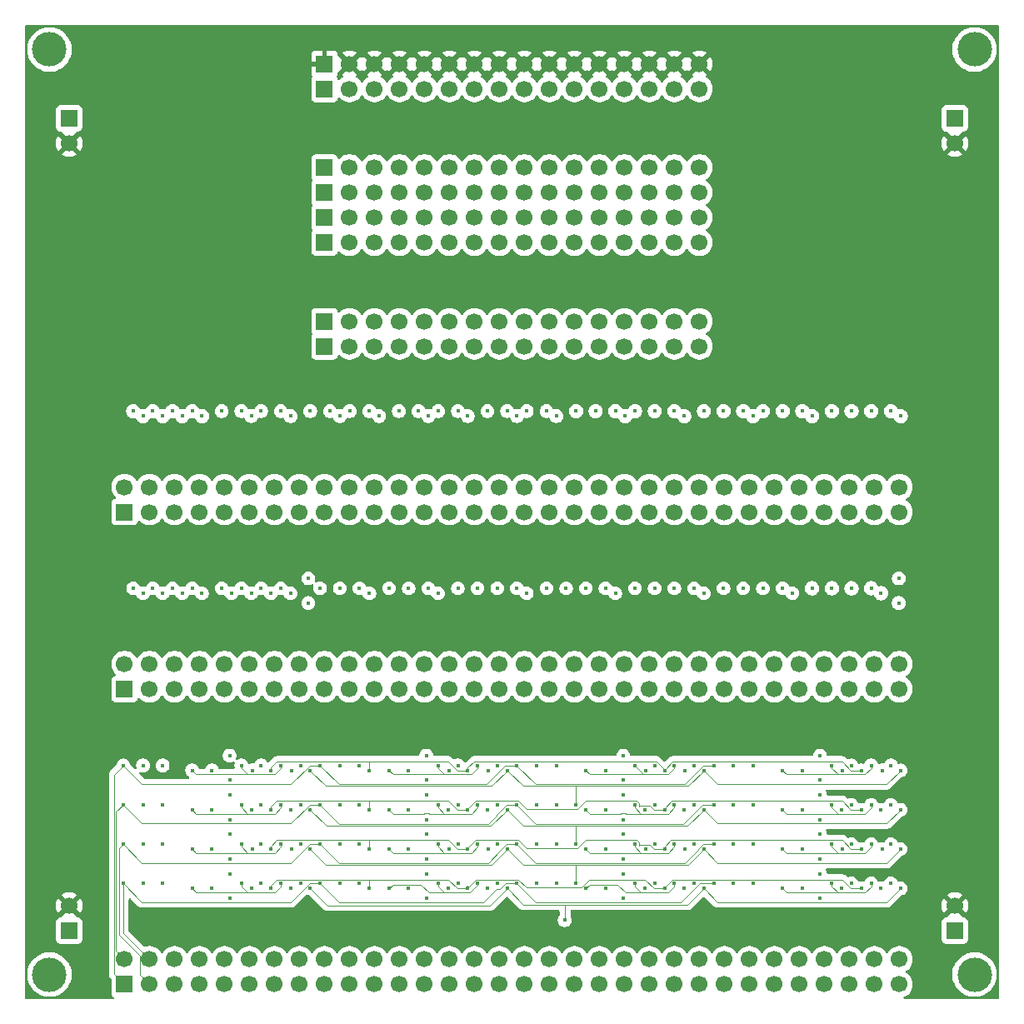
<source format=gbr>
%TF.GenerationSoftware,KiCad,Pcbnew,9.0.3*%
%TF.CreationDate,2025-07-27T21:56:44+02:00*%
%TF.ProjectId,RV523_CellTestBoard.final,52563532-335f-4436-956c-6c5465737442,rev?*%
%TF.SameCoordinates,Original*%
%TF.FileFunction,Copper,L3,Inr*%
%TF.FilePolarity,Positive*%
%FSLAX46Y46*%
G04 Gerber Fmt 4.6, Leading zero omitted, Abs format (unit mm)*
G04 Created by KiCad (PCBNEW 9.0.3) date 2025-07-27 21:56:44*
%MOMM*%
%LPD*%
G01*
G04 APERTURE LIST*
%TA.AperFunction,ComponentPad*%
%ADD10R,1.700000X1.700000*%
%TD*%
%TA.AperFunction,ComponentPad*%
%ADD11C,1.700000*%
%TD*%
%TA.AperFunction,ComponentPad*%
%ADD12C,3.500000*%
%TD*%
%TA.AperFunction,ViaPad*%
%ADD13C,0.450000*%
%TD*%
%TA.AperFunction,ViaPad*%
%ADD14C,0.400000*%
%TD*%
%TA.AperFunction,Conductor*%
%ADD15C,0.100000*%
%TD*%
G04 APERTURE END LIST*
D10*
%TO.N,GND*%
%TO.C,JN0*%
X30950000Y-33160000D03*
D11*
X33490000Y-33160000D03*
X36030000Y-33160000D03*
X38570000Y-33160000D03*
X41110000Y-33160000D03*
X43650000Y-33160000D03*
X46190000Y-33160000D03*
X48730000Y-33160000D03*
X51270000Y-33160000D03*
X53810000Y-33160000D03*
X56350000Y-33160000D03*
X58890000Y-33160000D03*
X61430000Y-33160000D03*
X63970000Y-33160000D03*
X66510000Y-33160000D03*
X69050000Y-33160000D03*
%TD*%
D10*
%TO.N,J2pins.1*%
%TO.C,J2*%
X10630000Y-68000000D03*
D11*
%TO.N,J2pins.2*%
X10630000Y-65460000D03*
%TO.N,J2pins.3*%
X13170000Y-68000000D03*
%TO.N,J2pins[4]*%
X13170000Y-65460000D03*
%TO.N,J2pins.5*%
X15710000Y-68000000D03*
%TO.N,J2pins.6*%
X15710000Y-65460000D03*
%TO.N,J2pins.7*%
X18250000Y-68000000D03*
%TO.N,J2pins[8]*%
X18250000Y-65460000D03*
%TO.N,J2pins.9*%
X20790000Y-68000000D03*
%TO.N,J2pins.10*%
X20790000Y-65460000D03*
%TO.N,J2pins.11*%
X23330000Y-68000000D03*
%TO.N,J2pins[12]*%
X23330000Y-65460000D03*
%TO.N,J2pins.13*%
X25870000Y-68000000D03*
%TO.N,J2pins.14*%
X25870000Y-65460000D03*
%TO.N,J2pins.15*%
X28410000Y-68000000D03*
%TO.N,J2pins[16]*%
X28410000Y-65460000D03*
%TO.N,J2pins[17]*%
X30950000Y-68000000D03*
%TO.N,J2pins[18]*%
X30950000Y-65460000D03*
%TO.N,J2pins.19*%
X33490000Y-68000000D03*
%TO.N,J2pins.20*%
X33490000Y-65460000D03*
%TO.N,J2pins.21*%
X36030000Y-68000000D03*
%TO.N,J2pins[22]*%
X36030000Y-65460000D03*
%TO.N,J2pins.23*%
X38570000Y-68000000D03*
%TO.N,J2pins.24*%
X38570000Y-65460000D03*
%TO.N,J2pins.25*%
X41110000Y-68000000D03*
%TO.N,J2pins[26]*%
X41110000Y-65460000D03*
%TO.N,J2pins.27*%
X43650000Y-68000000D03*
%TO.N,J2pins.28*%
X43650000Y-65460000D03*
%TO.N,J2pins.29*%
X46190000Y-68000000D03*
%TO.N,J2pins.30*%
X46190000Y-65460000D03*
%TO.N,J2pins[31]*%
X48730000Y-68000000D03*
%TO.N,J2pins.32*%
X48730000Y-65460000D03*
%TO.N,J2pins.33*%
X51270000Y-68000000D03*
%TO.N,J2pins.34*%
X51270000Y-65460000D03*
%TO.N,J2pins.35*%
X53810000Y-68000000D03*
%TO.N,J2pins[36]*%
X53810000Y-65460000D03*
%TO.N,J2pins.37*%
X56350000Y-68000000D03*
%TO.N,J2pins.38*%
X56350000Y-65460000D03*
%TO.N,J2pins.39*%
X58890000Y-68000000D03*
%TO.N,J2pins.40*%
X58890000Y-65460000D03*
%TO.N,J2pins[41]*%
X61430000Y-68000000D03*
%TO.N,J2pins.42*%
X61430000Y-65460000D03*
%TO.N,J2pins.43*%
X63970000Y-68000000D03*
%TO.N,J2pins.44*%
X63970000Y-65460000D03*
%TO.N,J2pins.45*%
X66510000Y-68000000D03*
%TO.N,J2pins[46]*%
X66510000Y-65460000D03*
%TO.N,J2pins.47*%
X69050000Y-68000000D03*
%TO.N,J2pins.48*%
X69050000Y-65460000D03*
%TO.N,J2pins.49*%
X71590000Y-68000000D03*
%TO.N,J2pins.50*%
X71590000Y-65460000D03*
%TO.N,J2pins[51]*%
X74130000Y-68000000D03*
%TO.N,J2pins[52]*%
X74130000Y-65460000D03*
%TO.N,J2pins[53]*%
X76670000Y-68000000D03*
%TO.N,J2pins.54*%
X76670000Y-65460000D03*
%TO.N,J2pins.55*%
X79210000Y-68000000D03*
%TO.N,J2pins.56*%
X79210000Y-65460000D03*
%TO.N,J2pins.57*%
X81750000Y-68000000D03*
%TO.N,J2pins.58*%
X81750000Y-65460000D03*
%TO.N,J2pins.59*%
X84290000Y-68000000D03*
%TO.N,J2pins.60*%
X84290000Y-65460000D03*
%TO.N,J2pins.61*%
X86830000Y-68000000D03*
%TO.N,J2pins.62*%
X86830000Y-65460000D03*
%TO.N,J2pins.63*%
X89370000Y-68000000D03*
%TO.N,J2pins.64*%
X89370000Y-65460000D03*
%TD*%
D10*
%TO.N,PDrains[1]*%
%TO.C,JPD*%
X30950000Y-17540000D03*
D11*
%TO.N,PDrains[2]*%
X33490000Y-17540000D03*
%TO.N,PDrains[3]*%
X36030000Y-17540000D03*
%TO.N,PDrains[4]*%
X38570000Y-17540000D03*
%TO.N,PDrains[5]*%
X41110000Y-17540000D03*
%TO.N,PDrains[6]*%
X43650000Y-17540000D03*
%TO.N,PDrains[7]*%
X46190000Y-17540000D03*
%TO.N,PDrains[8]*%
X48730000Y-17540000D03*
%TO.N,PDrains[9]*%
X51270000Y-17540000D03*
%TO.N,PDrains[10]*%
X53810000Y-17540000D03*
%TO.N,PDrains[11]*%
X56350000Y-17540000D03*
%TO.N,PDrains[12]*%
X58890000Y-17540000D03*
%TO.N,PDrains[13]*%
X61430000Y-17540000D03*
%TO.N,PDrains[14]*%
X63970000Y-17540000D03*
%TO.N,PDrains[15]*%
X66510000Y-17540000D03*
%TO.N,PDrains[16]*%
X69050000Y-17540000D03*
%TD*%
D10*
%TO.N,PGates[1]*%
%TO.C,JPG*%
X30950000Y-15000000D03*
D11*
%TO.N,PGates[2]*%
X33490000Y-15000000D03*
%TO.N,PGates[3]*%
X36030000Y-15000000D03*
%TO.N,PGates[4]*%
X38570000Y-15000000D03*
%TO.N,PGates[5]*%
X41110000Y-15000000D03*
%TO.N,PGates[6]*%
X43650000Y-15000000D03*
%TO.N,PGates[7]*%
X46190000Y-15000000D03*
%TO.N,PGates[8]*%
X48730000Y-15000000D03*
%TO.N,PGates[9]*%
X51270000Y-15000000D03*
%TO.N,PGates[10]*%
X53810000Y-15000000D03*
%TO.N,PGates[11]*%
X56350000Y-15000000D03*
%TO.N,PGates[12]*%
X58890000Y-15000000D03*
%TO.N,PGates[13]*%
X61430000Y-15000000D03*
%TO.N,PGates[14]*%
X63970000Y-15000000D03*
%TO.N,PGates[15]*%
X66510000Y-15000000D03*
%TO.N,PGates[16]*%
X69050000Y-15000000D03*
%TD*%
D12*
%TO.N,GND*%
%TO.C,REF\u002A\u002A*%
X97000000Y-3000000D03*
%TD*%
D10*
%TO.N,GND*%
%TO.C,JSupply2*%
X95000000Y-10000000D03*
D11*
%TO.N,VDD*%
X95000000Y-12540000D03*
%TD*%
D10*
%TO.N,J1pins[1]*%
%TO.C,J1*%
X10630000Y-50000000D03*
D11*
%TO.N,J1pins[2]*%
X10630000Y-47460000D03*
%TO.N,J1pins[3]*%
X13170000Y-50000000D03*
%TO.N,J1pins[4]*%
X13170000Y-47460000D03*
%TO.N,J1pins[5]*%
X15710000Y-50000000D03*
%TO.N,J1pins[6]*%
X15710000Y-47460000D03*
%TO.N,J1pins[7]*%
X18250000Y-50000000D03*
%TO.N,J1pins[8]*%
X18250000Y-47460000D03*
%TO.N,J1pins.9*%
X20790000Y-50000000D03*
%TO.N,J1pins.10*%
X20790000Y-47460000D03*
%TO.N,J1pins[11]*%
X23330000Y-50000000D03*
%TO.N,J1pins.12*%
X23330000Y-47460000D03*
%TO.N,J1pins.13*%
X25870000Y-50000000D03*
%TO.N,J1pins[14]*%
X25870000Y-47460000D03*
%TO.N,J1pins.15*%
X28410000Y-50000000D03*
%TO.N,J1pins.16*%
X28410000Y-47460000D03*
%TO.N,J1pins[17]*%
X30950000Y-50000000D03*
%TO.N,J1pins.18*%
X30950000Y-47460000D03*
%TO.N,J1pins.19*%
X33490000Y-50000000D03*
%TO.N,J1pins[20]*%
X33490000Y-47460000D03*
%TO.N,J1pins.21*%
X36030000Y-50000000D03*
%TO.N,J1pins.22*%
X36030000Y-47460000D03*
%TO.N,J1pins[23]*%
X38570000Y-50000000D03*
%TO.N,J1pins.24*%
X38570000Y-47460000D03*
%TO.N,J1pins.25*%
X41110000Y-50000000D03*
%TO.N,J1pins[26]*%
X41110000Y-47460000D03*
%TO.N,J1pins.27*%
X43650000Y-50000000D03*
%TO.N,J1pins.28*%
X43650000Y-47460000D03*
%TO.N,J1pins[29]*%
X46190000Y-50000000D03*
%TO.N,J1pins.30*%
X46190000Y-47460000D03*
%TO.N,J1pins.31*%
X48730000Y-50000000D03*
%TO.N,J1pins[32]*%
X48730000Y-47460000D03*
%TO.N,J1pins.33*%
X51270000Y-50000000D03*
%TO.N,J1pins.34*%
X51270000Y-47460000D03*
%TO.N,J1pins.35*%
X53810000Y-50000000D03*
%TO.N,J1pins[36]*%
X53810000Y-47460000D03*
%TO.N,J1pins.37*%
X56350000Y-50000000D03*
%TO.N,J1pins.38*%
X56350000Y-47460000D03*
%TO.N,J1pins.39*%
X58890000Y-50000000D03*
%TO.N,J1pins[40]*%
X58890000Y-47460000D03*
%TO.N,J1pins.41*%
X61430000Y-50000000D03*
%TO.N,J1pins.42*%
X61430000Y-47460000D03*
%TO.N,J1pins.43*%
X63970000Y-50000000D03*
%TO.N,J1pins[44]*%
X63970000Y-47460000D03*
%TO.N,J1pins.45*%
X66510000Y-50000000D03*
%TO.N,J1pins.46*%
X66510000Y-47460000D03*
%TO.N,J1pins.47*%
X69050000Y-50000000D03*
%TO.N,J1pins[48]*%
X69050000Y-47460000D03*
%TO.N,J1pins.49*%
X71590000Y-50000000D03*
%TO.N,J1pins.50*%
X71590000Y-47460000D03*
%TO.N,J1pins.51*%
X74130000Y-50000000D03*
%TO.N,J1pins.52*%
X74130000Y-47460000D03*
%TO.N,J1pins[53]*%
X76670000Y-50000000D03*
%TO.N,J1pins.54*%
X76670000Y-47460000D03*
%TO.N,J1pins.55*%
X79210000Y-50000000D03*
%TO.N,J1pins.56*%
X79210000Y-47460000D03*
%TO.N,J1pins.57*%
X81750000Y-50000000D03*
%TO.N,J1pins.58*%
X81750000Y-47460000D03*
%TO.N,J1pins.59*%
X84290000Y-50000000D03*
%TO.N,J1pins.60*%
X84290000Y-47460000D03*
%TO.N,J1pins.61*%
X86830000Y-50000000D03*
%TO.N,J1pins.62*%
X86830000Y-47460000D03*
%TO.N,J1pins.63*%
X89370000Y-50000000D03*
%TO.N,J1pins.64*%
X89370000Y-47460000D03*
%TD*%
D10*
%TO.N,GND*%
%TO.C,JSupply4*%
X95000000Y-92540000D03*
D11*
%TO.N,VDD*%
X95000000Y-90000000D03*
%TD*%
D12*
%TO.N,GND*%
%TO.C,REF\u002A\u002A*%
X3000000Y-97000000D03*
%TD*%
D10*
%TO.N,PSources[1]*%
%TO.C,JPS*%
X30950000Y-7000000D03*
D11*
%TO.N,PSources[2]*%
X33490000Y-7000000D03*
%TO.N,PSources[3]*%
X36030000Y-7000000D03*
%TO.N,PSources[4]*%
X38570000Y-7000000D03*
%TO.N,PSources[5]*%
X41110000Y-7000000D03*
%TO.N,PSources[6]*%
X43650000Y-7000000D03*
%TO.N,PSources[7]*%
X46190000Y-7000000D03*
%TO.N,PSources[8]*%
X48730000Y-7000000D03*
%TO.N,PSources[9]*%
X51270000Y-7000000D03*
%TO.N,PSources[10]*%
X53810000Y-7000000D03*
%TO.N,PSources[11]*%
X56350000Y-7000000D03*
%TO.N,PSources[12]*%
X58890000Y-7000000D03*
%TO.N,PSources[13]*%
X61430000Y-7000000D03*
%TO.N,PSources[14]*%
X63970000Y-7000000D03*
%TO.N,PSources[15]*%
X66510000Y-7000000D03*
%TO.N,PSources[16]*%
X69050000Y-7000000D03*
%TD*%
D12*
%TO.N,GND*%
%TO.C,REF\u002A\u002A*%
X3000000Y-3000000D03*
%TD*%
D10*
%TO.N,NDrains[1]*%
%TO.C,JND*%
X30950000Y-20080000D03*
D11*
%TO.N,NDrains[2]*%
X33490000Y-20080000D03*
%TO.N,NDrains[3]*%
X36030000Y-20080000D03*
%TO.N,NDrains[4]*%
X38570000Y-20080000D03*
%TO.N,NDrains[5]*%
X41110000Y-20080000D03*
%TO.N,NDrains[6]*%
X43650000Y-20080000D03*
%TO.N,NDrains[7]*%
X46190000Y-20080000D03*
%TO.N,NDrains[8]*%
X48730000Y-20080000D03*
%TO.N,NDrains[9]*%
X51270000Y-20080000D03*
%TO.N,NDrains[10]*%
X53810000Y-20080000D03*
%TO.N,NDrains[11]*%
X56350000Y-20080000D03*
%TO.N,NDrains[12]*%
X58890000Y-20080000D03*
%TO.N,NDrains[13]*%
X61430000Y-20080000D03*
%TO.N,NDrains[14]*%
X63970000Y-20080000D03*
%TO.N,NDrains[15]*%
X66510000Y-20080000D03*
%TO.N,NDrains[16]*%
X69050000Y-20080000D03*
%TD*%
D12*
%TO.N,GND*%
%TO.C,REF\u002A\u002A*%
X97000000Y-97000000D03*
%TD*%
D10*
%TO.N,NGates[1]*%
%TO.C,JNG*%
X30950000Y-22620000D03*
D11*
%TO.N,NGates[2]*%
X33490000Y-22620000D03*
%TO.N,NGates[3]*%
X36030000Y-22620000D03*
%TO.N,NGates[4]*%
X38570000Y-22620000D03*
%TO.N,NGates[5]*%
X41110000Y-22620000D03*
%TO.N,NGates[6]*%
X43650000Y-22620000D03*
%TO.N,NGates[7]*%
X46190000Y-22620000D03*
%TO.N,NGates[8]*%
X48730000Y-22620000D03*
%TO.N,NGates[9]*%
X51270000Y-22620000D03*
%TO.N,NGates[10]*%
X53810000Y-22620000D03*
%TO.N,NGates[11]*%
X56350000Y-22620000D03*
%TO.N,NGates[12]*%
X58890000Y-22620000D03*
%TO.N,NGates[13]*%
X61430000Y-22620000D03*
%TO.N,NGates[14]*%
X63970000Y-22620000D03*
%TO.N,NGates[15]*%
X66510000Y-22620000D03*
%TO.N,NGates[16]*%
X69050000Y-22620000D03*
%TD*%
D10*
%TO.N,NSources[1]*%
%TO.C,JNS*%
X30950000Y-30620000D03*
D11*
%TO.N,NSources[2]*%
X33490000Y-30620000D03*
%TO.N,NSources[3]*%
X36030000Y-30620000D03*
%TO.N,NSources[4]*%
X38570000Y-30620000D03*
%TO.N,NSources[5]*%
X41110000Y-30620000D03*
%TO.N,NSources[6]*%
X43650000Y-30620000D03*
%TO.N,NSources[7]*%
X46190000Y-30620000D03*
%TO.N,NSources[8]*%
X48730000Y-30620000D03*
%TO.N,NSources[9]*%
X51270000Y-30620000D03*
%TO.N,NSources[10]*%
X53810000Y-30620000D03*
%TO.N,NSources[11]*%
X56350000Y-30620000D03*
%TO.N,NSources[12]*%
X58890000Y-30620000D03*
%TO.N,NSources[13]*%
X61430000Y-30620000D03*
%TO.N,NSources[14]*%
X63970000Y-30620000D03*
%TO.N,NSources[15]*%
X66510000Y-30620000D03*
%TO.N,NSources[16]*%
X69050000Y-30620000D03*
%TD*%
D10*
%TO.N,GND*%
%TO.C,JSupply1*%
X5000000Y-10000000D03*
D11*
%TO.N,VDD*%
X5000000Y-12540000D03*
%TD*%
D10*
%TO.N,GND*%
%TO.C,JSupply3*%
X5000000Y-92540000D03*
D11*
%TO.N,VDD*%
X5000000Y-90000000D03*
%TD*%
D10*
%TO.N,J3pins.1*%
%TO.C,J3*%
X10630000Y-98000000D03*
D11*
%TO.N,J3pins.2*%
X10630000Y-95460000D03*
%TO.N,J3pins.3*%
X13170000Y-98000000D03*
%TO.N,J3pins.4*%
X13170000Y-95460000D03*
%TO.N,J3pins.5*%
X15710000Y-98000000D03*
%TO.N,J3pins.6*%
X15710000Y-95460000D03*
%TO.N,J3pins.7*%
X18250000Y-98000000D03*
%TO.N,J3pins.8*%
X18250000Y-95460000D03*
%TO.N,J3pins.9*%
X20790000Y-98000000D03*
%TO.N,J3pins.10*%
X20790000Y-95460000D03*
%TO.N,J3pins.11*%
X23330000Y-98000000D03*
%TO.N,J3pins.12*%
X23330000Y-95460000D03*
%TO.N,J3pins.13*%
X25870000Y-98000000D03*
%TO.N,J3pins.14*%
X25870000Y-95460000D03*
%TO.N,J3pins.15*%
X28410000Y-98000000D03*
%TO.N,J3pins.16*%
X28410000Y-95460000D03*
%TO.N,J3pins.17*%
X30950000Y-98000000D03*
%TO.N,J3pins.18*%
X30950000Y-95460000D03*
%TO.N,J3pins.19*%
X33490000Y-98000000D03*
%TO.N,J3pins.20*%
X33490000Y-95460000D03*
%TO.N,J3pins[21]*%
X36030000Y-98000000D03*
%TO.N,J3pins[22]*%
X36030000Y-95460000D03*
%TO.N,J3pins[23]*%
X38570000Y-98000000D03*
%TO.N,J3pins[24]*%
X38570000Y-95460000D03*
%TO.N,J3pins.25*%
X41110000Y-98000000D03*
%TO.N,J3pins.26*%
X41110000Y-95460000D03*
%TO.N,J3pins.27*%
X43650000Y-98000000D03*
%TO.N,J3pins.28*%
X43650000Y-95460000D03*
%TO.N,J3pins.29*%
X46190000Y-98000000D03*
%TO.N,J3pins.30*%
X46190000Y-95460000D03*
%TO.N,J3pins.31*%
X48730000Y-98000000D03*
%TO.N,J3pins.32*%
X48730000Y-95460000D03*
%TO.N,J3pins.33*%
X51270000Y-98000000D03*
%TO.N,J3pins.34*%
X51270000Y-95460000D03*
%TO.N,J3pins.35*%
X53810000Y-98000000D03*
%TO.N,J3pins.36*%
X53810000Y-95460000D03*
%TO.N,J3pins[37]*%
X56350000Y-98000000D03*
%TO.N,J3pins[38]*%
X56350000Y-95460000D03*
%TO.N,J3pins[39]*%
X58890000Y-98000000D03*
%TO.N,J3pins[40]*%
X58890000Y-95460000D03*
%TO.N,J3pins.41*%
X61430000Y-98000000D03*
%TO.N,J3pins.42*%
X61430000Y-95460000D03*
%TO.N,J3pins.43*%
X63970000Y-98000000D03*
%TO.N,J3pins.44*%
X63970000Y-95460000D03*
%TO.N,J3pins.45*%
X66510000Y-98000000D03*
%TO.N,J3pins.46*%
X66510000Y-95460000D03*
%TO.N,J3pins.47*%
X69050000Y-98000000D03*
%TO.N,J3pins.48*%
X69050000Y-95460000D03*
%TO.N,J3pins.49*%
X71590000Y-98000000D03*
%TO.N,J3pins.50*%
X71590000Y-95460000D03*
%TO.N,J3pins.51*%
X74130000Y-98000000D03*
%TO.N,J3pins.52*%
X74130000Y-95460000D03*
%TO.N,J3pins.53*%
X76670000Y-98000000D03*
%TO.N,J3pins.54*%
X76670000Y-95460000D03*
%TO.N,J3pins.55*%
X79210000Y-98000000D03*
%TO.N,J3pins.56*%
X79210000Y-95460000D03*
%TO.N,J3pins.57*%
X81750000Y-98000000D03*
%TO.N,J3pins.58*%
X81750000Y-95460000D03*
%TO.N,J3pins.59*%
X84290000Y-98000000D03*
%TO.N,J3pins.60*%
X84290000Y-95460000D03*
%TO.N,J3pins[61]*%
X86830000Y-98000000D03*
%TO.N,J3pins[62]*%
X86830000Y-95460000D03*
%TO.N,J3pins[63]*%
X89370000Y-98000000D03*
%TO.N,J3pins[64]*%
X89370000Y-95460000D03*
%TD*%
D10*
%TO.N,VDD*%
%TO.C,JP1*%
X30950000Y-4460000D03*
D11*
X33490000Y-4460000D03*
X36030000Y-4460000D03*
X38570000Y-4460000D03*
X41110000Y-4460000D03*
X43650000Y-4460000D03*
X46190000Y-4460000D03*
X48730000Y-4460000D03*
X51270000Y-4460000D03*
X53810000Y-4460000D03*
X56350000Y-4460000D03*
X58890000Y-4460000D03*
X61430000Y-4460000D03*
X63970000Y-4460000D03*
X66510000Y-4460000D03*
X69050000Y-4460000D03*
%TD*%
D13*
%TO.N,J1pins[2]*%
X12500000Y-40250000D03*
%TO.N,J1pins[1]*%
X11500000Y-39750000D03*
%TO.N,J1pins[3]*%
X13500000Y-39750000D03*
%TO.N,J1pins[4]*%
X14500000Y-40250000D03*
%TO.N,J1pins[6]*%
X16500000Y-40250000D03*
%TO.N,J1pins[5]*%
X15500000Y-39750000D03*
%TO.N,J1pins[8]*%
X18500000Y-40250000D03*
%TO.N,J1pins[7]*%
X17500000Y-39750000D03*
D14*
%TO.N,J1pins.10*%
X22500000Y-39750000D03*
%TO.N,J1pins.9*%
X20500000Y-39750000D03*
%TO.N,J1pins.12*%
X24500000Y-39750000D03*
%TO.N,J1pins.15*%
X29500000Y-39750000D03*
%TO.N,J1pins.16*%
X31500000Y-39750000D03*
%TO.N,J1pins.19*%
X35500000Y-39750000D03*
%TO.N,J1pins.22*%
X40500000Y-39750000D03*
%TO.N,J1pins.21*%
X38500000Y-39750000D03*
%TO.N,J1pins[23]*%
X41500000Y-40250000D03*
%TO.N,J1pins.27*%
X47500000Y-39750000D03*
%TO.N,J1pins.24*%
X42500000Y-39750000D03*
%TO.N,J1pins.25*%
X44500000Y-39750000D03*
D13*
%TO.N,J1pins.38*%
X64500000Y-39750000D03*
%TO.N,J1pins.33*%
X56500000Y-39750000D03*
%TO.N,J1pins.46*%
X77500000Y-39750000D03*
D14*
%TO.N,J1pins.30*%
X51500000Y-39750000D03*
D13*
%TO.N,J1pins.43*%
X73500000Y-39750000D03*
%TO.N,J1pins.39*%
X66500000Y-39750000D03*
%TO.N,J1pins.49*%
X82500000Y-39750000D03*
D14*
%TO.N,J1pins.31*%
X53500000Y-39750000D03*
D13*
%TO.N,J1pins.52*%
X88500000Y-39750000D03*
%TO.N,J1pins.35*%
X60500000Y-39750000D03*
%TO.N,J1pins.51*%
X86500000Y-39750000D03*
%TO.N,J1pins.47*%
X79500000Y-39750000D03*
%TO.N,J1pins.37*%
X62500000Y-39750000D03*
%TO.N,J1pins.42*%
X71500000Y-39750000D03*
%TO.N,J1pins.34*%
X58500000Y-39750000D03*
%TO.N,J1pins.45*%
X75500000Y-39750000D03*
%TO.N,J1pins.50*%
X84500000Y-39750000D03*
%TO.N,J1pins.41*%
X69500000Y-39750000D03*
%TO.N,J1pins[44]*%
X74500000Y-40250000D03*
%TO.N,J1pins[48]*%
X80500000Y-40250000D03*
D14*
%TO.N,J1pins[26]*%
X45500000Y-40250000D03*
%TO.N,J1pins[29]*%
X50500000Y-40250000D03*
%TO.N,J1pins.28*%
X49500000Y-39750000D03*
%TO.N,J1pins[32]*%
X54500000Y-40250000D03*
D13*
%TO.N,J1pins[53]*%
X89500000Y-40250000D03*
%TO.N,J1pins[36]*%
X61500000Y-40250000D03*
%TO.N,J1pins[40]*%
X67500000Y-40250000D03*
D14*
%TO.N,J1pins[11]*%
X23500000Y-40250000D03*
%TO.N,J1pins[14]*%
X27500000Y-40250000D03*
%TO.N,J1pins.13*%
X26500000Y-39750000D03*
%TO.N,J1pins[17]*%
X32500000Y-40250000D03*
%TO.N,J1pins.18*%
X33500000Y-39750000D03*
%TO.N,J1pins[20]*%
X36500000Y-40250000D03*
%TO.N,J2pins.23*%
X37500000Y-57750000D03*
%TO.N,J2pins.11*%
X22500000Y-57750000D03*
%TO.N,J2pins.40*%
X68500000Y-57750000D03*
%TO.N,J2pins.35*%
X59500000Y-57750000D03*
%TO.N,J2pins.9*%
X20500000Y-57750000D03*
D13*
%TO.N,J2pins.50*%
X86500000Y-57750000D03*
D14*
%TO.N,J2pins.30*%
X50500000Y-57750000D03*
%TO.N,J2pins.39*%
X66500000Y-57750000D03*
%TO.N,J2pins.13*%
X24500000Y-57750000D03*
%TO.N,J2pins.21*%
X34500000Y-57750000D03*
%TO.N,J2pins.25*%
X41500000Y-57750000D03*
%TO.N,J2pins.14*%
X25500000Y-58250000D03*
%TO.N,J2pins.33*%
X55500000Y-57750000D03*
%TO.N,J2pins.45*%
X77500000Y-57750000D03*
%TO.N,J2pins.32*%
X53500000Y-57750000D03*
D13*
%TO.N,J2pins.47*%
X80500000Y-57750000D03*
D14*
%TO.N,J2pins.19*%
X30500000Y-57750000D03*
%TO.N,J2pins[8]*%
X18500000Y-58250000D03*
%TO.N,J2pins.29*%
X48500000Y-57750000D03*
%TO.N,J2pins.10*%
X21500000Y-58250000D03*
%TO.N,J2pins[4]*%
X14500000Y-58250000D03*
%TO.N,J2pins.1*%
X11500000Y-57750000D03*
D13*
%TO.N,J2pins.48*%
X82500000Y-57750000D03*
D14*
%TO.N,J2pins.5*%
X15500000Y-57750000D03*
%TO.N,J2pins.15*%
X26500000Y-57750000D03*
%TO.N,J2pins.44*%
X75500000Y-57750000D03*
%TO.N,J2pins.2*%
X12500000Y-58250000D03*
%TO.N,J2pins[16]*%
X27500000Y-58250000D03*
%TO.N,J2pins.37*%
X62500000Y-57750000D03*
%TO.N,J2pins.28*%
X46500000Y-57750000D03*
%TO.N,J2pins.27*%
X44500000Y-57750000D03*
%TO.N,J2pins.43*%
X73500000Y-57750000D03*
%TO.N,J2pins.7*%
X17500000Y-57750000D03*
%TO.N,J2pins.34*%
X57500000Y-57750000D03*
%TO.N,J2pins.38*%
X64500000Y-57750000D03*
%TO.N,J2pins.3*%
X13500000Y-57750000D03*
%TO.N,J2pins.6*%
X16500000Y-58250000D03*
D13*
%TO.N,J2pins.49*%
X84500000Y-57750000D03*
D14*
%TO.N,J2pins[12]*%
X23500000Y-58250000D03*
%TO.N,J2pins.42*%
X71500000Y-57750000D03*
%TO.N,J2pins.24*%
X39500000Y-57750000D03*
%TO.N,J2pins[36]*%
X60500000Y-58250000D03*
%TO.N,J2pins[46]*%
X78500000Y-58250000D03*
%TO.N,J2pins[26]*%
X42500000Y-58250000D03*
D13*
%TO.N,J2pins[51]*%
X87500000Y-58250000D03*
D14*
%TO.N,J2pins[17]*%
X29300000Y-56750000D03*
%TO.N,J2pins[18]*%
X29300000Y-59250000D03*
%TO.N,J2pins[31]*%
X51500000Y-58250000D03*
%TO.N,J2pins[41]*%
X69500000Y-58250000D03*
%TO.N,J2pins.20*%
X32500000Y-57750000D03*
%TO.N,J2pins[22]*%
X35500000Y-58250000D03*
%TO.N,J2pins[53]*%
X89300000Y-59250000D03*
%TO.N,J2pins[52]*%
X89300000Y-56750000D03*
%TO.N,J3pins.4*%
X10500000Y-87750000D03*
X30500000Y-87750000D03*
X50500000Y-87750000D03*
X70500000Y-87750000D03*
%TO.N,J3pins.19*%
X32500000Y-75750000D03*
X32500000Y-83750000D03*
X32500000Y-87750000D03*
X32500000Y-79750000D03*
%TO.N,J3pins.12*%
X24500000Y-75750000D03*
X24500000Y-83750000D03*
X24500000Y-79750000D03*
X24500000Y-87750000D03*
%TO.N,J3pins.44*%
X64500000Y-87750000D03*
X64500000Y-79750000D03*
X64500000Y-83750000D03*
X64500000Y-75750000D03*
%TO.N,J3pins[40]*%
X69500000Y-76250000D03*
X89500000Y-76250000D03*
X56500000Y-79750000D03*
X29500000Y-76250000D03*
X49500000Y-76250000D03*
%TO.N,J3pins[24]*%
X85500000Y-76250000D03*
X65500000Y-76250000D03*
X35500000Y-76260000D03*
X25500000Y-76250000D03*
X45500000Y-76250000D03*
%TO.N,J3pins.5*%
X12500000Y-79750000D03*
X12500000Y-87750000D03*
X12500000Y-83750000D03*
X12500000Y-75750000D03*
%TO.N,J3pins.28*%
X44500000Y-75750000D03*
X44500000Y-87750000D03*
X44500000Y-83750000D03*
X44500000Y-79750000D03*
%TO.N,J3pins.57*%
X88500000Y-87750000D03*
X88500000Y-83750000D03*
X88500000Y-79750000D03*
X88500000Y-75750000D03*
%TO.N,J3pins.58*%
X87500000Y-88250000D03*
X87500000Y-80250000D03*
X87600000Y-76250000D03*
X87600000Y-84250000D03*
%TO.N,J3pins[21]*%
X65500000Y-88250000D03*
X85500000Y-88250000D03*
X25500000Y-88250000D03*
X45500000Y-88250000D03*
X35500000Y-88250000D03*
%TO.N,J3pins.6*%
X14500000Y-83750000D03*
X14500000Y-75750000D03*
X14500000Y-87750000D03*
X14500000Y-79750000D03*
%TO.N,J3pins[22]*%
X45500000Y-84250000D03*
X25500000Y-84250000D03*
X35500000Y-84260000D03*
X85500000Y-84250000D03*
X65500000Y-84250000D03*
%TO.N,J3pins.51*%
X72500000Y-75750000D03*
X72500000Y-83750000D03*
X72500000Y-79750000D03*
X72500000Y-87750000D03*
%TO.N,J3pins.3*%
X50500000Y-83750000D03*
X30500000Y-83750000D03*
X70500000Y-83750000D03*
X10500000Y-83750000D03*
%TO.N,J3pins.47*%
X67600000Y-76250000D03*
X67600000Y-84250000D03*
X67500000Y-80250000D03*
X67500000Y-88250000D03*
%TO.N,J3pins.56*%
X83600000Y-84250000D03*
X83500000Y-88250000D03*
X83600000Y-76250000D03*
X83500000Y-80250000D03*
%TO.N,J3pins.11*%
X23500000Y-80250000D03*
X23500000Y-88250000D03*
X23600000Y-84250000D03*
X23600000Y-76250000D03*
%TO.N,J3pins[39]*%
X69500000Y-80250000D03*
X89500000Y-80250000D03*
X49500000Y-80250000D03*
X56500000Y-83750000D03*
X29500000Y-80250000D03*
%TO.N,J3pins.1*%
X50500000Y-75750000D03*
X10500000Y-75750000D03*
X30500000Y-75750000D03*
X70500000Y-75750000D03*
%TO.N,J3pins.16*%
X28500000Y-83750000D03*
X28500000Y-79750000D03*
X28500000Y-87750000D03*
X28500000Y-75750000D03*
%TO.N,J3pins.43*%
X63600000Y-84250000D03*
X63500000Y-88250000D03*
X63600000Y-76250000D03*
X63500000Y-80250000D03*
%TO.N,J3pins.48*%
X68500000Y-79750000D03*
X68500000Y-87750000D03*
X68500000Y-75750000D03*
X68500000Y-83750000D03*
%TO.N,J3pins.20*%
X34500000Y-75750000D03*
X34500000Y-79750000D03*
X34500000Y-87750000D03*
X34500000Y-83750000D03*
%TO.N,J3pins.55*%
X84500000Y-83750000D03*
X84500000Y-79750000D03*
X84500000Y-87750000D03*
X84500000Y-75750000D03*
%TO.N,J3pins[23]*%
X65500000Y-80250000D03*
X35500000Y-80250000D03*
X85500000Y-80250000D03*
X25500000Y-80250000D03*
X45500000Y-80250000D03*
%TO.N,J3pins.52*%
X74500000Y-83750000D03*
X74500000Y-75750000D03*
X74500000Y-79750000D03*
X74500000Y-87750000D03*
%TO.N,J3pins.27*%
X43500000Y-88250000D03*
X43500000Y-80250000D03*
X43600000Y-84250000D03*
X43600000Y-76250000D03*
%TO.N,J3pins.31*%
X47500000Y-88250000D03*
X47600000Y-76250000D03*
X47500000Y-80250000D03*
X47600000Y-84250000D03*
%TO.N,J3pins.15*%
X27500000Y-80250000D03*
X27600000Y-84250000D03*
X27500000Y-88250000D03*
X27600000Y-76250000D03*
%TO.N,J3pins.2*%
X70500000Y-79750000D03*
X30500000Y-79750000D03*
X10500000Y-79750000D03*
X50500000Y-79750000D03*
%TO.N,J3pins.32*%
X48500000Y-79750000D03*
X48500000Y-83750000D03*
X48500000Y-87750000D03*
X48500000Y-75750000D03*
%TO.N,J3pins[38]*%
X29500000Y-84250000D03*
X69500000Y-84250000D03*
X49500000Y-84250000D03*
X89500000Y-84250000D03*
X56500000Y-87750000D03*
%TO.N,J3pins.35*%
X52500000Y-87750000D03*
X52500000Y-75750000D03*
X52500000Y-79750000D03*
X52500000Y-83750000D03*
%TO.N,J3pins.36*%
X54500000Y-75750000D03*
X54500000Y-83750000D03*
X54500000Y-87750000D03*
X54500000Y-79750000D03*
%TO.N,J3pins[61]*%
X21300000Y-89250000D03*
X61300000Y-89250000D03*
X81300000Y-89250000D03*
X41300000Y-89250000D03*
%TO.N,J3pins[62]*%
X21300000Y-85250000D03*
X41300000Y-85250000D03*
X61300000Y-85250000D03*
X81300000Y-85250000D03*
%TO.N,J3pins[63]*%
X41300000Y-81250000D03*
X81300000Y-81250000D03*
X21300000Y-81250000D03*
X61300000Y-81250000D03*
%TO.N,J3pins[64]*%
X81300000Y-77250000D03*
X61300000Y-77250000D03*
X41300000Y-77250000D03*
X21300000Y-77250000D03*
%TO.N,J3pins[37]*%
X69500000Y-88250000D03*
X89500000Y-88250000D03*
X55349000Y-91480000D03*
X29500000Y-88250000D03*
X49500000Y-88250000D03*
%TO.N,genblk2[0].genblk1[1].nQ*%
X26500000Y-79750000D03*
X22500000Y-79750000D03*
X17500000Y-80250000D03*
%TO.N,genblk2[1].genblk1[3].nQ*%
X42500000Y-87750000D03*
X46500000Y-87750000D03*
X37500000Y-88250000D03*
%TO.N,genblk2[0].genblk1[3].nQ*%
X26500000Y-87750000D03*
X17500000Y-88250000D03*
X22500000Y-87750000D03*
%TO.N,genblk2[2].genblk1[3].nQ*%
X66500000Y-87750000D03*
X62500000Y-87750000D03*
X57500000Y-88250000D03*
%TO.N,genblk2[0].genblk1[2].nQ*%
X17500000Y-84250000D03*
X22500000Y-83750000D03*
X26500000Y-83750000D03*
%TO.N,genblk2[2].genblk1[2].nQ*%
X66500000Y-83750000D03*
X62500000Y-83750000D03*
X57500000Y-84250000D03*
%TO.N,genblk2[3].genblk1[2].nQ*%
X77500000Y-84250000D03*
X82500000Y-83750000D03*
X86500000Y-83750000D03*
%TO.N,genblk2[2].genblk1[1].nQ*%
X62500000Y-79750000D03*
X66500000Y-79750000D03*
X57500000Y-80250000D03*
%TO.N,genblk2[0].genblk1[0].nQ*%
X22500000Y-75750000D03*
X26500000Y-75750000D03*
X17500000Y-76250000D03*
%TO.N,genblk2[2].genblk1[0].nQ*%
X57500000Y-76250000D03*
X66500000Y-75750000D03*
X62500000Y-75750000D03*
%TO.N,genblk2[3].genblk1[3].nQ*%
X77500000Y-88250000D03*
X86500000Y-87750000D03*
X82500000Y-87750000D03*
%TO.N,genblk2[1].genblk1[2].nQ*%
X42500000Y-83750000D03*
X37500000Y-84250000D03*
X46500000Y-83750000D03*
%TO.N,genblk2[1].genblk1[0].nQ*%
X42500000Y-75750000D03*
X46500000Y-75750000D03*
X37500000Y-76250000D03*
%TO.N,genblk2[1].genblk1[1].nQ*%
X42500000Y-79750000D03*
X37500000Y-80250000D03*
X46500000Y-79750000D03*
%TO.N,genblk2[3].genblk1[0].nQ*%
X82500000Y-75750000D03*
X77500000Y-76250000D03*
X86500000Y-75750000D03*
%TO.N,genblk2[3].genblk1[1].nQ*%
X86500000Y-79750000D03*
X77500000Y-80250000D03*
X82500000Y-79750000D03*
%TO.N,genblk2[0].genblk1[0].Q*%
X21300000Y-74750000D03*
X19500000Y-76250000D03*
%TO.N,genblk2[1].genblk1[3].Q*%
X41300000Y-86750000D03*
X39500000Y-88250000D03*
%TO.N,genblk2[2].genblk1[2].Q*%
X59500000Y-84250000D03*
X61300000Y-82750000D03*
%TO.N,genblk2[2].genblk1[1].Q*%
X61300000Y-78750000D03*
X59500000Y-80250000D03*
%TO.N,genblk2[1].genblk1[0].Q*%
X41300000Y-74750000D03*
X39500000Y-76250000D03*
%TO.N,genblk2[0].genblk1[2].Q*%
X21300000Y-82750000D03*
X19500000Y-84250000D03*
%TO.N,genblk2[0].genblk1[1].Q*%
X21300000Y-78750000D03*
X19500000Y-80250000D03*
%TO.N,genblk2[2].genblk1[0].Q*%
X59500000Y-76250000D03*
X61300000Y-74750000D03*
%TO.N,genblk2[2].genblk1[3].Q*%
X59500000Y-88250000D03*
X61300000Y-86750000D03*
%TO.N,genblk2[0].genblk1[3].Q*%
X19500000Y-88250000D03*
X21300000Y-86750000D03*
%TO.N,genblk2[3].genblk1[0].Q*%
X79500000Y-76250000D03*
X81300000Y-74750000D03*
%TO.N,genblk2[3].genblk1[1].Q*%
X81300000Y-78750000D03*
X79500000Y-80250000D03*
%TO.N,genblk2[3].genblk1[2].Q*%
X81300000Y-82750000D03*
X79500000Y-84250000D03*
%TO.N,genblk2[1].genblk1[1].Q*%
X39500000Y-80250000D03*
X41300000Y-78750000D03*
%TO.N,genblk2[3].genblk1[3].Q*%
X81300000Y-86750000D03*
X79500000Y-88250000D03*
%TO.N,genblk2[1].genblk1[2].Q*%
X39500000Y-84250000D03*
X41300000Y-82750000D03*
%TD*%
D15*
%TO.N,J3pins.4*%
X47117100Y-89700000D02*
X32450000Y-89700000D01*
X52450000Y-89700000D02*
X50500000Y-87750000D01*
X67117100Y-89700000D02*
X52450000Y-89700000D01*
X48748943Y-88351000D02*
X48466100Y-88351000D01*
X29432900Y-87750000D02*
X30500000Y-87750000D01*
X13170000Y-95460000D02*
X10500000Y-92790000D01*
X12401000Y-89651000D02*
X27531900Y-89651000D01*
X27531900Y-89651000D02*
X29432900Y-87750000D01*
X32450000Y-89700000D02*
X30500000Y-87750000D01*
X70500000Y-87750000D02*
X69067100Y-87750000D01*
X49349943Y-87750000D02*
X48748943Y-88351000D01*
X10500000Y-92790000D02*
X10500000Y-87750000D01*
X48466100Y-88351000D02*
X47117100Y-89700000D01*
X50500000Y-87750000D02*
X49349943Y-87750000D01*
X10500000Y-87750000D02*
X12401000Y-89651000D01*
X69067100Y-87750000D02*
X67117100Y-89700000D01*
%TO.N,J3pins[40]*%
X70901000Y-77651000D02*
X69500000Y-76250000D01*
X56500000Y-79750000D02*
X56500000Y-77881000D01*
X51101000Y-77851000D02*
X49500000Y-76250000D01*
X69500000Y-76250000D02*
X67899000Y-77851000D01*
X31101000Y-77851000D02*
X29500000Y-76250000D01*
X67899000Y-77851000D02*
X56530000Y-77851000D01*
X89500000Y-76250000D02*
X88099000Y-77651000D01*
X49500000Y-76250000D02*
X47899000Y-77851000D01*
X47899000Y-77851000D02*
X31101000Y-77851000D01*
X56500000Y-77881000D02*
X56530000Y-77851000D01*
X88099000Y-77651000D02*
X70901000Y-77651000D01*
X56530000Y-77851000D02*
X51101000Y-77851000D01*
%TO.N,J3pins[24]*%
X25500000Y-76250000D02*
X25500000Y-75967158D01*
X84432900Y-76250000D02*
X85500000Y-76250000D01*
X83531900Y-75349000D02*
X84432900Y-76250000D01*
X25500000Y-75967158D02*
X26118158Y-75349000D01*
X65500000Y-76182900D02*
X66333900Y-75349000D01*
X35520000Y-75349000D02*
X43531900Y-75349000D01*
X65500000Y-76182900D02*
X65500000Y-76250000D01*
X35500000Y-76260000D02*
X35500000Y-75369000D01*
X43531900Y-75349000D02*
X44432900Y-76250000D01*
X45500000Y-76250000D02*
X45500000Y-75967158D01*
X45500000Y-75967158D02*
X46118158Y-75349000D01*
X66333900Y-75349000D02*
X83531900Y-75349000D01*
X44432900Y-76250000D02*
X45500000Y-76250000D01*
X35500000Y-75369000D02*
X35520000Y-75349000D01*
X64666100Y-75349000D02*
X65500000Y-76182900D01*
X26118158Y-75349000D02*
X35520000Y-75349000D01*
X46118158Y-75349000D02*
X64666100Y-75349000D01*
%TO.N,J3pins[21]*%
X57833900Y-87349000D02*
X63531900Y-87349000D01*
X45500000Y-87967158D02*
X45562900Y-88030058D01*
X45652842Y-88030058D02*
X46333900Y-87349000D01*
X35500000Y-88250000D02*
X35500000Y-87369000D01*
X65500000Y-88250000D02*
X65500000Y-88182900D01*
X51468100Y-88151000D02*
X57031900Y-88151000D01*
X65500000Y-88182900D02*
X66333900Y-87349000D01*
X45562900Y-88030058D02*
X45652842Y-88030058D01*
X50666100Y-87349000D02*
X51468100Y-88151000D01*
X57031900Y-88151000D02*
X57833900Y-87349000D01*
X45500000Y-88250000D02*
X45500000Y-87967158D01*
X26118158Y-87349000D02*
X35520000Y-87349000D01*
X46333900Y-87349000D02*
X50666100Y-87349000D01*
X25500000Y-87967158D02*
X26118158Y-87349000D01*
X66333900Y-87349000D02*
X83531900Y-87349000D01*
X43531900Y-87349000D02*
X44432900Y-88250000D01*
X35500000Y-87369000D02*
X35520000Y-87349000D01*
X35520000Y-87349000D02*
X43531900Y-87349000D01*
X25500000Y-88250000D02*
X25500000Y-87967158D01*
X63531900Y-87349000D02*
X64432900Y-88250000D01*
X64432900Y-88250000D02*
X65500000Y-88250000D01*
X83531900Y-87349000D02*
X84432900Y-88250000D01*
X44432900Y-88250000D02*
X45500000Y-88250000D01*
X84432900Y-88250000D02*
X85500000Y-88250000D01*
%TO.N,J3pins[22]*%
X35480000Y-83349000D02*
X43531900Y-83349000D01*
X62968100Y-83849000D02*
X64031900Y-83849000D01*
X35500000Y-83369000D02*
X35480000Y-83349000D01*
X25500000Y-84250000D02*
X25500000Y-83967158D01*
X62666100Y-83349000D02*
X62901000Y-83583900D01*
X64432900Y-84250000D02*
X65500000Y-84250000D01*
X65500000Y-84250000D02*
X65500000Y-83967158D01*
X26118158Y-83349000D02*
X35480000Y-83349000D01*
X56666100Y-84151000D02*
X57468100Y-83349000D01*
X57468100Y-83349000D02*
X62666100Y-83349000D01*
X62901000Y-83583900D02*
X62901000Y-83916100D01*
X43531900Y-83349000D02*
X44432900Y-84250000D01*
X25500000Y-83967158D02*
X26118158Y-83349000D01*
X65500000Y-83967158D02*
X66118158Y-83349000D01*
X64031900Y-83849000D02*
X64432900Y-84250000D01*
X45500000Y-84182900D02*
X46333900Y-83349000D01*
X45500000Y-84250000D02*
X45500000Y-84182900D01*
X35500000Y-84260000D02*
X35500000Y-83369000D01*
X66118158Y-83349000D02*
X83531900Y-83349000D01*
X44432900Y-84250000D02*
X45500000Y-84250000D01*
X46333900Y-83349000D02*
X50666100Y-83349000D01*
X62901000Y-83916100D02*
X62968100Y-83849000D01*
X50666100Y-83349000D02*
X51468100Y-84151000D01*
X51468100Y-84151000D02*
X56666100Y-84151000D01*
X84432900Y-84250000D02*
X85500000Y-84250000D01*
X83531900Y-83349000D02*
X84432900Y-84250000D01*
%TO.N,J3pins.3*%
X10099000Y-92975372D02*
X10099000Y-84151000D01*
X47549000Y-85651000D02*
X48800000Y-84400000D01*
X12401000Y-85651000D02*
X27531900Y-85651000D01*
X27531900Y-85651000D02*
X29432900Y-83750000D01*
X12169000Y-96999000D02*
X12169000Y-95045372D01*
X67549000Y-85651000D02*
X68900000Y-84300000D01*
X52401000Y-85651000D02*
X67549000Y-85651000D01*
X49432900Y-83750000D02*
X50500000Y-83750000D01*
X50500000Y-83750000D02*
X52401000Y-85651000D01*
X29432900Y-83750000D02*
X30500000Y-83750000D01*
X48800000Y-84400000D02*
X48800000Y-84382900D01*
X68900000Y-84300000D02*
X68900000Y-84282900D01*
X13170000Y-98000000D02*
X12169000Y-96999000D01*
X69432900Y-83750000D02*
X70500000Y-83750000D01*
X10500000Y-83750000D02*
X12401000Y-85651000D01*
X68900000Y-84282900D02*
X69432900Y-83750000D01*
X32401000Y-85651000D02*
X47549000Y-85651000D01*
X12169000Y-95045372D02*
X10099000Y-92975372D01*
X30500000Y-83750000D02*
X32401000Y-85651000D01*
X10099000Y-84151000D02*
X10500000Y-83750000D01*
X48800000Y-84382900D02*
X49432900Y-83750000D01*
%TO.N,J3pins[39]*%
X31150000Y-81900000D02*
X29500000Y-80250000D01*
X56540000Y-81900000D02*
X51150000Y-81900000D01*
X70901000Y-81651000D02*
X69500000Y-80250000D01*
X56500000Y-81940000D02*
X56540000Y-81900000D01*
X88099000Y-81651000D02*
X70901000Y-81651000D01*
X69500000Y-80250000D02*
X67850000Y-81900000D01*
X56500000Y-83750000D02*
X56500000Y-81940000D01*
X51150000Y-81900000D02*
X49500000Y-80250000D01*
X67850000Y-81900000D02*
X56540000Y-81900000D01*
X49500000Y-80250000D02*
X47850000Y-81900000D01*
X47850000Y-81900000D02*
X31150000Y-81900000D01*
X89500000Y-80250000D02*
X88099000Y-81651000D01*
%TO.N,J3pins.1*%
X12401000Y-77651000D02*
X27531900Y-77651000D01*
X27531900Y-77651000D02*
X29432900Y-75750000D01*
X69432900Y-75750000D02*
X70500000Y-75750000D01*
X68800000Y-76382900D02*
X69432900Y-75750000D01*
X50500000Y-75750000D02*
X49301000Y-75750000D01*
X10630000Y-98000000D02*
X9579000Y-96949000D01*
X29432900Y-75750000D02*
X30500000Y-75750000D01*
X10500000Y-75750000D02*
X12401000Y-77651000D01*
X32401000Y-77651000D02*
X47400000Y-77651000D01*
X50500000Y-75750000D02*
X52401000Y-77651000D01*
X9579000Y-76671000D02*
X10500000Y-75750000D01*
X67549000Y-77651000D02*
X68800000Y-76400000D01*
X68800000Y-76400000D02*
X68800000Y-76382900D01*
X49301000Y-75750000D02*
X47400000Y-77651000D01*
X9579000Y-96949000D02*
X9579000Y-76671000D01*
X30500000Y-75750000D02*
X32401000Y-77651000D01*
X52401000Y-77651000D02*
X67549000Y-77651000D01*
%TO.N,J3pins[23]*%
X56666100Y-80151000D02*
X57468100Y-79349000D01*
X35500000Y-80250000D02*
X35500000Y-79349000D01*
X84432900Y-80250000D02*
X85500000Y-80250000D01*
X25500000Y-79967158D02*
X26118158Y-79349000D01*
X25500000Y-80250000D02*
X25500000Y-79967158D01*
X45500000Y-80250000D02*
X45500000Y-80182900D01*
X57468100Y-79349000D02*
X62666100Y-79349000D01*
X62901000Y-79916100D02*
X62968100Y-79849000D01*
X62901000Y-79583900D02*
X62901000Y-79916100D01*
X51468100Y-80151000D02*
X56666100Y-80151000D01*
X62968100Y-79849000D02*
X64031900Y-79849000D01*
X66251000Y-79349000D02*
X83531900Y-79349000D01*
X64432900Y-80250000D02*
X65500000Y-80250000D01*
X50666100Y-79349000D02*
X51468100Y-80151000D01*
X62666100Y-79349000D02*
X62901000Y-79583900D01*
X46333900Y-79349000D02*
X50666100Y-79349000D01*
X83531900Y-79349000D02*
X84432900Y-80250000D01*
X44432900Y-80250000D02*
X45500000Y-80250000D01*
X65500000Y-80250000D02*
X65500000Y-80100000D01*
X26118158Y-79349000D02*
X35500000Y-79349000D01*
X35500000Y-79349000D02*
X43531900Y-79349000D01*
X43531900Y-79349000D02*
X44432900Y-80250000D01*
X45500000Y-80182900D02*
X46333900Y-79349000D01*
X64031900Y-79849000D02*
X64432900Y-80250000D01*
X65500000Y-80100000D02*
X66251000Y-79349000D01*
%TO.N,J3pins.2*%
X32450000Y-81700000D02*
X47600000Y-81700000D01*
X9780000Y-94610000D02*
X9780000Y-80470000D01*
X67400000Y-81700000D02*
X69350000Y-79750000D01*
X29432900Y-79750000D02*
X30500000Y-79750000D01*
X9780000Y-80470000D02*
X10500000Y-79750000D01*
X10630000Y-95460000D02*
X9780000Y-94610000D01*
X30500000Y-79750000D02*
X32450000Y-81700000D01*
X47600000Y-81700000D02*
X48400000Y-80900000D01*
X48400000Y-80900000D02*
X48400000Y-80782900D01*
X48400000Y-80782900D02*
X49432900Y-79750000D01*
X12401000Y-81651000D02*
X27531900Y-81651000D01*
X27531900Y-81651000D02*
X29432900Y-79750000D01*
X69350000Y-79750000D02*
X70500000Y-79750000D01*
X49432900Y-79750000D02*
X50500000Y-79750000D01*
X52450000Y-81700000D02*
X67400000Y-81700000D01*
X50500000Y-79750000D02*
X52450000Y-81700000D01*
X10500000Y-79750000D02*
X12401000Y-81651000D01*
%TO.N,J3pins[38]*%
X29500000Y-84250000D02*
X31101000Y-85851000D01*
X70901000Y-85651000D02*
X88099000Y-85651000D01*
X51101000Y-85851000D02*
X56500000Y-85851000D01*
X88099000Y-85651000D02*
X89500000Y-84250000D01*
X69500000Y-84250000D02*
X70901000Y-85651000D01*
X56500000Y-85851000D02*
X67899000Y-85851000D01*
X31101000Y-85851000D02*
X47899000Y-85851000D01*
X49500000Y-84250000D02*
X51101000Y-85851000D01*
X56500000Y-87750000D02*
X56500000Y-85851000D01*
X67899000Y-85851000D02*
X69500000Y-84250000D01*
X47899000Y-85851000D02*
X49500000Y-84250000D01*
%TO.N,J3pins[37]*%
X88099000Y-89651000D02*
X70901000Y-89651000D01*
X51150000Y-89900000D02*
X49500000Y-88250000D01*
X55349000Y-91480000D02*
X55380000Y-91449000D01*
X69500000Y-88250000D02*
X67850000Y-89900000D01*
X49500000Y-88250000D02*
X47750000Y-90000000D01*
X31250000Y-90000000D02*
X29500000Y-88250000D01*
X70901000Y-89651000D02*
X69500000Y-88250000D01*
X67850000Y-89900000D02*
X55380000Y-89900000D01*
X55380000Y-91449000D02*
X55380000Y-89900000D01*
X89500000Y-88250000D02*
X88099000Y-89651000D01*
X47750000Y-90000000D02*
X31250000Y-90000000D01*
X55380000Y-89900000D02*
X51150000Y-89900000D01*
%TO.N,genblk2[0].genblk1[1].nQ*%
X26500000Y-79750000D02*
X26500000Y-80032842D01*
X26500000Y-80032842D02*
X25881842Y-80651000D01*
X24000000Y-80651000D02*
X17901000Y-80651000D01*
X22500000Y-79750000D02*
X22500000Y-80032842D01*
X25881842Y-80651000D02*
X24000000Y-80651000D01*
X17901000Y-80651000D02*
X17500000Y-80250000D01*
X22500000Y-80032842D02*
X23118158Y-80651000D01*
X23118158Y-80651000D02*
X24000000Y-80651000D01*
%TO.N,genblk2[1].genblk1[3].nQ*%
X43118158Y-88651000D02*
X44000000Y-88651000D01*
X46500000Y-87750000D02*
X46500000Y-87900000D01*
X41550942Y-88651000D02*
X40748942Y-87849000D01*
X42500000Y-87750000D02*
X42500000Y-88032842D01*
X37901000Y-87849000D02*
X37500000Y-88250000D01*
X40748942Y-87849000D02*
X37901000Y-87849000D01*
X46500000Y-87900000D02*
X45749000Y-88651000D01*
X42500000Y-88032842D02*
X43118158Y-88651000D01*
X44000000Y-88651000D02*
X41550942Y-88651000D01*
X45749000Y-88651000D02*
X44000000Y-88651000D01*
%TO.N,genblk2[0].genblk1[3].nQ*%
X25881842Y-88651000D02*
X23800000Y-88651000D01*
X22500000Y-87750000D02*
X22500000Y-88032842D01*
X23800000Y-88651000D02*
X17901000Y-88651000D01*
X26500000Y-87750000D02*
X26500000Y-88032842D01*
X23118158Y-88651000D02*
X23800000Y-88651000D01*
X26500000Y-88032842D02*
X25881842Y-88651000D01*
X17901000Y-88651000D02*
X17500000Y-88250000D01*
X22500000Y-88032842D02*
X23118158Y-88651000D01*
%TO.N,genblk2[2].genblk1[3].nQ*%
X63118158Y-88651000D02*
X64300000Y-88651000D01*
X61550942Y-88651000D02*
X60748942Y-87849000D01*
X60748942Y-87849000D02*
X57901000Y-87849000D01*
X62500000Y-88032842D02*
X63118158Y-88651000D01*
X66500000Y-88032842D02*
X65881842Y-88651000D01*
X57901000Y-87849000D02*
X57500000Y-88250000D01*
X65881842Y-88651000D02*
X64300000Y-88651000D01*
X66500000Y-87750000D02*
X66500000Y-88032842D01*
X64300000Y-88651000D02*
X61550942Y-88651000D01*
X62500000Y-87750000D02*
X62500000Y-88032842D01*
%TO.N,genblk2[0].genblk1[2].nQ*%
X25881842Y-84651000D02*
X24200000Y-84651000D01*
X22500000Y-83750000D02*
X22500000Y-84032842D01*
X26500000Y-84032842D02*
X25881842Y-84651000D01*
X22500000Y-84032842D02*
X23118158Y-84651000D01*
X17901000Y-84651000D02*
X17500000Y-84250000D01*
X26500000Y-83750000D02*
X26500000Y-84032842D01*
X24200000Y-84651000D02*
X17901000Y-84651000D01*
X23118158Y-84651000D02*
X24200000Y-84651000D01*
%TO.N,genblk2[2].genblk1[2].nQ*%
X65881842Y-84651000D02*
X64200000Y-84651000D01*
X63118158Y-84651000D02*
X64200000Y-84651000D01*
X66500000Y-84032842D02*
X65881842Y-84651000D01*
X62500000Y-84032842D02*
X63118158Y-84651000D01*
X64200000Y-84651000D02*
X57901000Y-84651000D01*
X66500000Y-83750000D02*
X66500000Y-84032842D01*
X57901000Y-84651000D02*
X57500000Y-84250000D01*
X62500000Y-83750000D02*
X62500000Y-84032842D01*
%TO.N,genblk2[3].genblk1[2].nQ*%
X83800000Y-84651000D02*
X77901000Y-84651000D01*
X85881842Y-84651000D02*
X83800000Y-84651000D01*
X82500000Y-84032842D02*
X83118158Y-84651000D01*
X86500000Y-84032842D02*
X85881842Y-84651000D01*
X77901000Y-84651000D02*
X77500000Y-84250000D01*
X83118158Y-84651000D02*
X83800000Y-84651000D01*
X82500000Y-83750000D02*
X82500000Y-84032842D01*
X86500000Y-83750000D02*
X86500000Y-84032842D01*
%TO.N,genblk2[2].genblk1[1].nQ*%
X61049058Y-80651000D02*
X57901000Y-80651000D01*
X61051057Y-80649000D02*
X61049058Y-80651000D01*
X64200000Y-80651000D02*
X61550943Y-80651000D01*
X63118158Y-80651000D02*
X64200000Y-80651000D01*
X65881842Y-80651000D02*
X64200000Y-80651000D01*
X61548942Y-80649000D02*
X61051057Y-80649000D01*
X57901000Y-80651000D02*
X57500000Y-80250000D01*
X62500000Y-80032842D02*
X63118158Y-80651000D01*
X66500000Y-79750000D02*
X66500000Y-80032842D01*
X61550943Y-80651000D02*
X61548942Y-80649000D01*
X62500000Y-79750000D02*
X62500000Y-80032842D01*
X66500000Y-80032842D02*
X65881842Y-80651000D01*
%TO.N,genblk2[0].genblk1[0].nQ*%
X24400000Y-76651000D02*
X17901000Y-76651000D01*
X26500000Y-76032842D02*
X25881842Y-76651000D01*
X22500000Y-76032842D02*
X23118158Y-76651000D01*
X17901000Y-76651000D02*
X17500000Y-76250000D01*
X26500000Y-75750000D02*
X26500000Y-76032842D01*
X23118158Y-76651000D02*
X24400000Y-76651000D01*
X25881842Y-76651000D02*
X24400000Y-76651000D01*
X22500000Y-75750000D02*
X22500000Y-76032842D01*
%TO.N,genblk2[2].genblk1[0].nQ*%
X62500000Y-75817100D02*
X63333900Y-76651000D01*
X63333900Y-76651000D02*
X65881842Y-76651000D01*
X59666100Y-76651000D02*
X57901000Y-76651000D01*
X66500000Y-76032842D02*
X66500000Y-75750000D01*
X62500000Y-75750000D02*
X62500000Y-75817100D01*
X59717100Y-76600000D02*
X59666100Y-76651000D01*
X57901000Y-76651000D02*
X57500000Y-76250000D01*
X65881842Y-76651000D02*
X66500000Y-76032842D01*
X63282900Y-76600000D02*
X59717100Y-76600000D01*
X63333900Y-76651000D02*
X63282900Y-76600000D01*
%TO.N,genblk2[3].genblk1[3].nQ*%
X82500000Y-87750000D02*
X82500000Y-88032842D01*
X83118158Y-88651000D02*
X84100000Y-88651000D01*
X85881842Y-88651000D02*
X84100000Y-88651000D01*
X84100000Y-88651000D02*
X77901000Y-88651000D01*
X77901000Y-88651000D02*
X77500000Y-88250000D01*
X86500000Y-87750000D02*
X86500000Y-88032842D01*
X82500000Y-88032842D02*
X83118158Y-88651000D01*
X86500000Y-88032842D02*
X85881842Y-88651000D01*
%TO.N,genblk2[1].genblk1[2].nQ*%
X37901000Y-84651000D02*
X37500000Y-84250000D01*
X42500000Y-84032842D02*
X43118158Y-84651000D01*
X46500000Y-84032842D02*
X45881842Y-84651000D01*
X42500000Y-83750000D02*
X42500000Y-84032842D01*
X46500000Y-83750000D02*
X46500000Y-84032842D01*
X43118158Y-84651000D02*
X44200000Y-84651000D01*
X45881842Y-84651000D02*
X44200000Y-84651000D01*
X44200000Y-84651000D02*
X37901000Y-84651000D01*
%TO.N,genblk2[1].genblk1[0].nQ*%
X42500000Y-75750000D02*
X42500000Y-76032842D01*
X45881842Y-76651000D02*
X37901000Y-76651000D01*
X37901000Y-76651000D02*
X37500000Y-76250000D01*
X43118158Y-76651000D02*
X44300000Y-76651000D01*
X42500000Y-76032842D02*
X43118158Y-76651000D01*
X46500000Y-75750000D02*
X46500000Y-76032842D01*
X46500000Y-76032842D02*
X45881842Y-76651000D01*
%TO.N,genblk2[1].genblk1[1].nQ*%
X46500000Y-80032842D02*
X45881842Y-80651000D01*
X43118158Y-80651000D02*
X44200000Y-80651000D01*
X45881842Y-80651000D02*
X44200000Y-80651000D01*
X37901000Y-80651000D02*
X37500000Y-80250000D01*
X42500000Y-79750000D02*
X42500000Y-80032842D01*
X41548942Y-80649000D02*
X41051057Y-80649000D01*
X41049058Y-80651000D02*
X37901000Y-80651000D01*
X41550943Y-80651000D02*
X41548942Y-80649000D01*
X41051057Y-80649000D02*
X41049058Y-80651000D01*
X44200000Y-80651000D02*
X41550943Y-80651000D01*
X46500000Y-79750000D02*
X46500000Y-80032842D01*
X42500000Y-80032842D02*
X43118158Y-80651000D01*
%TO.N,genblk2[3].genblk1[0].nQ*%
X82500000Y-76032842D02*
X83118158Y-76651000D01*
X83118158Y-76651000D02*
X83600000Y-76651000D01*
X86500000Y-75750000D02*
X86500000Y-76032842D01*
X82500000Y-75750000D02*
X82500000Y-76032842D01*
X86500000Y-76032842D02*
X85881842Y-76651000D01*
X77901000Y-76651000D02*
X77500000Y-76250000D01*
X85881842Y-76651000D02*
X77901000Y-76651000D01*
%TO.N,genblk2[3].genblk1[1].nQ*%
X83118158Y-80651000D02*
X83500000Y-80651000D01*
X86500000Y-79750000D02*
X86500000Y-80032842D01*
X82500000Y-79750000D02*
X82500000Y-80032842D01*
X83500000Y-80651000D02*
X77901000Y-80651000D01*
X77901000Y-80651000D02*
X77500000Y-80250000D01*
X85881842Y-80651000D02*
X83500000Y-80651000D01*
X86500000Y-80032842D02*
X85881842Y-80651000D01*
X82500000Y-80032842D02*
X83118158Y-80651000D01*
%TD*%
%TA.AperFunction,Conductor*%
%TO.N,VDD*%
G36*
X35564075Y-4652993D02*
G01*
X35629901Y-4767007D01*
X35722993Y-4860099D01*
X35837007Y-4925925D01*
X35900590Y-4942962D01*
X35268282Y-5575269D01*
X35268282Y-5575270D01*
X35322452Y-5614626D01*
X35322451Y-5614626D01*
X35331495Y-5619234D01*
X35382292Y-5667208D01*
X35399087Y-5735029D01*
X35376550Y-5801164D01*
X35331499Y-5840202D01*
X35322182Y-5844949D01*
X35150213Y-5969890D01*
X34999890Y-6120213D01*
X34874949Y-6292182D01*
X34870484Y-6300946D01*
X34822509Y-6351742D01*
X34754688Y-6368536D01*
X34688553Y-6345998D01*
X34649516Y-6300946D01*
X34645050Y-6292182D01*
X34520109Y-6120213D01*
X34369786Y-5969890D01*
X34197817Y-5844949D01*
X34188504Y-5840204D01*
X34137707Y-5792230D01*
X34120912Y-5724409D01*
X34143449Y-5658274D01*
X34188507Y-5619232D01*
X34197555Y-5614622D01*
X34251716Y-5575270D01*
X34251717Y-5575270D01*
X33619408Y-4942962D01*
X33682993Y-4925925D01*
X33797007Y-4860099D01*
X33890099Y-4767007D01*
X33955925Y-4652993D01*
X33972962Y-4589409D01*
X34605270Y-5221717D01*
X34605270Y-5221716D01*
X34644622Y-5167554D01*
X34649514Y-5157954D01*
X34697488Y-5107157D01*
X34765308Y-5090361D01*
X34831444Y-5112897D01*
X34870486Y-5157954D01*
X34875375Y-5167550D01*
X34914728Y-5221716D01*
X35547037Y-4589408D01*
X35564075Y-4652993D01*
G37*
%TD.AperFunction*%
%TA.AperFunction,Conductor*%
G36*
X38104075Y-4652993D02*
G01*
X38169901Y-4767007D01*
X38262993Y-4860099D01*
X38377007Y-4925925D01*
X38440590Y-4942962D01*
X37808282Y-5575269D01*
X37808282Y-5575270D01*
X37862452Y-5614626D01*
X37862451Y-5614626D01*
X37871495Y-5619234D01*
X37922292Y-5667208D01*
X37939087Y-5735029D01*
X37916550Y-5801164D01*
X37871499Y-5840202D01*
X37862182Y-5844949D01*
X37690213Y-5969890D01*
X37539890Y-6120213D01*
X37414949Y-6292182D01*
X37410484Y-6300946D01*
X37362509Y-6351742D01*
X37294688Y-6368536D01*
X37228553Y-6345998D01*
X37189516Y-6300946D01*
X37185050Y-6292182D01*
X37060109Y-6120213D01*
X36909786Y-5969890D01*
X36737817Y-5844949D01*
X36728504Y-5840204D01*
X36677707Y-5792230D01*
X36660912Y-5724409D01*
X36683449Y-5658274D01*
X36728507Y-5619232D01*
X36737555Y-5614622D01*
X36791716Y-5575270D01*
X36791717Y-5575270D01*
X36159408Y-4942962D01*
X36222993Y-4925925D01*
X36337007Y-4860099D01*
X36430099Y-4767007D01*
X36495925Y-4652993D01*
X36512962Y-4589409D01*
X37145270Y-5221717D01*
X37145270Y-5221716D01*
X37184622Y-5167554D01*
X37189514Y-5157954D01*
X37237488Y-5107157D01*
X37305308Y-5090361D01*
X37371444Y-5112897D01*
X37410486Y-5157954D01*
X37415375Y-5167550D01*
X37454728Y-5221716D01*
X38087037Y-4589408D01*
X38104075Y-4652993D01*
G37*
%TD.AperFunction*%
%TA.AperFunction,Conductor*%
G36*
X40644075Y-4652993D02*
G01*
X40709901Y-4767007D01*
X40802993Y-4860099D01*
X40917007Y-4925925D01*
X40980590Y-4942962D01*
X40348282Y-5575269D01*
X40348282Y-5575270D01*
X40402452Y-5614626D01*
X40402451Y-5614626D01*
X40411495Y-5619234D01*
X40462292Y-5667208D01*
X40479087Y-5735029D01*
X40456550Y-5801164D01*
X40411499Y-5840202D01*
X40402182Y-5844949D01*
X40230213Y-5969890D01*
X40079890Y-6120213D01*
X39954949Y-6292182D01*
X39950484Y-6300946D01*
X39902509Y-6351742D01*
X39834688Y-6368536D01*
X39768553Y-6345998D01*
X39729516Y-6300946D01*
X39725050Y-6292182D01*
X39600109Y-6120213D01*
X39449786Y-5969890D01*
X39277817Y-5844949D01*
X39268504Y-5840204D01*
X39217707Y-5792230D01*
X39200912Y-5724409D01*
X39223449Y-5658274D01*
X39268507Y-5619232D01*
X39277555Y-5614622D01*
X39331716Y-5575270D01*
X39331717Y-5575270D01*
X38699408Y-4942962D01*
X38762993Y-4925925D01*
X38877007Y-4860099D01*
X38970099Y-4767007D01*
X39035925Y-4652993D01*
X39052962Y-4589409D01*
X39685270Y-5221717D01*
X39685270Y-5221716D01*
X39724622Y-5167554D01*
X39729514Y-5157954D01*
X39777488Y-5107157D01*
X39845308Y-5090361D01*
X39911444Y-5112897D01*
X39950486Y-5157954D01*
X39955375Y-5167550D01*
X39994728Y-5221716D01*
X40627037Y-4589408D01*
X40644075Y-4652993D01*
G37*
%TD.AperFunction*%
%TA.AperFunction,Conductor*%
G36*
X43184075Y-4652993D02*
G01*
X43249901Y-4767007D01*
X43342993Y-4860099D01*
X43457007Y-4925925D01*
X43520590Y-4942962D01*
X42888282Y-5575269D01*
X42888282Y-5575270D01*
X42942452Y-5614626D01*
X42942451Y-5614626D01*
X42951495Y-5619234D01*
X43002292Y-5667208D01*
X43019087Y-5735029D01*
X42996550Y-5801164D01*
X42951499Y-5840202D01*
X42942182Y-5844949D01*
X42770213Y-5969890D01*
X42619890Y-6120213D01*
X42494949Y-6292182D01*
X42490484Y-6300946D01*
X42442509Y-6351742D01*
X42374688Y-6368536D01*
X42308553Y-6345998D01*
X42269516Y-6300946D01*
X42265050Y-6292182D01*
X42140109Y-6120213D01*
X41989786Y-5969890D01*
X41817817Y-5844949D01*
X41808504Y-5840204D01*
X41757707Y-5792230D01*
X41740912Y-5724409D01*
X41763449Y-5658274D01*
X41808507Y-5619232D01*
X41817555Y-5614622D01*
X41871716Y-5575270D01*
X41871717Y-5575270D01*
X41239408Y-4942962D01*
X41302993Y-4925925D01*
X41417007Y-4860099D01*
X41510099Y-4767007D01*
X41575925Y-4652993D01*
X41592962Y-4589408D01*
X42225270Y-5221717D01*
X42225270Y-5221716D01*
X42264622Y-5167554D01*
X42269514Y-5157954D01*
X42317488Y-5107157D01*
X42385308Y-5090361D01*
X42451444Y-5112897D01*
X42490486Y-5157954D01*
X42495375Y-5167550D01*
X42534728Y-5221716D01*
X43167037Y-4589408D01*
X43184075Y-4652993D01*
G37*
%TD.AperFunction*%
%TA.AperFunction,Conductor*%
G36*
X45724075Y-4652993D02*
G01*
X45789901Y-4767007D01*
X45882993Y-4860099D01*
X45997007Y-4925925D01*
X46060590Y-4942962D01*
X45428282Y-5575269D01*
X45428282Y-5575270D01*
X45482452Y-5614626D01*
X45482451Y-5614626D01*
X45491495Y-5619234D01*
X45542292Y-5667208D01*
X45559087Y-5735029D01*
X45536550Y-5801164D01*
X45491499Y-5840202D01*
X45482182Y-5844949D01*
X45310213Y-5969890D01*
X45159890Y-6120213D01*
X45034949Y-6292182D01*
X45030484Y-6300946D01*
X44982509Y-6351742D01*
X44914688Y-6368536D01*
X44848553Y-6345998D01*
X44809516Y-6300946D01*
X44805050Y-6292182D01*
X44680109Y-6120213D01*
X44529786Y-5969890D01*
X44357817Y-5844949D01*
X44348504Y-5840204D01*
X44297707Y-5792230D01*
X44280912Y-5724409D01*
X44303449Y-5658274D01*
X44348507Y-5619232D01*
X44357555Y-5614622D01*
X44411716Y-5575270D01*
X44411717Y-5575270D01*
X43779408Y-4942962D01*
X43842993Y-4925925D01*
X43957007Y-4860099D01*
X44050099Y-4767007D01*
X44115925Y-4652993D01*
X44132962Y-4589408D01*
X44765270Y-5221717D01*
X44765270Y-5221716D01*
X44804622Y-5167554D01*
X44809514Y-5157954D01*
X44857488Y-5107157D01*
X44925308Y-5090361D01*
X44991444Y-5112897D01*
X45030486Y-5157954D01*
X45035375Y-5167550D01*
X45074728Y-5221716D01*
X45707037Y-4589408D01*
X45724075Y-4652993D01*
G37*
%TD.AperFunction*%
%TA.AperFunction,Conductor*%
G36*
X48264075Y-4652993D02*
G01*
X48329901Y-4767007D01*
X48422993Y-4860099D01*
X48537007Y-4925925D01*
X48600590Y-4942962D01*
X47968282Y-5575269D01*
X47968282Y-5575270D01*
X48022452Y-5614626D01*
X48022451Y-5614626D01*
X48031495Y-5619234D01*
X48082292Y-5667208D01*
X48099087Y-5735029D01*
X48076550Y-5801164D01*
X48031499Y-5840202D01*
X48022182Y-5844949D01*
X47850213Y-5969890D01*
X47699890Y-6120213D01*
X47574949Y-6292182D01*
X47570484Y-6300946D01*
X47522509Y-6351742D01*
X47454688Y-6368536D01*
X47388553Y-6345998D01*
X47349516Y-6300946D01*
X47345050Y-6292182D01*
X47220109Y-6120213D01*
X47069786Y-5969890D01*
X46897817Y-5844949D01*
X46888504Y-5840204D01*
X46837707Y-5792230D01*
X46820912Y-5724409D01*
X46843449Y-5658274D01*
X46888507Y-5619232D01*
X46897555Y-5614622D01*
X46951716Y-5575270D01*
X46951717Y-5575270D01*
X46319408Y-4942962D01*
X46382993Y-4925925D01*
X46497007Y-4860099D01*
X46590099Y-4767007D01*
X46655925Y-4652993D01*
X46672962Y-4589408D01*
X47305270Y-5221717D01*
X47305270Y-5221716D01*
X47344622Y-5167554D01*
X47349514Y-5157954D01*
X47397488Y-5107157D01*
X47465308Y-5090361D01*
X47531444Y-5112897D01*
X47570486Y-5157954D01*
X47575375Y-5167550D01*
X47614728Y-5221716D01*
X48247037Y-4589408D01*
X48264075Y-4652993D01*
G37*
%TD.AperFunction*%
%TA.AperFunction,Conductor*%
G36*
X50804075Y-4652993D02*
G01*
X50869901Y-4767007D01*
X50962993Y-4860099D01*
X51077007Y-4925925D01*
X51140590Y-4942962D01*
X50508282Y-5575269D01*
X50508282Y-5575270D01*
X50562452Y-5614626D01*
X50562451Y-5614626D01*
X50571495Y-5619234D01*
X50622292Y-5667208D01*
X50639087Y-5735029D01*
X50616550Y-5801164D01*
X50571499Y-5840202D01*
X50562182Y-5844949D01*
X50390213Y-5969890D01*
X50239890Y-6120213D01*
X50114949Y-6292182D01*
X50110484Y-6300946D01*
X50062509Y-6351742D01*
X49994688Y-6368536D01*
X49928553Y-6345998D01*
X49889516Y-6300946D01*
X49885050Y-6292182D01*
X49760109Y-6120213D01*
X49609786Y-5969890D01*
X49437817Y-5844949D01*
X49428504Y-5840204D01*
X49377707Y-5792230D01*
X49360912Y-5724409D01*
X49383449Y-5658274D01*
X49428507Y-5619232D01*
X49437555Y-5614622D01*
X49491716Y-5575270D01*
X49491717Y-5575270D01*
X48859408Y-4942962D01*
X48922993Y-4925925D01*
X49037007Y-4860099D01*
X49130099Y-4767007D01*
X49195925Y-4652993D01*
X49212962Y-4589408D01*
X49845270Y-5221717D01*
X49845270Y-5221716D01*
X49884622Y-5167554D01*
X49889514Y-5157954D01*
X49937488Y-5107157D01*
X50005308Y-5090361D01*
X50071444Y-5112897D01*
X50110486Y-5157954D01*
X50115375Y-5167550D01*
X50154728Y-5221716D01*
X50787037Y-4589408D01*
X50804075Y-4652993D01*
G37*
%TD.AperFunction*%
%TA.AperFunction,Conductor*%
G36*
X53344075Y-4652993D02*
G01*
X53409901Y-4767007D01*
X53502993Y-4860099D01*
X53617007Y-4925925D01*
X53680590Y-4942962D01*
X53048282Y-5575269D01*
X53048282Y-5575270D01*
X53102452Y-5614626D01*
X53102451Y-5614626D01*
X53111495Y-5619234D01*
X53162292Y-5667208D01*
X53179087Y-5735029D01*
X53156550Y-5801164D01*
X53111499Y-5840202D01*
X53102182Y-5844949D01*
X52930213Y-5969890D01*
X52779890Y-6120213D01*
X52654949Y-6292182D01*
X52650484Y-6300946D01*
X52602509Y-6351742D01*
X52534688Y-6368536D01*
X52468553Y-6345998D01*
X52429516Y-6300946D01*
X52425050Y-6292182D01*
X52300109Y-6120213D01*
X52149786Y-5969890D01*
X51977817Y-5844949D01*
X51968504Y-5840204D01*
X51917707Y-5792230D01*
X51900912Y-5724409D01*
X51923449Y-5658274D01*
X51968507Y-5619232D01*
X51977555Y-5614622D01*
X52031716Y-5575270D01*
X52031717Y-5575270D01*
X51399408Y-4942962D01*
X51462993Y-4925925D01*
X51577007Y-4860099D01*
X51670099Y-4767007D01*
X51735925Y-4652993D01*
X51752962Y-4589408D01*
X52385270Y-5221717D01*
X52385270Y-5221716D01*
X52424622Y-5167554D01*
X52429514Y-5157954D01*
X52477488Y-5107157D01*
X52545308Y-5090361D01*
X52611444Y-5112897D01*
X52650486Y-5157954D01*
X52655375Y-5167550D01*
X52694728Y-5221716D01*
X53327037Y-4589408D01*
X53344075Y-4652993D01*
G37*
%TD.AperFunction*%
%TA.AperFunction,Conductor*%
G36*
X55884075Y-4652993D02*
G01*
X55949901Y-4767007D01*
X56042993Y-4860099D01*
X56157007Y-4925925D01*
X56220590Y-4942962D01*
X55588282Y-5575269D01*
X55588282Y-5575270D01*
X55642452Y-5614626D01*
X55642451Y-5614626D01*
X55651495Y-5619234D01*
X55702292Y-5667208D01*
X55719087Y-5735029D01*
X55696550Y-5801164D01*
X55651499Y-5840202D01*
X55642182Y-5844949D01*
X55470213Y-5969890D01*
X55319890Y-6120213D01*
X55194949Y-6292182D01*
X55190484Y-6300946D01*
X55142509Y-6351742D01*
X55074688Y-6368536D01*
X55008553Y-6345998D01*
X54969516Y-6300946D01*
X54965050Y-6292182D01*
X54840109Y-6120213D01*
X54689786Y-5969890D01*
X54517817Y-5844949D01*
X54508504Y-5840204D01*
X54457707Y-5792230D01*
X54440912Y-5724409D01*
X54463449Y-5658274D01*
X54508507Y-5619232D01*
X54517555Y-5614622D01*
X54571716Y-5575270D01*
X54571717Y-5575270D01*
X53939408Y-4942962D01*
X54002993Y-4925925D01*
X54117007Y-4860099D01*
X54210099Y-4767007D01*
X54275925Y-4652993D01*
X54292962Y-4589408D01*
X54925270Y-5221717D01*
X54925270Y-5221716D01*
X54964622Y-5167554D01*
X54969514Y-5157954D01*
X55017488Y-5107157D01*
X55085308Y-5090361D01*
X55151444Y-5112897D01*
X55190486Y-5157954D01*
X55195375Y-5167550D01*
X55234728Y-5221716D01*
X55867037Y-4589408D01*
X55884075Y-4652993D01*
G37*
%TD.AperFunction*%
%TA.AperFunction,Conductor*%
G36*
X58424075Y-4652993D02*
G01*
X58489901Y-4767007D01*
X58582993Y-4860099D01*
X58697007Y-4925925D01*
X58760590Y-4942962D01*
X58128282Y-5575269D01*
X58128282Y-5575270D01*
X58182452Y-5614626D01*
X58182451Y-5614626D01*
X58191495Y-5619234D01*
X58242292Y-5667208D01*
X58259087Y-5735029D01*
X58236550Y-5801164D01*
X58191499Y-5840202D01*
X58182182Y-5844949D01*
X58010213Y-5969890D01*
X57859890Y-6120213D01*
X57734949Y-6292182D01*
X57730484Y-6300946D01*
X57682509Y-6351742D01*
X57614688Y-6368536D01*
X57548553Y-6345998D01*
X57509516Y-6300946D01*
X57505050Y-6292182D01*
X57380109Y-6120213D01*
X57229786Y-5969890D01*
X57057817Y-5844949D01*
X57048504Y-5840204D01*
X56997707Y-5792230D01*
X56980912Y-5724409D01*
X57003449Y-5658274D01*
X57048507Y-5619232D01*
X57057555Y-5614622D01*
X57111716Y-5575270D01*
X57111717Y-5575270D01*
X56479408Y-4942962D01*
X56542993Y-4925925D01*
X56657007Y-4860099D01*
X56750099Y-4767007D01*
X56815925Y-4652993D01*
X56832962Y-4589408D01*
X57465270Y-5221717D01*
X57465270Y-5221716D01*
X57504622Y-5167554D01*
X57509514Y-5157954D01*
X57557488Y-5107157D01*
X57625308Y-5090361D01*
X57691444Y-5112897D01*
X57730486Y-5157954D01*
X57735375Y-5167550D01*
X57774728Y-5221716D01*
X58407037Y-4589408D01*
X58424075Y-4652993D01*
G37*
%TD.AperFunction*%
%TA.AperFunction,Conductor*%
G36*
X60964075Y-4652993D02*
G01*
X61029901Y-4767007D01*
X61122993Y-4860099D01*
X61237007Y-4925925D01*
X61300590Y-4942962D01*
X60668282Y-5575269D01*
X60668282Y-5575270D01*
X60722452Y-5614626D01*
X60722451Y-5614626D01*
X60731495Y-5619234D01*
X60782292Y-5667208D01*
X60799087Y-5735029D01*
X60776550Y-5801164D01*
X60731499Y-5840202D01*
X60722182Y-5844949D01*
X60550213Y-5969890D01*
X60399890Y-6120213D01*
X60274949Y-6292182D01*
X60270484Y-6300946D01*
X60222509Y-6351742D01*
X60154688Y-6368536D01*
X60088553Y-6345998D01*
X60049516Y-6300946D01*
X60045050Y-6292182D01*
X59920109Y-6120213D01*
X59769786Y-5969890D01*
X59597817Y-5844949D01*
X59588504Y-5840204D01*
X59537707Y-5792230D01*
X59520912Y-5724409D01*
X59543449Y-5658274D01*
X59588507Y-5619232D01*
X59597555Y-5614622D01*
X59651716Y-5575270D01*
X59651717Y-5575270D01*
X59019408Y-4942962D01*
X59082993Y-4925925D01*
X59197007Y-4860099D01*
X59290099Y-4767007D01*
X59355925Y-4652993D01*
X59372962Y-4589408D01*
X60005270Y-5221717D01*
X60005270Y-5221716D01*
X60044622Y-5167554D01*
X60049514Y-5157954D01*
X60097488Y-5107157D01*
X60165308Y-5090361D01*
X60231444Y-5112897D01*
X60270486Y-5157954D01*
X60275375Y-5167550D01*
X60314728Y-5221716D01*
X60947037Y-4589408D01*
X60964075Y-4652993D01*
G37*
%TD.AperFunction*%
%TA.AperFunction,Conductor*%
G36*
X63504075Y-4652993D02*
G01*
X63569901Y-4767007D01*
X63662993Y-4860099D01*
X63777007Y-4925925D01*
X63840590Y-4942962D01*
X63208282Y-5575269D01*
X63208282Y-5575270D01*
X63262452Y-5614626D01*
X63262451Y-5614626D01*
X63271495Y-5619234D01*
X63322292Y-5667208D01*
X63339087Y-5735029D01*
X63316550Y-5801164D01*
X63271499Y-5840202D01*
X63262182Y-5844949D01*
X63090213Y-5969890D01*
X62939890Y-6120213D01*
X62814949Y-6292182D01*
X62810484Y-6300946D01*
X62762509Y-6351742D01*
X62694688Y-6368536D01*
X62628553Y-6345998D01*
X62589516Y-6300946D01*
X62585050Y-6292182D01*
X62460109Y-6120213D01*
X62309786Y-5969890D01*
X62137817Y-5844949D01*
X62128504Y-5840204D01*
X62077707Y-5792230D01*
X62060912Y-5724409D01*
X62083449Y-5658274D01*
X62128507Y-5619232D01*
X62137555Y-5614622D01*
X62191716Y-5575270D01*
X62191717Y-5575270D01*
X61559408Y-4942962D01*
X61622993Y-4925925D01*
X61737007Y-4860099D01*
X61830099Y-4767007D01*
X61895925Y-4652993D01*
X61912962Y-4589409D01*
X62545270Y-5221717D01*
X62545270Y-5221716D01*
X62584622Y-5167554D01*
X62589514Y-5157954D01*
X62637488Y-5107157D01*
X62705308Y-5090361D01*
X62771444Y-5112897D01*
X62810486Y-5157954D01*
X62815375Y-5167550D01*
X62854728Y-5221716D01*
X63487037Y-4589408D01*
X63504075Y-4652993D01*
G37*
%TD.AperFunction*%
%TA.AperFunction,Conductor*%
G36*
X66044075Y-4652993D02*
G01*
X66109901Y-4767007D01*
X66202993Y-4860099D01*
X66317007Y-4925925D01*
X66380590Y-4942962D01*
X65748282Y-5575269D01*
X65748282Y-5575270D01*
X65802452Y-5614626D01*
X65802451Y-5614626D01*
X65811495Y-5619234D01*
X65862292Y-5667208D01*
X65879087Y-5735029D01*
X65856550Y-5801164D01*
X65811499Y-5840202D01*
X65802182Y-5844949D01*
X65630213Y-5969890D01*
X65479890Y-6120213D01*
X65354949Y-6292182D01*
X65350484Y-6300946D01*
X65302509Y-6351742D01*
X65234688Y-6368536D01*
X65168553Y-6345998D01*
X65129516Y-6300946D01*
X65125050Y-6292182D01*
X65000109Y-6120213D01*
X64849786Y-5969890D01*
X64677817Y-5844949D01*
X64668504Y-5840204D01*
X64617707Y-5792230D01*
X64600912Y-5724409D01*
X64623449Y-5658274D01*
X64668507Y-5619232D01*
X64677555Y-5614622D01*
X64731716Y-5575270D01*
X64731717Y-5575270D01*
X64099408Y-4942962D01*
X64162993Y-4925925D01*
X64277007Y-4860099D01*
X64370099Y-4767007D01*
X64435925Y-4652993D01*
X64452962Y-4589408D01*
X65085270Y-5221717D01*
X65085270Y-5221716D01*
X65124622Y-5167554D01*
X65129514Y-5157954D01*
X65177488Y-5107157D01*
X65245308Y-5090361D01*
X65311444Y-5112897D01*
X65350486Y-5157954D01*
X65355375Y-5167550D01*
X65394728Y-5221716D01*
X66027037Y-4589408D01*
X66044075Y-4652993D01*
G37*
%TD.AperFunction*%
%TA.AperFunction,Conductor*%
G36*
X68584075Y-4652993D02*
G01*
X68649901Y-4767007D01*
X68742993Y-4860099D01*
X68857007Y-4925925D01*
X68920590Y-4942962D01*
X68288282Y-5575269D01*
X68288282Y-5575270D01*
X68342452Y-5614626D01*
X68342451Y-5614626D01*
X68351495Y-5619234D01*
X68402292Y-5667208D01*
X68419087Y-5735029D01*
X68396550Y-5801164D01*
X68351499Y-5840202D01*
X68342182Y-5844949D01*
X68170213Y-5969890D01*
X68019890Y-6120213D01*
X67894949Y-6292182D01*
X67890484Y-6300946D01*
X67842509Y-6351742D01*
X67774688Y-6368536D01*
X67708553Y-6345998D01*
X67669516Y-6300946D01*
X67665050Y-6292182D01*
X67540109Y-6120213D01*
X67389786Y-5969890D01*
X67217817Y-5844949D01*
X67208504Y-5840204D01*
X67157707Y-5792230D01*
X67140912Y-5724409D01*
X67163449Y-5658274D01*
X67208507Y-5619232D01*
X67217555Y-5614622D01*
X67271716Y-5575270D01*
X67271717Y-5575270D01*
X66639408Y-4942962D01*
X66702993Y-4925925D01*
X66817007Y-4860099D01*
X66910099Y-4767007D01*
X66975925Y-4652993D01*
X66992962Y-4589408D01*
X67625270Y-5221717D01*
X67625270Y-5221716D01*
X67664622Y-5167554D01*
X67669514Y-5157954D01*
X67717488Y-5107157D01*
X67785308Y-5090361D01*
X67851444Y-5112897D01*
X67890486Y-5157954D01*
X67895375Y-5167550D01*
X67934728Y-5221716D01*
X68567037Y-4589408D01*
X68584075Y-4652993D01*
G37*
%TD.AperFunction*%
%TA.AperFunction,Conductor*%
G36*
X33024075Y-4652993D02*
G01*
X33089901Y-4767007D01*
X33182993Y-4860099D01*
X33297007Y-4925925D01*
X33360590Y-4942962D01*
X32728282Y-5575269D01*
X32728282Y-5575270D01*
X32782452Y-5614626D01*
X32782451Y-5614626D01*
X32791495Y-5619234D01*
X32842292Y-5667208D01*
X32859087Y-5735029D01*
X32836550Y-5801164D01*
X32791499Y-5840202D01*
X32782182Y-5844949D01*
X32610215Y-5969889D01*
X32496673Y-6083431D01*
X32435350Y-6116915D01*
X32365658Y-6111931D01*
X32309725Y-6070059D01*
X32292810Y-6039082D01*
X32243797Y-5907671D01*
X32243795Y-5907668D01*
X32166109Y-5803893D01*
X32141692Y-5738430D01*
X32156543Y-5670157D01*
X32166110Y-5655271D01*
X32243352Y-5552089D01*
X32243354Y-5552086D01*
X32293598Y-5417375D01*
X32302501Y-5334556D01*
X32305550Y-5334883D01*
X32304642Y-5317984D01*
X32337642Y-5258802D01*
X33007037Y-4589408D01*
X33024075Y-4652993D01*
G37*
%TD.AperFunction*%
%TA.AperFunction,Conductor*%
G36*
X99442539Y-520185D02*
G01*
X99488294Y-572989D01*
X99499500Y-624500D01*
X99499500Y-99375500D01*
X99479815Y-99442539D01*
X99427011Y-99488294D01*
X99375500Y-99499500D01*
X89908226Y-99499500D01*
X89841187Y-99479815D01*
X89795432Y-99427011D01*
X89785488Y-99357853D01*
X89814513Y-99294297D01*
X89869906Y-99257569D01*
X89888412Y-99251557D01*
X90077816Y-99155051D01*
X90164138Y-99092335D01*
X90249786Y-99030109D01*
X90249788Y-99030106D01*
X90249792Y-99030104D01*
X90400104Y-98879792D01*
X90400106Y-98879788D01*
X90400109Y-98879786D01*
X90525048Y-98707820D01*
X90525047Y-98707820D01*
X90525051Y-98707816D01*
X90621557Y-98518412D01*
X90687246Y-98316243D01*
X90720500Y-98106287D01*
X90720500Y-97893713D01*
X90687246Y-97683757D01*
X90621557Y-97481588D01*
X90525051Y-97292184D01*
X90525049Y-97292181D01*
X90525048Y-97292179D01*
X90400109Y-97120213D01*
X90249792Y-96969896D01*
X90221396Y-96949265D01*
X90221385Y-96949257D01*
X90088190Y-96852486D01*
X94749500Y-96852486D01*
X94749500Y-97147513D01*
X94768547Y-97292182D01*
X94788007Y-97439993D01*
X94853323Y-97683757D01*
X94864361Y-97724951D01*
X94864364Y-97724961D01*
X94977254Y-97997500D01*
X94977258Y-97997510D01*
X95124761Y-98252993D01*
X95304352Y-98487040D01*
X95304358Y-98487047D01*
X95512952Y-98695641D01*
X95512959Y-98695647D01*
X95747006Y-98875238D01*
X96002489Y-99022741D01*
X96002490Y-99022741D01*
X96002493Y-99022743D01*
X96275048Y-99135639D01*
X96560007Y-99211993D01*
X96852494Y-99250500D01*
X96852501Y-99250500D01*
X97147499Y-99250500D01*
X97147506Y-99250500D01*
X97439993Y-99211993D01*
X97724952Y-99135639D01*
X97997507Y-99022743D01*
X98252994Y-98875238D01*
X98487042Y-98695646D01*
X98695646Y-98487042D01*
X98875238Y-98252994D01*
X99022743Y-97997507D01*
X99135639Y-97724952D01*
X99211993Y-97439993D01*
X99250500Y-97147506D01*
X99250500Y-96852494D01*
X99211993Y-96560007D01*
X99135639Y-96275048D01*
X99022743Y-96002493D01*
X98976068Y-95921650D01*
X98875238Y-95747006D01*
X98695647Y-95512959D01*
X98695641Y-95512952D01*
X98487047Y-95304358D01*
X98487040Y-95304352D01*
X98252993Y-95124761D01*
X97997510Y-94977258D01*
X97997500Y-94977254D01*
X97724961Y-94864364D01*
X97724954Y-94864362D01*
X97724952Y-94864361D01*
X97439993Y-94788007D01*
X97391113Y-94781571D01*
X97147513Y-94749500D01*
X97147506Y-94749500D01*
X96852494Y-94749500D01*
X96852486Y-94749500D01*
X96574085Y-94786153D01*
X96560007Y-94788007D01*
X96408750Y-94828536D01*
X96275048Y-94864361D01*
X96275038Y-94864364D01*
X96002499Y-94977254D01*
X96002489Y-94977258D01*
X95747006Y-95124761D01*
X95512959Y-95304352D01*
X95512952Y-95304358D01*
X95304358Y-95512952D01*
X95304352Y-95512959D01*
X95124761Y-95747006D01*
X94977258Y-96002489D01*
X94977254Y-96002499D01*
X94864364Y-96275038D01*
X94864361Y-96275048D01*
X94788008Y-96560004D01*
X94788006Y-96560015D01*
X94749500Y-96852486D01*
X90088190Y-96852486D01*
X90077816Y-96844949D01*
X90061187Y-96836476D01*
X90053967Y-96831393D01*
X90037498Y-96810682D01*
X90018259Y-96792512D01*
X90016091Y-96783761D01*
X90010481Y-96776705D01*
X90007823Y-96750375D01*
X90001463Y-96724692D01*
X90004370Y-96716159D01*
X90003465Y-96707189D01*
X90015463Y-96683604D01*
X90023999Y-96658556D01*
X90031524Y-96652034D01*
X90035147Y-96644915D01*
X90049268Y-96636660D01*
X90069054Y-96619515D01*
X90077816Y-96615051D01*
X90153578Y-96560007D01*
X90249786Y-96490109D01*
X90249788Y-96490106D01*
X90249792Y-96490104D01*
X90400104Y-96339792D01*
X90400106Y-96339788D01*
X90400109Y-96339786D01*
X90525048Y-96167820D01*
X90525047Y-96167820D01*
X90525051Y-96167816D01*
X90621557Y-95978412D01*
X90687246Y-95776243D01*
X90720500Y-95566287D01*
X90720500Y-95353713D01*
X90687246Y-95143757D01*
X90621557Y-94941588D01*
X90525051Y-94752184D01*
X90525049Y-94752181D01*
X90525048Y-94752179D01*
X90400109Y-94580213D01*
X90249786Y-94429890D01*
X90077820Y-94304951D01*
X89888414Y-94208444D01*
X89888413Y-94208443D01*
X89888412Y-94208443D01*
X89686243Y-94142754D01*
X89686241Y-94142753D01*
X89686240Y-94142753D01*
X89524957Y-94117208D01*
X89476287Y-94109500D01*
X89263713Y-94109500D01*
X89215042Y-94117208D01*
X89053760Y-94142753D01*
X88851585Y-94208444D01*
X88662179Y-94304951D01*
X88490213Y-94429890D01*
X88339890Y-94580213D01*
X88214949Y-94752182D01*
X88210484Y-94760946D01*
X88162509Y-94811742D01*
X88094688Y-94828536D01*
X88028553Y-94805998D01*
X87989516Y-94760946D01*
X87985050Y-94752182D01*
X87860109Y-94580213D01*
X87709786Y-94429890D01*
X87537820Y-94304951D01*
X87348414Y-94208444D01*
X87348413Y-94208443D01*
X87348412Y-94208443D01*
X87146243Y-94142754D01*
X87146241Y-94142753D01*
X87146240Y-94142753D01*
X86984957Y-94117208D01*
X86936287Y-94109500D01*
X86723713Y-94109500D01*
X86675042Y-94117208D01*
X86513760Y-94142753D01*
X86311585Y-94208444D01*
X86122179Y-94304951D01*
X85950213Y-94429890D01*
X85799890Y-94580213D01*
X85674949Y-94752182D01*
X85670484Y-94760946D01*
X85622509Y-94811742D01*
X85554688Y-94828536D01*
X85488553Y-94805998D01*
X85449516Y-94760946D01*
X85445050Y-94752182D01*
X85320109Y-94580213D01*
X85169786Y-94429890D01*
X84997820Y-94304951D01*
X84808414Y-94208444D01*
X84808413Y-94208443D01*
X84808412Y-94208443D01*
X84606243Y-94142754D01*
X84606241Y-94142753D01*
X84606240Y-94142753D01*
X84444957Y-94117208D01*
X84396287Y-94109500D01*
X84183713Y-94109500D01*
X84135042Y-94117208D01*
X83973760Y-94142753D01*
X83771585Y-94208444D01*
X83582179Y-94304951D01*
X83410213Y-94429890D01*
X83259890Y-94580213D01*
X83134949Y-94752182D01*
X83130484Y-94760946D01*
X83082509Y-94811742D01*
X83014688Y-94828536D01*
X82948553Y-94805998D01*
X82909516Y-94760946D01*
X82905050Y-94752182D01*
X82780109Y-94580213D01*
X82629786Y-94429890D01*
X82457820Y-94304951D01*
X82268414Y-94208444D01*
X82268413Y-94208443D01*
X82268412Y-94208443D01*
X82066243Y-94142754D01*
X82066241Y-94142753D01*
X82066240Y-94142753D01*
X81904957Y-94117208D01*
X81856287Y-94109500D01*
X81643713Y-94109500D01*
X81595042Y-94117208D01*
X81433760Y-94142753D01*
X81231585Y-94208444D01*
X81042179Y-94304951D01*
X80870213Y-94429890D01*
X80719890Y-94580213D01*
X80594949Y-94752182D01*
X80590484Y-94760946D01*
X80542509Y-94811742D01*
X80474688Y-94828536D01*
X80408553Y-94805998D01*
X80369516Y-94760946D01*
X80365050Y-94752182D01*
X80240109Y-94580213D01*
X80089786Y-94429890D01*
X79917820Y-94304951D01*
X79728414Y-94208444D01*
X79728413Y-94208443D01*
X79728412Y-94208443D01*
X79526243Y-94142754D01*
X79526241Y-94142753D01*
X79526240Y-94142753D01*
X79364957Y-94117208D01*
X79316287Y-94109500D01*
X79103713Y-94109500D01*
X79055042Y-94117208D01*
X78893760Y-94142753D01*
X78691585Y-94208444D01*
X78502179Y-94304951D01*
X78330213Y-94429890D01*
X78179890Y-94580213D01*
X78054949Y-94752182D01*
X78050484Y-94760946D01*
X78002509Y-94811742D01*
X77934688Y-94828536D01*
X77868553Y-94805998D01*
X77829516Y-94760946D01*
X77825050Y-94752182D01*
X77700109Y-94580213D01*
X77549786Y-94429890D01*
X77377820Y-94304951D01*
X77188414Y-94208444D01*
X77188413Y-94208443D01*
X77188412Y-94208443D01*
X76986243Y-94142754D01*
X76986241Y-94142753D01*
X76986240Y-94142753D01*
X76824957Y-94117208D01*
X76776287Y-94109500D01*
X76563713Y-94109500D01*
X76515042Y-94117208D01*
X76353760Y-94142753D01*
X76151585Y-94208444D01*
X75962179Y-94304951D01*
X75790213Y-94429890D01*
X75639890Y-94580213D01*
X75514949Y-94752182D01*
X75510484Y-94760946D01*
X75462509Y-94811742D01*
X75394688Y-94828536D01*
X75328553Y-94805998D01*
X75289516Y-94760946D01*
X75285050Y-94752182D01*
X75160109Y-94580213D01*
X75009786Y-94429890D01*
X74837820Y-94304951D01*
X74648414Y-94208444D01*
X74648413Y-94208443D01*
X74648412Y-94208443D01*
X74446243Y-94142754D01*
X74446241Y-94142753D01*
X74446240Y-94142753D01*
X74284957Y-94117208D01*
X74236287Y-94109500D01*
X74023713Y-94109500D01*
X73975042Y-94117208D01*
X73813760Y-94142753D01*
X73611585Y-94208444D01*
X73422179Y-94304951D01*
X73250213Y-94429890D01*
X73099890Y-94580213D01*
X72974949Y-94752182D01*
X72970484Y-94760946D01*
X72922509Y-94811742D01*
X72854688Y-94828536D01*
X72788553Y-94805998D01*
X72749516Y-94760946D01*
X72745050Y-94752182D01*
X72620109Y-94580213D01*
X72469786Y-94429890D01*
X72297820Y-94304951D01*
X72108414Y-94208444D01*
X72108413Y-94208443D01*
X72108412Y-94208443D01*
X71906243Y-94142754D01*
X71906241Y-94142753D01*
X71906240Y-94142753D01*
X71744957Y-94117208D01*
X71696287Y-94109500D01*
X71483713Y-94109500D01*
X71435042Y-94117208D01*
X71273760Y-94142753D01*
X71071585Y-94208444D01*
X70882179Y-94304951D01*
X70710213Y-94429890D01*
X70559890Y-94580213D01*
X70434949Y-94752182D01*
X70430484Y-94760946D01*
X70382509Y-94811742D01*
X70314688Y-94828536D01*
X70248553Y-94805998D01*
X70209516Y-94760946D01*
X70205050Y-94752182D01*
X70080109Y-94580213D01*
X69929786Y-94429890D01*
X69757820Y-94304951D01*
X69568414Y-94208444D01*
X69568413Y-94208443D01*
X69568412Y-94208443D01*
X69366243Y-94142754D01*
X69366241Y-94142753D01*
X69366240Y-94142753D01*
X69204957Y-94117208D01*
X69156287Y-94109500D01*
X68943713Y-94109500D01*
X68895042Y-94117208D01*
X68733760Y-94142753D01*
X68531585Y-94208444D01*
X68342179Y-94304951D01*
X68170213Y-94429890D01*
X68019890Y-94580213D01*
X67894949Y-94752182D01*
X67890484Y-94760946D01*
X67842509Y-94811742D01*
X67774688Y-94828536D01*
X67708553Y-94805998D01*
X67669516Y-94760946D01*
X67665050Y-94752182D01*
X67540109Y-94580213D01*
X67389786Y-94429890D01*
X67217820Y-94304951D01*
X67028414Y-94208444D01*
X67028413Y-94208443D01*
X67028412Y-94208443D01*
X66826243Y-94142754D01*
X66826241Y-94142753D01*
X66826240Y-94142753D01*
X66664957Y-94117208D01*
X66616287Y-94109500D01*
X66403713Y-94109500D01*
X66355042Y-94117208D01*
X66193760Y-94142753D01*
X65991585Y-94208444D01*
X65802179Y-94304951D01*
X65630213Y-94429890D01*
X65479890Y-94580213D01*
X65354949Y-94752182D01*
X65350484Y-94760946D01*
X65302509Y-94811742D01*
X65234688Y-94828536D01*
X65168553Y-94805998D01*
X65129516Y-94760946D01*
X65125050Y-94752182D01*
X65000109Y-94580213D01*
X64849786Y-94429890D01*
X64677820Y-94304951D01*
X64488414Y-94208444D01*
X64488413Y-94208443D01*
X64488412Y-94208443D01*
X64286243Y-94142754D01*
X64286241Y-94142753D01*
X64286240Y-94142753D01*
X64124957Y-94117208D01*
X64076287Y-94109500D01*
X63863713Y-94109500D01*
X63815042Y-94117208D01*
X63653760Y-94142753D01*
X63451585Y-94208444D01*
X63262179Y-94304951D01*
X63090213Y-94429890D01*
X62939890Y-94580213D01*
X62814949Y-94752182D01*
X62810484Y-94760946D01*
X62762509Y-94811742D01*
X62694688Y-94828536D01*
X62628553Y-94805998D01*
X62589516Y-94760946D01*
X62585050Y-94752182D01*
X62460109Y-94580213D01*
X62309786Y-94429890D01*
X62137820Y-94304951D01*
X61948414Y-94208444D01*
X61948413Y-94208443D01*
X61948412Y-94208443D01*
X61746243Y-94142754D01*
X61746241Y-94142753D01*
X61746240Y-94142753D01*
X61584957Y-94117208D01*
X61536287Y-94109500D01*
X61323713Y-94109500D01*
X61275042Y-94117208D01*
X61113760Y-94142753D01*
X60911585Y-94208444D01*
X60722179Y-94304951D01*
X60550213Y-94429890D01*
X60399890Y-94580213D01*
X60274949Y-94752182D01*
X60270484Y-94760946D01*
X60222509Y-94811742D01*
X60154688Y-94828536D01*
X60088553Y-94805998D01*
X60049516Y-94760946D01*
X60045050Y-94752182D01*
X59920109Y-94580213D01*
X59769786Y-94429890D01*
X59597820Y-94304951D01*
X59408414Y-94208444D01*
X59408413Y-94208443D01*
X59408412Y-94208443D01*
X59206243Y-94142754D01*
X59206241Y-94142753D01*
X59206240Y-94142753D01*
X59044957Y-94117208D01*
X58996287Y-94109500D01*
X58783713Y-94109500D01*
X58735042Y-94117208D01*
X58573760Y-94142753D01*
X58371585Y-94208444D01*
X58182179Y-94304951D01*
X58010213Y-94429890D01*
X57859890Y-94580213D01*
X57734949Y-94752182D01*
X57730484Y-94760946D01*
X57682509Y-94811742D01*
X57614688Y-94828536D01*
X57548553Y-94805998D01*
X57509516Y-94760946D01*
X57505050Y-94752182D01*
X57380109Y-94580213D01*
X57229786Y-94429890D01*
X57057820Y-94304951D01*
X56868414Y-94208444D01*
X56868413Y-94208443D01*
X56868412Y-94208443D01*
X56666243Y-94142754D01*
X56666241Y-94142753D01*
X56666240Y-94142753D01*
X56504957Y-94117208D01*
X56456287Y-94109500D01*
X56243713Y-94109500D01*
X56195042Y-94117208D01*
X56033760Y-94142753D01*
X55831585Y-94208444D01*
X55642179Y-94304951D01*
X55470213Y-94429890D01*
X55319890Y-94580213D01*
X55194949Y-94752182D01*
X55190484Y-94760946D01*
X55142509Y-94811742D01*
X55074688Y-94828536D01*
X55008553Y-94805998D01*
X54969516Y-94760946D01*
X54965050Y-94752182D01*
X54840109Y-94580213D01*
X54689786Y-94429890D01*
X54517820Y-94304951D01*
X54328414Y-94208444D01*
X54328413Y-94208443D01*
X54328412Y-94208443D01*
X54126243Y-94142754D01*
X54126241Y-94142753D01*
X54126240Y-94142753D01*
X53964957Y-94117208D01*
X53916287Y-94109500D01*
X53703713Y-94109500D01*
X53655042Y-94117208D01*
X53493760Y-94142753D01*
X53291585Y-94208444D01*
X53102179Y-94304951D01*
X52930213Y-94429890D01*
X52779890Y-94580213D01*
X52654949Y-94752182D01*
X52650484Y-94760946D01*
X52602509Y-94811742D01*
X52534688Y-94828536D01*
X52468553Y-94805998D01*
X52429516Y-94760946D01*
X52425050Y-94752182D01*
X52300109Y-94580213D01*
X52149786Y-94429890D01*
X51977820Y-94304951D01*
X51788414Y-94208444D01*
X51788413Y-94208443D01*
X51788412Y-94208443D01*
X51586243Y-94142754D01*
X51586241Y-94142753D01*
X51586240Y-94142753D01*
X51424957Y-94117208D01*
X51376287Y-94109500D01*
X51163713Y-94109500D01*
X51115042Y-94117208D01*
X50953760Y-94142753D01*
X50751585Y-94208444D01*
X50562179Y-94304951D01*
X50390213Y-94429890D01*
X50239890Y-94580213D01*
X50114949Y-94752182D01*
X50110484Y-94760946D01*
X50062509Y-94811742D01*
X49994688Y-94828536D01*
X49928553Y-94805998D01*
X49889516Y-94760946D01*
X49885050Y-94752182D01*
X49760109Y-94580213D01*
X49609786Y-94429890D01*
X49437820Y-94304951D01*
X49248414Y-94208444D01*
X49248413Y-94208443D01*
X49248412Y-94208443D01*
X49046243Y-94142754D01*
X49046241Y-94142753D01*
X49046240Y-94142753D01*
X48884957Y-94117208D01*
X48836287Y-94109500D01*
X48623713Y-94109500D01*
X48575042Y-94117208D01*
X48413760Y-94142753D01*
X48211585Y-94208444D01*
X48022179Y-94304951D01*
X47850213Y-94429890D01*
X47699890Y-94580213D01*
X47574949Y-94752182D01*
X47570484Y-94760946D01*
X47522509Y-94811742D01*
X47454688Y-94828536D01*
X47388553Y-94805998D01*
X47349516Y-94760946D01*
X47345050Y-94752182D01*
X47220109Y-94580213D01*
X47069786Y-94429890D01*
X46897820Y-94304951D01*
X46708414Y-94208444D01*
X46708413Y-94208443D01*
X46708412Y-94208443D01*
X46506243Y-94142754D01*
X46506241Y-94142753D01*
X46506240Y-94142753D01*
X46344957Y-94117208D01*
X46296287Y-94109500D01*
X46083713Y-94109500D01*
X46035042Y-94117208D01*
X45873760Y-94142753D01*
X45671585Y-94208444D01*
X45482179Y-94304951D01*
X45310213Y-94429890D01*
X45159890Y-94580213D01*
X45034949Y-94752182D01*
X45030484Y-94760946D01*
X44982509Y-94811742D01*
X44914688Y-94828536D01*
X44848553Y-94805998D01*
X44809516Y-94760946D01*
X44805050Y-94752182D01*
X44680109Y-94580213D01*
X44529786Y-94429890D01*
X44357820Y-94304951D01*
X44168414Y-94208444D01*
X44168413Y-94208443D01*
X44168412Y-94208443D01*
X43966243Y-94142754D01*
X43966241Y-94142753D01*
X43966240Y-94142753D01*
X43804957Y-94117208D01*
X43756287Y-94109500D01*
X43543713Y-94109500D01*
X43495042Y-94117208D01*
X43333760Y-94142753D01*
X43131585Y-94208444D01*
X42942179Y-94304951D01*
X42770213Y-94429890D01*
X42619890Y-94580213D01*
X42494949Y-94752182D01*
X42490484Y-94760946D01*
X42442509Y-94811742D01*
X42374688Y-94828536D01*
X42308553Y-94805998D01*
X42269516Y-94760946D01*
X42265050Y-94752182D01*
X42140109Y-94580213D01*
X41989786Y-94429890D01*
X41817820Y-94304951D01*
X41628414Y-94208444D01*
X41628413Y-94208443D01*
X41628412Y-94208443D01*
X41426243Y-94142754D01*
X41426241Y-94142753D01*
X41426240Y-94142753D01*
X41264957Y-94117208D01*
X41216287Y-94109500D01*
X41003713Y-94109500D01*
X40955042Y-94117208D01*
X40793760Y-94142753D01*
X40591585Y-94208444D01*
X40402179Y-94304951D01*
X40230213Y-94429890D01*
X40079890Y-94580213D01*
X39954949Y-94752182D01*
X39950484Y-94760946D01*
X39902509Y-94811742D01*
X39834688Y-94828536D01*
X39768553Y-94805998D01*
X39729516Y-94760946D01*
X39725050Y-94752182D01*
X39600109Y-94580213D01*
X39449786Y-94429890D01*
X39277820Y-94304951D01*
X39088414Y-94208444D01*
X39088413Y-94208443D01*
X39088412Y-94208443D01*
X38886243Y-94142754D01*
X38886241Y-94142753D01*
X38886240Y-94142753D01*
X38724957Y-94117208D01*
X38676287Y-94109500D01*
X38463713Y-94109500D01*
X38415042Y-94117208D01*
X38253760Y-94142753D01*
X38051585Y-94208444D01*
X37862179Y-94304951D01*
X37690213Y-94429890D01*
X37539890Y-94580213D01*
X37414949Y-94752182D01*
X37410484Y-94760946D01*
X37362509Y-94811742D01*
X37294688Y-94828536D01*
X37228553Y-94805998D01*
X37189516Y-94760946D01*
X37185050Y-94752182D01*
X37060109Y-94580213D01*
X36909786Y-94429890D01*
X36737820Y-94304951D01*
X36548414Y-94208444D01*
X36548413Y-94208443D01*
X36548412Y-94208443D01*
X36346243Y-94142754D01*
X36346241Y-94142753D01*
X36346240Y-94142753D01*
X36184957Y-94117208D01*
X36136287Y-94109500D01*
X35923713Y-94109500D01*
X35875042Y-94117208D01*
X35713760Y-94142753D01*
X35511585Y-94208444D01*
X35322179Y-94304951D01*
X35150213Y-94429890D01*
X34999890Y-94580213D01*
X34874949Y-94752182D01*
X34870484Y-94760946D01*
X34822509Y-94811742D01*
X34754688Y-94828536D01*
X34688553Y-94805998D01*
X34649516Y-94760946D01*
X34645050Y-94752182D01*
X34520109Y-94580213D01*
X34369786Y-94429890D01*
X34197820Y-94304951D01*
X34008414Y-94208444D01*
X34008413Y-94208443D01*
X34008412Y-94208443D01*
X33806243Y-94142754D01*
X33806241Y-94142753D01*
X33806240Y-94142753D01*
X33644957Y-94117208D01*
X33596287Y-94109500D01*
X33383713Y-94109500D01*
X33335042Y-94117208D01*
X33173760Y-94142753D01*
X32971585Y-94208444D01*
X32782179Y-94304951D01*
X32610213Y-94429890D01*
X32459890Y-94580213D01*
X32334949Y-94752182D01*
X32330484Y-94760946D01*
X32282509Y-94811742D01*
X32214688Y-94828536D01*
X32148553Y-94805998D01*
X32109516Y-94760946D01*
X32105050Y-94752182D01*
X31980109Y-94580213D01*
X31829786Y-94429890D01*
X31657820Y-94304951D01*
X31468414Y-94208444D01*
X31468413Y-94208443D01*
X31468412Y-94208443D01*
X31266243Y-94142754D01*
X31266241Y-94142753D01*
X31266240Y-94142753D01*
X31104957Y-94117208D01*
X31056287Y-94109500D01*
X30843713Y-94109500D01*
X30795042Y-94117208D01*
X30633760Y-94142753D01*
X30431585Y-94208444D01*
X30242179Y-94304951D01*
X30070213Y-94429890D01*
X29919890Y-94580213D01*
X29794949Y-94752182D01*
X29790484Y-94760946D01*
X29742509Y-94811742D01*
X29674688Y-94828536D01*
X29608553Y-94805998D01*
X29569516Y-94760946D01*
X29565050Y-94752182D01*
X29440109Y-94580213D01*
X29289786Y-94429890D01*
X29117820Y-94304951D01*
X28928414Y-94208444D01*
X28928413Y-94208443D01*
X28928412Y-94208443D01*
X28726243Y-94142754D01*
X28726241Y-94142753D01*
X28726240Y-94142753D01*
X28564957Y-94117208D01*
X28516287Y-94109500D01*
X28303713Y-94109500D01*
X28255042Y-94117208D01*
X28093760Y-94142753D01*
X27891585Y-94208444D01*
X27702179Y-94304951D01*
X27530213Y-94429890D01*
X27379890Y-94580213D01*
X27254949Y-94752182D01*
X27250484Y-94760946D01*
X27202509Y-94811742D01*
X27134688Y-94828536D01*
X27068553Y-94805998D01*
X27029516Y-94760946D01*
X27025050Y-94752182D01*
X26900109Y-94580213D01*
X26749786Y-94429890D01*
X26577820Y-94304951D01*
X26388414Y-94208444D01*
X26388413Y-94208443D01*
X26388412Y-94208443D01*
X26186243Y-94142754D01*
X26186241Y-94142753D01*
X26186240Y-94142753D01*
X26024957Y-94117208D01*
X25976287Y-94109500D01*
X25763713Y-94109500D01*
X25715042Y-94117208D01*
X25553760Y-94142753D01*
X25351585Y-94208444D01*
X25162179Y-94304951D01*
X24990213Y-94429890D01*
X24839890Y-94580213D01*
X24714949Y-94752182D01*
X24710484Y-94760946D01*
X24662509Y-94811742D01*
X24594688Y-94828536D01*
X24528553Y-94805998D01*
X24489516Y-94760946D01*
X24485050Y-94752182D01*
X24360109Y-94580213D01*
X24209786Y-94429890D01*
X24037820Y-94304951D01*
X23848414Y-94208444D01*
X23848413Y-94208443D01*
X23848412Y-94208443D01*
X23646243Y-94142754D01*
X23646241Y-94142753D01*
X23646240Y-94142753D01*
X23484957Y-94117208D01*
X23436287Y-94109500D01*
X23223713Y-94109500D01*
X23175042Y-94117208D01*
X23013760Y-94142753D01*
X22811585Y-94208444D01*
X22622179Y-94304951D01*
X22450213Y-94429890D01*
X22299890Y-94580213D01*
X22174949Y-94752182D01*
X22170484Y-94760946D01*
X22122509Y-94811742D01*
X22054688Y-94828536D01*
X21988553Y-94805998D01*
X21949516Y-94760946D01*
X21945050Y-94752182D01*
X21820109Y-94580213D01*
X21669786Y-94429890D01*
X21497820Y-94304951D01*
X21308414Y-94208444D01*
X21308413Y-94208443D01*
X21308412Y-94208443D01*
X21106243Y-94142754D01*
X21106241Y-94142753D01*
X21106240Y-94142753D01*
X20944957Y-94117208D01*
X20896287Y-94109500D01*
X20683713Y-94109500D01*
X20635042Y-94117208D01*
X20473760Y-94142753D01*
X20271585Y-94208444D01*
X20082179Y-94304951D01*
X19910213Y-94429890D01*
X19759890Y-94580213D01*
X19634949Y-94752182D01*
X19630484Y-94760946D01*
X19582509Y-94811742D01*
X19514688Y-94828536D01*
X19448553Y-94805998D01*
X19409516Y-94760946D01*
X19405050Y-94752182D01*
X19280109Y-94580213D01*
X19129786Y-94429890D01*
X18957820Y-94304951D01*
X18768414Y-94208444D01*
X18768413Y-94208443D01*
X18768412Y-94208443D01*
X18566243Y-94142754D01*
X18566241Y-94142753D01*
X18566240Y-94142753D01*
X18404957Y-94117208D01*
X18356287Y-94109500D01*
X18143713Y-94109500D01*
X18095042Y-94117208D01*
X17933760Y-94142753D01*
X17731585Y-94208444D01*
X17542179Y-94304951D01*
X17370213Y-94429890D01*
X17219890Y-94580213D01*
X17094949Y-94752182D01*
X17090484Y-94760946D01*
X17042509Y-94811742D01*
X16974688Y-94828536D01*
X16908553Y-94805998D01*
X16869516Y-94760946D01*
X16865050Y-94752182D01*
X16740109Y-94580213D01*
X16589786Y-94429890D01*
X16417820Y-94304951D01*
X16228414Y-94208444D01*
X16228413Y-94208443D01*
X16228412Y-94208443D01*
X16026243Y-94142754D01*
X16026241Y-94142753D01*
X16026240Y-94142753D01*
X15864957Y-94117208D01*
X15816287Y-94109500D01*
X15603713Y-94109500D01*
X15555042Y-94117208D01*
X15393760Y-94142753D01*
X15191585Y-94208444D01*
X15002179Y-94304951D01*
X14830213Y-94429890D01*
X14679890Y-94580213D01*
X14554949Y-94752182D01*
X14550484Y-94760946D01*
X14502509Y-94811742D01*
X14434688Y-94828536D01*
X14368553Y-94805998D01*
X14329516Y-94760946D01*
X14325050Y-94752182D01*
X14200109Y-94580213D01*
X14049786Y-94429890D01*
X13877820Y-94304951D01*
X13688414Y-94208444D01*
X13688413Y-94208443D01*
X13688412Y-94208443D01*
X13486243Y-94142754D01*
X13486241Y-94142753D01*
X13486240Y-94142753D01*
X13324957Y-94117208D01*
X13276287Y-94109500D01*
X13063713Y-94109500D01*
X13004055Y-94118949D01*
X12853755Y-94142754D01*
X12853752Y-94142754D01*
X12758106Y-94173832D01*
X12688265Y-94175827D01*
X12632107Y-94143582D01*
X11086819Y-92598294D01*
X11053334Y-92536971D01*
X11050500Y-92510613D01*
X11050500Y-89378387D01*
X11070185Y-89311348D01*
X11122989Y-89265593D01*
X11192147Y-89255649D01*
X11255703Y-89284674D01*
X11262181Y-89290706D01*
X12062985Y-90091510D01*
X12188515Y-90163984D01*
X12328525Y-90201500D01*
X12328526Y-90201500D01*
X12328528Y-90201500D01*
X27604372Y-90201500D01*
X27604374Y-90201500D01*
X27604375Y-90201500D01*
X27744385Y-90163984D01*
X27869915Y-90091510D01*
X29054775Y-88906648D01*
X29067670Y-88899607D01*
X29077514Y-88888696D01*
X29097719Y-88883199D01*
X29116096Y-88873165D01*
X29131943Y-88873889D01*
X29144933Y-88870356D01*
X29170162Y-88875637D01*
X29179761Y-88876076D01*
X29184903Y-88877698D01*
X29295672Y-88923580D01*
X29389499Y-88942243D01*
X29395955Y-88944280D01*
X29419561Y-88960126D01*
X29444749Y-88973302D01*
X29446329Y-88974854D01*
X30911985Y-90440510D01*
X31037515Y-90512984D01*
X31177525Y-90550500D01*
X31177526Y-90550500D01*
X31177528Y-90550500D01*
X47822472Y-90550500D01*
X47822474Y-90550500D01*
X47822475Y-90550500D01*
X47962485Y-90512984D01*
X48088015Y-90440510D01*
X49412319Y-89116206D01*
X49473642Y-89082721D01*
X49543334Y-89087705D01*
X49587681Y-89116206D01*
X50811985Y-90340510D01*
X50937515Y-90412984D01*
X51077525Y-90450500D01*
X54705500Y-90450500D01*
X54772539Y-90470185D01*
X54818294Y-90522989D01*
X54829500Y-90574500D01*
X54829500Y-90959097D01*
X54809815Y-91026136D01*
X54808204Y-91028349D01*
X54808270Y-91028393D01*
X54728228Y-91148182D01*
X54728221Y-91148195D01*
X54675421Y-91275667D01*
X54675418Y-91275677D01*
X54648500Y-91411004D01*
X54648500Y-91411007D01*
X54648500Y-91548993D01*
X54648500Y-91548995D01*
X54648499Y-91548995D01*
X54675418Y-91684322D01*
X54675421Y-91684332D01*
X54728221Y-91811804D01*
X54728228Y-91811817D01*
X54804885Y-91926541D01*
X54804888Y-91926545D01*
X54902454Y-92024111D01*
X54902458Y-92024114D01*
X55017182Y-92100771D01*
X55017195Y-92100778D01*
X55144667Y-92153578D01*
X55144672Y-92153580D01*
X55144676Y-92153580D01*
X55144677Y-92153581D01*
X55280004Y-92180500D01*
X55280007Y-92180500D01*
X55417995Y-92180500D01*
X55509041Y-92162389D01*
X55553328Y-92153580D01*
X55680811Y-92100775D01*
X55795542Y-92024114D01*
X55893114Y-91926542D01*
X55969775Y-91811811D01*
X56022580Y-91684328D01*
X56030973Y-91642135D01*
X93649500Y-91642135D01*
X93649500Y-93437870D01*
X93649501Y-93437876D01*
X93655908Y-93497483D01*
X93706202Y-93632328D01*
X93706206Y-93632335D01*
X93792452Y-93747544D01*
X93792455Y-93747547D01*
X93907664Y-93833793D01*
X93907671Y-93833797D01*
X94042517Y-93884091D01*
X94042516Y-93884091D01*
X94049444Y-93884835D01*
X94102127Y-93890500D01*
X95897872Y-93890499D01*
X95957483Y-93884091D01*
X96092331Y-93833796D01*
X96207546Y-93747546D01*
X96293796Y-93632331D01*
X96344091Y-93497483D01*
X96350500Y-93437873D01*
X96350499Y-91642128D01*
X96344091Y-91582517D01*
X96331587Y-91548993D01*
X96293797Y-91447671D01*
X96293793Y-91447664D01*
X96207547Y-91332455D01*
X96207544Y-91332452D01*
X96092335Y-91246206D01*
X96092328Y-91246202D01*
X95957482Y-91195908D01*
X95957483Y-91195908D01*
X95897883Y-91189501D01*
X95897881Y-91189500D01*
X95897873Y-91189500D01*
X95897865Y-91189500D01*
X95887309Y-91189500D01*
X95820270Y-91169815D01*
X95799628Y-91153181D01*
X95129408Y-90482962D01*
X95192993Y-90465925D01*
X95307007Y-90400099D01*
X95400099Y-90307007D01*
X95465925Y-90192993D01*
X95482962Y-90129409D01*
X96115270Y-90761717D01*
X96115270Y-90761716D01*
X96154622Y-90707554D01*
X96251095Y-90518217D01*
X96316757Y-90316130D01*
X96316757Y-90316127D01*
X96350000Y-90106246D01*
X96350000Y-89893753D01*
X96316757Y-89683872D01*
X96316757Y-89683869D01*
X96251095Y-89481782D01*
X96154624Y-89292449D01*
X96115270Y-89238282D01*
X96115269Y-89238282D01*
X95482962Y-89870590D01*
X95465925Y-89807007D01*
X95400099Y-89692993D01*
X95307007Y-89599901D01*
X95192993Y-89534075D01*
X95129409Y-89517037D01*
X95761716Y-88884728D01*
X95707550Y-88845375D01*
X95518217Y-88748904D01*
X95316129Y-88683242D01*
X95106246Y-88650000D01*
X94893754Y-88650000D01*
X94683872Y-88683242D01*
X94683869Y-88683242D01*
X94481782Y-88748904D01*
X94292439Y-88845380D01*
X94238282Y-88884727D01*
X94238282Y-88884728D01*
X94870591Y-89517037D01*
X94807007Y-89534075D01*
X94692993Y-89599901D01*
X94599901Y-89692993D01*
X94534075Y-89807007D01*
X94517037Y-89870591D01*
X93884728Y-89238282D01*
X93884727Y-89238282D01*
X93845380Y-89292439D01*
X93748904Y-89481782D01*
X93683242Y-89683869D01*
X93683242Y-89683872D01*
X93650000Y-89893753D01*
X93650000Y-90106246D01*
X93683242Y-90316127D01*
X93683242Y-90316130D01*
X93748904Y-90518217D01*
X93845375Y-90707550D01*
X93884728Y-90761716D01*
X94517037Y-90129408D01*
X94534075Y-90192993D01*
X94599901Y-90307007D01*
X94692993Y-90400099D01*
X94807007Y-90465925D01*
X94870590Y-90482962D01*
X94200370Y-91153181D01*
X94139047Y-91186666D01*
X94112698Y-91189500D01*
X94102134Y-91189500D01*
X94102123Y-91189501D01*
X94042516Y-91195908D01*
X93907671Y-91246202D01*
X93907664Y-91246206D01*
X93792455Y-91332452D01*
X93792452Y-91332455D01*
X93706206Y-91447664D01*
X93706202Y-91447671D01*
X93655908Y-91582517D01*
X93649501Y-91642116D01*
X93649501Y-91642123D01*
X93649500Y-91642135D01*
X56030973Y-91642135D01*
X56049500Y-91548993D01*
X56049500Y-91411007D01*
X56049500Y-91411004D01*
X56022581Y-91275677D01*
X56022580Y-91275676D01*
X56022580Y-91275672D01*
X55969775Y-91148189D01*
X55969769Y-91148180D01*
X55951397Y-91120683D01*
X55930520Y-91054006D01*
X55930500Y-91051794D01*
X55930500Y-90574500D01*
X55950185Y-90507461D01*
X56002989Y-90461706D01*
X56054500Y-90450500D01*
X67922472Y-90450500D01*
X67922474Y-90450500D01*
X67922475Y-90450500D01*
X68062485Y-90412984D01*
X68188015Y-90340510D01*
X69412319Y-89116206D01*
X69473642Y-89082721D01*
X69543334Y-89087705D01*
X69587681Y-89116206D01*
X70562985Y-90091510D01*
X70688515Y-90163984D01*
X70828525Y-90201500D01*
X70828528Y-90201500D01*
X88171472Y-90201500D01*
X88171474Y-90201500D01*
X88171475Y-90201500D01*
X88311485Y-90163984D01*
X88437015Y-90091510D01*
X89553671Y-88974852D01*
X89614992Y-88941369D01*
X89617012Y-88940947D01*
X89704328Y-88923580D01*
X89824293Y-88873889D01*
X89831804Y-88870778D01*
X89831804Y-88870777D01*
X89831811Y-88870775D01*
X89946542Y-88794114D01*
X90044114Y-88696542D01*
X90120775Y-88581811D01*
X90173580Y-88454328D01*
X90186816Y-88387788D01*
X90200500Y-88318995D01*
X90200500Y-88181004D01*
X90173581Y-88045677D01*
X90173580Y-88045676D01*
X90173580Y-88045672D01*
X90164584Y-88023953D01*
X90120778Y-87918195D01*
X90120771Y-87918182D01*
X90044114Y-87803458D01*
X90044111Y-87803454D01*
X89946545Y-87705888D01*
X89946541Y-87705885D01*
X89831817Y-87629228D01*
X89831804Y-87629221D01*
X89704332Y-87576421D01*
X89704322Y-87576418D01*
X89568995Y-87549500D01*
X89568993Y-87549500D01*
X89431007Y-87549500D01*
X89431002Y-87549500D01*
X89294449Y-87576662D01*
X89224857Y-87570435D01*
X89169680Y-87527572D01*
X89155697Y-87502498D01*
X89120776Y-87418191D01*
X89120771Y-87418182D01*
X89044114Y-87303458D01*
X89044111Y-87303454D01*
X88946545Y-87205888D01*
X88946541Y-87205885D01*
X88831817Y-87129228D01*
X88831804Y-87129221D01*
X88704332Y-87076421D01*
X88704322Y-87076418D01*
X88568995Y-87049500D01*
X88568993Y-87049500D01*
X88431007Y-87049500D01*
X88431005Y-87049500D01*
X88295677Y-87076418D01*
X88295667Y-87076421D01*
X88168195Y-87129221D01*
X88168182Y-87129228D01*
X88053458Y-87205885D01*
X88053454Y-87205888D01*
X87955888Y-87303454D01*
X87955885Y-87303458D01*
X87879228Y-87418182D01*
X87879225Y-87418188D01*
X87844302Y-87502499D01*
X87800460Y-87556902D01*
X87734166Y-87578966D01*
X87705550Y-87576662D01*
X87568997Y-87549500D01*
X87568993Y-87549500D01*
X87431007Y-87549500D01*
X87431002Y-87549500D01*
X87294449Y-87576662D01*
X87224857Y-87570435D01*
X87169680Y-87527572D01*
X87155697Y-87502498D01*
X87120776Y-87418191D01*
X87120771Y-87418182D01*
X87044114Y-87303458D01*
X87044111Y-87303454D01*
X86946545Y-87205888D01*
X86946541Y-87205885D01*
X86831817Y-87129228D01*
X86831804Y-87129221D01*
X86704332Y-87076421D01*
X86704322Y-87076418D01*
X86568995Y-87049500D01*
X86568993Y-87049500D01*
X86431007Y-87049500D01*
X86431005Y-87049500D01*
X86295677Y-87076418D01*
X86295667Y-87076421D01*
X86168195Y-87129221D01*
X86168182Y-87129228D01*
X86053458Y-87205885D01*
X86053454Y-87205888D01*
X85955888Y-87303454D01*
X85955885Y-87303458D01*
X85879228Y-87418182D01*
X85879225Y-87418188D01*
X85844302Y-87502499D01*
X85800460Y-87556902D01*
X85734166Y-87578966D01*
X85705550Y-87576662D01*
X85568997Y-87549500D01*
X85568993Y-87549500D01*
X85431007Y-87549500D01*
X85431002Y-87549500D01*
X85294449Y-87576662D01*
X85224857Y-87570435D01*
X85169680Y-87527572D01*
X85155697Y-87502498D01*
X85120776Y-87418191D01*
X85120771Y-87418182D01*
X85044114Y-87303458D01*
X85044111Y-87303454D01*
X84946545Y-87205888D01*
X84946541Y-87205885D01*
X84831817Y-87129228D01*
X84831804Y-87129221D01*
X84704332Y-87076421D01*
X84704322Y-87076418D01*
X84568995Y-87049500D01*
X84568993Y-87049500D01*
X84431007Y-87049500D01*
X84431005Y-87049500D01*
X84295677Y-87076418D01*
X84295672Y-87076420D01*
X84189905Y-87120229D01*
X84120436Y-87127697D01*
X84057957Y-87096421D01*
X84054773Y-87093348D01*
X83869916Y-86908491D01*
X83869915Y-86908490D01*
X83744385Y-86836016D01*
X83744380Y-86836014D01*
X83679016Y-86818499D01*
X83679016Y-86818500D01*
X83641695Y-86808500D01*
X83604375Y-86798500D01*
X83604374Y-86798500D01*
X82124459Y-86798500D01*
X82057420Y-86778815D01*
X82011665Y-86726011D01*
X82001056Y-86686651D01*
X82000500Y-86681004D01*
X81973581Y-86545677D01*
X81973580Y-86545676D01*
X81973580Y-86545672D01*
X81965225Y-86525500D01*
X81920778Y-86418195D01*
X81920774Y-86418188D01*
X81919947Y-86416951D01*
X81904873Y-86394391D01*
X81883996Y-86327714D01*
X81902480Y-86260334D01*
X81954459Y-86213643D01*
X82007976Y-86201500D01*
X88171472Y-86201500D01*
X88171474Y-86201500D01*
X88171475Y-86201500D01*
X88311485Y-86163984D01*
X88437015Y-86091510D01*
X89553671Y-84974852D01*
X89614992Y-84941369D01*
X89617012Y-84940947D01*
X89704328Y-84923580D01*
X89823511Y-84874213D01*
X89831804Y-84870778D01*
X89831804Y-84870777D01*
X89831811Y-84870775D01*
X89946542Y-84794114D01*
X90044114Y-84696542D01*
X90120775Y-84581811D01*
X90173580Y-84454328D01*
X90190201Y-84370771D01*
X90200500Y-84318995D01*
X90200500Y-84181004D01*
X90173581Y-84045677D01*
X90173580Y-84045676D01*
X90173580Y-84045672D01*
X90164584Y-84023953D01*
X90120778Y-83918195D01*
X90120771Y-83918182D01*
X90044114Y-83803458D01*
X90044111Y-83803454D01*
X89946545Y-83705888D01*
X89946541Y-83705885D01*
X89831817Y-83629228D01*
X89831804Y-83629221D01*
X89704332Y-83576421D01*
X89704322Y-83576418D01*
X89568995Y-83549500D01*
X89568993Y-83549500D01*
X89431007Y-83549500D01*
X89431002Y-83549500D01*
X89294449Y-83576662D01*
X89224857Y-83570435D01*
X89169680Y-83527572D01*
X89155697Y-83502498D01*
X89120776Y-83418191D01*
X89120771Y-83418182D01*
X89044114Y-83303458D01*
X89044111Y-83303454D01*
X88946545Y-83205888D01*
X88946541Y-83205885D01*
X88831817Y-83129228D01*
X88831804Y-83129221D01*
X88704332Y-83076421D01*
X88704322Y-83076418D01*
X88568995Y-83049500D01*
X88568993Y-83049500D01*
X88431007Y-83049500D01*
X88431005Y-83049500D01*
X88295677Y-83076418D01*
X88295667Y-83076421D01*
X88168195Y-83129221D01*
X88168182Y-83129228D01*
X88053458Y-83205885D01*
X88053454Y-83205888D01*
X87955888Y-83303454D01*
X87955885Y-83303458D01*
X87879228Y-83418182D01*
X87879225Y-83418189D01*
X87851914Y-83484122D01*
X87808072Y-83538525D01*
X87741778Y-83560589D01*
X87713162Y-83558285D01*
X87668997Y-83549500D01*
X87668993Y-83549500D01*
X87531007Y-83549500D01*
X87531005Y-83549500D01*
X87395677Y-83576418D01*
X87395672Y-83576420D01*
X87331534Y-83602986D01*
X87262065Y-83610453D01*
X87199586Y-83579178D01*
X87169522Y-83535876D01*
X87166264Y-83528011D01*
X87134159Y-83450500D01*
X87120778Y-83418194D01*
X87120771Y-83418182D01*
X87044114Y-83303458D01*
X87044111Y-83303454D01*
X86946545Y-83205888D01*
X86946541Y-83205885D01*
X86831817Y-83129228D01*
X86831804Y-83129221D01*
X86704332Y-83076421D01*
X86704322Y-83076418D01*
X86568995Y-83049500D01*
X86568993Y-83049500D01*
X86431007Y-83049500D01*
X86431005Y-83049500D01*
X86295677Y-83076418D01*
X86295667Y-83076421D01*
X86168195Y-83129221D01*
X86168182Y-83129228D01*
X86053458Y-83205885D01*
X86053454Y-83205888D01*
X85955888Y-83303454D01*
X85955885Y-83303458D01*
X85879228Y-83418182D01*
X85879225Y-83418188D01*
X85844302Y-83502499D01*
X85800460Y-83556902D01*
X85734166Y-83578966D01*
X85705550Y-83576662D01*
X85568997Y-83549500D01*
X85568993Y-83549500D01*
X85431007Y-83549500D01*
X85431002Y-83549500D01*
X85294449Y-83576662D01*
X85224857Y-83570435D01*
X85169680Y-83527572D01*
X85155697Y-83502498D01*
X85120776Y-83418191D01*
X85120771Y-83418182D01*
X85044114Y-83303458D01*
X85044111Y-83303454D01*
X84946545Y-83205888D01*
X84946541Y-83205885D01*
X84831817Y-83129228D01*
X84831804Y-83129221D01*
X84704332Y-83076421D01*
X84704322Y-83076418D01*
X84568995Y-83049500D01*
X84568993Y-83049500D01*
X84431007Y-83049500D01*
X84431005Y-83049500D01*
X84295677Y-83076418D01*
X84295672Y-83076420D01*
X84189905Y-83120229D01*
X84120436Y-83127697D01*
X84057957Y-83096421D01*
X84054773Y-83093348D01*
X83869916Y-82908491D01*
X83869915Y-82908490D01*
X83744385Y-82836016D01*
X83744380Y-82836014D01*
X83679016Y-82818499D01*
X83679016Y-82818500D01*
X83641695Y-82808500D01*
X83604375Y-82798500D01*
X83604374Y-82798500D01*
X82124459Y-82798500D01*
X82057420Y-82778815D01*
X82011665Y-82726011D01*
X82001056Y-82686651D01*
X82000500Y-82681004D01*
X81973581Y-82545677D01*
X81973580Y-82545676D01*
X81973580Y-82545672D01*
X81966175Y-82527794D01*
X81920778Y-82418195D01*
X81920774Y-82418188D01*
X81904874Y-82394392D01*
X81883996Y-82327714D01*
X81902480Y-82260334D01*
X81954459Y-82213643D01*
X82007976Y-82201500D01*
X88171472Y-82201500D01*
X88171474Y-82201500D01*
X88171475Y-82201500D01*
X88311485Y-82163984D01*
X88331402Y-82152485D01*
X88437015Y-82091510D01*
X89553671Y-80974852D01*
X89614992Y-80941369D01*
X89617012Y-80940947D01*
X89704328Y-80923580D01*
X89823511Y-80874213D01*
X89831804Y-80870778D01*
X89831804Y-80870777D01*
X89831811Y-80870775D01*
X89946542Y-80794114D01*
X90044114Y-80696542D01*
X90120775Y-80581811D01*
X90173580Y-80454328D01*
X90182389Y-80410041D01*
X90200500Y-80318995D01*
X90200500Y-80181004D01*
X90173581Y-80045677D01*
X90173580Y-80045676D01*
X90173580Y-80045672D01*
X90164584Y-80023953D01*
X90120778Y-79918195D01*
X90120771Y-79918182D01*
X90044114Y-79803458D01*
X90044111Y-79803454D01*
X89946545Y-79705888D01*
X89946541Y-79705885D01*
X89831817Y-79629228D01*
X89831804Y-79629221D01*
X89704332Y-79576421D01*
X89704322Y-79576418D01*
X89568995Y-79549500D01*
X89568993Y-79549500D01*
X89431007Y-79549500D01*
X89431002Y-79549500D01*
X89294449Y-79576662D01*
X89224857Y-79570435D01*
X89169680Y-79527572D01*
X89155697Y-79502498D01*
X89120776Y-79418191D01*
X89120771Y-79418182D01*
X89044114Y-79303458D01*
X89044111Y-79303454D01*
X88946545Y-79205888D01*
X88946541Y-79205885D01*
X88831817Y-79129228D01*
X88831804Y-79129221D01*
X88704332Y-79076421D01*
X88704322Y-79076418D01*
X88568995Y-79049500D01*
X88568993Y-79049500D01*
X88431007Y-79049500D01*
X88431005Y-79049500D01*
X88295677Y-79076418D01*
X88295667Y-79076421D01*
X88168195Y-79129221D01*
X88168182Y-79129228D01*
X88053458Y-79205885D01*
X88053454Y-79205888D01*
X87955888Y-79303454D01*
X87955885Y-79303458D01*
X87879228Y-79418182D01*
X87879225Y-79418188D01*
X87844302Y-79502499D01*
X87800460Y-79556902D01*
X87734166Y-79578966D01*
X87705550Y-79576662D01*
X87568997Y-79549500D01*
X87568993Y-79549500D01*
X87431007Y-79549500D01*
X87431002Y-79549500D01*
X87294449Y-79576662D01*
X87224857Y-79570435D01*
X87169680Y-79527572D01*
X87155697Y-79502498D01*
X87120776Y-79418191D01*
X87120771Y-79418182D01*
X87044114Y-79303458D01*
X87044111Y-79303454D01*
X86946545Y-79205888D01*
X86946541Y-79205885D01*
X86831817Y-79129228D01*
X86831804Y-79129221D01*
X86704332Y-79076421D01*
X86704322Y-79076418D01*
X86568995Y-79049500D01*
X86568993Y-79049500D01*
X86431007Y-79049500D01*
X86431005Y-79049500D01*
X86295677Y-79076418D01*
X86295667Y-79076421D01*
X86168195Y-79129221D01*
X86168182Y-79129228D01*
X86053458Y-79205885D01*
X86053454Y-79205888D01*
X85955888Y-79303454D01*
X85955885Y-79303458D01*
X85879228Y-79418182D01*
X85879225Y-79418188D01*
X85844302Y-79502499D01*
X85800460Y-79556902D01*
X85734166Y-79578966D01*
X85705550Y-79576662D01*
X85568997Y-79549500D01*
X85568993Y-79549500D01*
X85431007Y-79549500D01*
X85431002Y-79549500D01*
X85294449Y-79576662D01*
X85224857Y-79570435D01*
X85169680Y-79527572D01*
X85155697Y-79502498D01*
X85120776Y-79418191D01*
X85120771Y-79418182D01*
X85044114Y-79303458D01*
X85044111Y-79303454D01*
X84946545Y-79205888D01*
X84946541Y-79205885D01*
X84831817Y-79129228D01*
X84831804Y-79129221D01*
X84704332Y-79076421D01*
X84704322Y-79076418D01*
X84568995Y-79049500D01*
X84568993Y-79049500D01*
X84431007Y-79049500D01*
X84431005Y-79049500D01*
X84295677Y-79076418D01*
X84295672Y-79076420D01*
X84189905Y-79120229D01*
X84120436Y-79127697D01*
X84057957Y-79096421D01*
X84054773Y-79093348D01*
X83869916Y-78908491D01*
X83869915Y-78908490D01*
X83744385Y-78836016D01*
X83744380Y-78836014D01*
X83680856Y-78818992D01*
X83680856Y-78818993D01*
X83642615Y-78808746D01*
X83604375Y-78798500D01*
X83604374Y-78798500D01*
X82124459Y-78798500D01*
X82057420Y-78778815D01*
X82011665Y-78726011D01*
X82001056Y-78686651D01*
X82000500Y-78681004D01*
X81973581Y-78545677D01*
X81973580Y-78545676D01*
X81973580Y-78545672D01*
X81965225Y-78525500D01*
X81920778Y-78418195D01*
X81920774Y-78418188D01*
X81919947Y-78416951D01*
X81904873Y-78394391D01*
X81883996Y-78327714D01*
X81902480Y-78260334D01*
X81954459Y-78213643D01*
X82007976Y-78201500D01*
X88171472Y-78201500D01*
X88171474Y-78201500D01*
X88171475Y-78201500D01*
X88311485Y-78163984D01*
X88437015Y-78091510D01*
X89553671Y-76974852D01*
X89614992Y-76941369D01*
X89617012Y-76940947D01*
X89704328Y-76923580D01*
X89823511Y-76874213D01*
X89831804Y-76870778D01*
X89831804Y-76870777D01*
X89831811Y-76870775D01*
X89946542Y-76794114D01*
X90044114Y-76696542D01*
X90120775Y-76581811D01*
X90173580Y-76454328D01*
X90197717Y-76332985D01*
X90200500Y-76318995D01*
X90200500Y-76181004D01*
X90173581Y-76045677D01*
X90173580Y-76045676D01*
X90173580Y-76045672D01*
X90164584Y-76023953D01*
X90120778Y-75918195D01*
X90120771Y-75918182D01*
X90044114Y-75803458D01*
X90044111Y-75803454D01*
X89946545Y-75705888D01*
X89946541Y-75705885D01*
X89831817Y-75629228D01*
X89831804Y-75629221D01*
X89704332Y-75576421D01*
X89704322Y-75576418D01*
X89568995Y-75549500D01*
X89568993Y-75549500D01*
X89431007Y-75549500D01*
X89431002Y-75549500D01*
X89294449Y-75576662D01*
X89224857Y-75570435D01*
X89169680Y-75527572D01*
X89155697Y-75502498D01*
X89120776Y-75418191D01*
X89120771Y-75418182D01*
X89044114Y-75303458D01*
X89044111Y-75303454D01*
X88946545Y-75205888D01*
X88946541Y-75205885D01*
X88831817Y-75129228D01*
X88831804Y-75129221D01*
X88704332Y-75076421D01*
X88704322Y-75076418D01*
X88568995Y-75049500D01*
X88568993Y-75049500D01*
X88431007Y-75049500D01*
X88431005Y-75049500D01*
X88295677Y-75076418D01*
X88295667Y-75076421D01*
X88168195Y-75129221D01*
X88168182Y-75129228D01*
X88053458Y-75205885D01*
X88053454Y-75205888D01*
X87955888Y-75303454D01*
X87955885Y-75303458D01*
X87879228Y-75418182D01*
X87879225Y-75418189D01*
X87851914Y-75484122D01*
X87808072Y-75538525D01*
X87741778Y-75560589D01*
X87713162Y-75558285D01*
X87668997Y-75549500D01*
X87668993Y-75549500D01*
X87531007Y-75549500D01*
X87531005Y-75549500D01*
X87395677Y-75576418D01*
X87395672Y-75576420D01*
X87331534Y-75602986D01*
X87262065Y-75610453D01*
X87199586Y-75579178D01*
X87169522Y-75535876D01*
X87166082Y-75527572D01*
X87134159Y-75450500D01*
X87120778Y-75418194D01*
X87120771Y-75418182D01*
X87044114Y-75303458D01*
X87044111Y-75303454D01*
X86946545Y-75205888D01*
X86946541Y-75205885D01*
X86831817Y-75129228D01*
X86831804Y-75129221D01*
X86704332Y-75076421D01*
X86704322Y-75076418D01*
X86568995Y-75049500D01*
X86568993Y-75049500D01*
X86431007Y-75049500D01*
X86431005Y-75049500D01*
X86295677Y-75076418D01*
X86295667Y-75076421D01*
X86168195Y-75129221D01*
X86168182Y-75129228D01*
X86053458Y-75205885D01*
X86053454Y-75205888D01*
X85955888Y-75303454D01*
X85955885Y-75303458D01*
X85879228Y-75418182D01*
X85879225Y-75418188D01*
X85844302Y-75502499D01*
X85800460Y-75556902D01*
X85734166Y-75578966D01*
X85705550Y-75576662D01*
X85568997Y-75549500D01*
X85568993Y-75549500D01*
X85431007Y-75549500D01*
X85431002Y-75549500D01*
X85294449Y-75576662D01*
X85224857Y-75570435D01*
X85169680Y-75527572D01*
X85155697Y-75502498D01*
X85120776Y-75418191D01*
X85120771Y-75418182D01*
X85044114Y-75303458D01*
X85044111Y-75303454D01*
X84946545Y-75205888D01*
X84946541Y-75205885D01*
X84831817Y-75129228D01*
X84831804Y-75129221D01*
X84704332Y-75076421D01*
X84704322Y-75076418D01*
X84568995Y-75049500D01*
X84568993Y-75049500D01*
X84431007Y-75049500D01*
X84431005Y-75049500D01*
X84295677Y-75076418D01*
X84295672Y-75076420D01*
X84189905Y-75120229D01*
X84120436Y-75127697D01*
X84057957Y-75096421D01*
X84054773Y-75093348D01*
X83869916Y-74908491D01*
X83869915Y-74908490D01*
X83744385Y-74836016D01*
X83744380Y-74836014D01*
X83679016Y-74818499D01*
X83679016Y-74818500D01*
X83641695Y-74808500D01*
X83604375Y-74798500D01*
X83604374Y-74798500D01*
X82124459Y-74798500D01*
X82057420Y-74778815D01*
X82011665Y-74726011D01*
X82001056Y-74686651D01*
X82000500Y-74681004D01*
X81973581Y-74545677D01*
X81973580Y-74545676D01*
X81973580Y-74545672D01*
X81973578Y-74545667D01*
X81920778Y-74418195D01*
X81920771Y-74418182D01*
X81844114Y-74303458D01*
X81844111Y-74303454D01*
X81746545Y-74205888D01*
X81746541Y-74205885D01*
X81631817Y-74129228D01*
X81631804Y-74129221D01*
X81504332Y-74076421D01*
X81504322Y-74076418D01*
X81368995Y-74049500D01*
X81368993Y-74049500D01*
X81231007Y-74049500D01*
X81231005Y-74049500D01*
X81095677Y-74076418D01*
X81095667Y-74076421D01*
X80968195Y-74129221D01*
X80968182Y-74129228D01*
X80853458Y-74205885D01*
X80853454Y-74205888D01*
X80755888Y-74303454D01*
X80755885Y-74303458D01*
X80679228Y-74418182D01*
X80679221Y-74418195D01*
X80626421Y-74545667D01*
X80626418Y-74545677D01*
X80599499Y-74681004D01*
X80598944Y-74686651D01*
X80572785Y-74751439D01*
X80515752Y-74791799D01*
X80475541Y-74798500D01*
X66261425Y-74798500D01*
X66186784Y-74818500D01*
X66186783Y-74818499D01*
X66121419Y-74836014D01*
X66121412Y-74836017D01*
X65995889Y-74908487D01*
X65995884Y-74908491D01*
X65587680Y-75316694D01*
X65526357Y-75350179D01*
X65456665Y-75345195D01*
X65412318Y-75316694D01*
X65246864Y-75151240D01*
X65004115Y-74908490D01*
X64878585Y-74836016D01*
X64878580Y-74836014D01*
X64813216Y-74818499D01*
X64813216Y-74818500D01*
X64775895Y-74808500D01*
X64738575Y-74798500D01*
X64738574Y-74798500D01*
X62124459Y-74798500D01*
X62057420Y-74778815D01*
X62011665Y-74726011D01*
X62001056Y-74686651D01*
X62000500Y-74681004D01*
X61973581Y-74545677D01*
X61973580Y-74545676D01*
X61973580Y-74545672D01*
X61973578Y-74545667D01*
X61920778Y-74418195D01*
X61920771Y-74418182D01*
X61844114Y-74303458D01*
X61844111Y-74303454D01*
X61746545Y-74205888D01*
X61746541Y-74205885D01*
X61631817Y-74129228D01*
X61631804Y-74129221D01*
X61504332Y-74076421D01*
X61504322Y-74076418D01*
X61368995Y-74049500D01*
X61368993Y-74049500D01*
X61231007Y-74049500D01*
X61231005Y-74049500D01*
X61095677Y-74076418D01*
X61095667Y-74076421D01*
X60968195Y-74129221D01*
X60968182Y-74129228D01*
X60853458Y-74205885D01*
X60853454Y-74205888D01*
X60755888Y-74303454D01*
X60755885Y-74303458D01*
X60679228Y-74418182D01*
X60679221Y-74418195D01*
X60626421Y-74545667D01*
X60626418Y-74545677D01*
X60599499Y-74681004D01*
X60598944Y-74686651D01*
X60572785Y-74751439D01*
X60515752Y-74791799D01*
X60475541Y-74798500D01*
X46045683Y-74798500D01*
X45969196Y-74818995D01*
X45905672Y-74836016D01*
X45780144Y-74908489D01*
X45780141Y-74908491D01*
X45287563Y-75401068D01*
X45226240Y-75434553D01*
X45156548Y-75429569D01*
X45100615Y-75387697D01*
X45096780Y-75382278D01*
X45044114Y-75303457D01*
X44946545Y-75205888D01*
X44946541Y-75205885D01*
X44831817Y-75129228D01*
X44831804Y-75129221D01*
X44704332Y-75076421D01*
X44704322Y-75076418D01*
X44568995Y-75049500D01*
X44568993Y-75049500D01*
X44431007Y-75049500D01*
X44431005Y-75049500D01*
X44295677Y-75076418D01*
X44295672Y-75076420D01*
X44189905Y-75120229D01*
X44120436Y-75127697D01*
X44057957Y-75096421D01*
X44054773Y-75093348D01*
X43869916Y-74908491D01*
X43869915Y-74908490D01*
X43744385Y-74836016D01*
X43744380Y-74836014D01*
X43679016Y-74818499D01*
X43679016Y-74818500D01*
X43641695Y-74808500D01*
X43604375Y-74798500D01*
X43604374Y-74798500D01*
X42124459Y-74798500D01*
X42057420Y-74778815D01*
X42011665Y-74726011D01*
X42001056Y-74686651D01*
X42000500Y-74681004D01*
X41973581Y-74545677D01*
X41973580Y-74545676D01*
X41973580Y-74545672D01*
X41973578Y-74545667D01*
X41920778Y-74418195D01*
X41920771Y-74418182D01*
X41844114Y-74303458D01*
X41844111Y-74303454D01*
X41746545Y-74205888D01*
X41746541Y-74205885D01*
X41631817Y-74129228D01*
X41631804Y-74129221D01*
X41504332Y-74076421D01*
X41504322Y-74076418D01*
X41368995Y-74049500D01*
X41368993Y-74049500D01*
X41231007Y-74049500D01*
X41231005Y-74049500D01*
X41095677Y-74076418D01*
X41095667Y-74076421D01*
X40968195Y-74129221D01*
X40968182Y-74129228D01*
X40853458Y-74205885D01*
X40853454Y-74205888D01*
X40755888Y-74303454D01*
X40755885Y-74303458D01*
X40679228Y-74418182D01*
X40679221Y-74418195D01*
X40626421Y-74545667D01*
X40626418Y-74545677D01*
X40599499Y-74681004D01*
X40598944Y-74686651D01*
X40572785Y-74751439D01*
X40515752Y-74791799D01*
X40475541Y-74798500D01*
X35592475Y-74798500D01*
X26045683Y-74798500D01*
X25969196Y-74818995D01*
X25905672Y-74836016D01*
X25780144Y-74908489D01*
X25780141Y-74908491D01*
X25287563Y-75401068D01*
X25226240Y-75434553D01*
X25156548Y-75429569D01*
X25100615Y-75387697D01*
X25096780Y-75382278D01*
X25044114Y-75303457D01*
X24946545Y-75205888D01*
X24946541Y-75205885D01*
X24831817Y-75129228D01*
X24831804Y-75129221D01*
X24704332Y-75076421D01*
X24704322Y-75076418D01*
X24568995Y-75049500D01*
X24568993Y-75049500D01*
X24431007Y-75049500D01*
X24431005Y-75049500D01*
X24295677Y-75076418D01*
X24295667Y-75076421D01*
X24168195Y-75129221D01*
X24168182Y-75129228D01*
X24053458Y-75205885D01*
X24053454Y-75205888D01*
X23955888Y-75303454D01*
X23955885Y-75303458D01*
X23879228Y-75418182D01*
X23879225Y-75418189D01*
X23851914Y-75484122D01*
X23808072Y-75538525D01*
X23741778Y-75560589D01*
X23713162Y-75558285D01*
X23668997Y-75549500D01*
X23668993Y-75549500D01*
X23531007Y-75549500D01*
X23531005Y-75549500D01*
X23395677Y-75576418D01*
X23395672Y-75576420D01*
X23331534Y-75602986D01*
X23262065Y-75610453D01*
X23199586Y-75579178D01*
X23169522Y-75535876D01*
X23166082Y-75527572D01*
X23134159Y-75450500D01*
X23120778Y-75418194D01*
X23120771Y-75418182D01*
X23044114Y-75303458D01*
X23044111Y-75303454D01*
X22946545Y-75205888D01*
X22946541Y-75205885D01*
X22831817Y-75129228D01*
X22831804Y-75129221D01*
X22704332Y-75076421D01*
X22704322Y-75076418D01*
X22568995Y-75049500D01*
X22568993Y-75049500D01*
X22431007Y-75049500D01*
X22431005Y-75049500D01*
X22295677Y-75076418D01*
X22295667Y-75076421D01*
X22168195Y-75129221D01*
X22168184Y-75129227D01*
X22138820Y-75148848D01*
X22072142Y-75169725D01*
X22004762Y-75151240D01*
X21958073Y-75099261D01*
X21946897Y-75030291D01*
X21955367Y-74998295D01*
X21973580Y-74954328D01*
X21997114Y-74836016D01*
X22000500Y-74818995D01*
X22000500Y-74681004D01*
X21973581Y-74545677D01*
X21973580Y-74545676D01*
X21973580Y-74545672D01*
X21973578Y-74545667D01*
X21920778Y-74418195D01*
X21920771Y-74418182D01*
X21844114Y-74303458D01*
X21844111Y-74303454D01*
X21746545Y-74205888D01*
X21746541Y-74205885D01*
X21631817Y-74129228D01*
X21631804Y-74129221D01*
X21504332Y-74076421D01*
X21504322Y-74076418D01*
X21368995Y-74049500D01*
X21368993Y-74049500D01*
X21231007Y-74049500D01*
X21231005Y-74049500D01*
X21095677Y-74076418D01*
X21095667Y-74076421D01*
X20968195Y-74129221D01*
X20968182Y-74129228D01*
X20853458Y-74205885D01*
X20853454Y-74205888D01*
X20755888Y-74303454D01*
X20755885Y-74303458D01*
X20679228Y-74418182D01*
X20679221Y-74418195D01*
X20626421Y-74545667D01*
X20626418Y-74545677D01*
X20599500Y-74681004D01*
X20599500Y-74681007D01*
X20599500Y-74818993D01*
X20599500Y-74818995D01*
X20599499Y-74818995D01*
X20626418Y-74954322D01*
X20626421Y-74954332D01*
X20679221Y-75081804D01*
X20679228Y-75081817D01*
X20755885Y-75196541D01*
X20755888Y-75196545D01*
X20853454Y-75294111D01*
X20853458Y-75294114D01*
X20968182Y-75370771D01*
X20968195Y-75370778D01*
X21082669Y-75418194D01*
X21095672Y-75423580D01*
X21095676Y-75423580D01*
X21095677Y-75423581D01*
X21231004Y-75450500D01*
X21231007Y-75450500D01*
X21368995Y-75450500D01*
X21474219Y-75429569D01*
X21504328Y-75423580D01*
X21631811Y-75370775D01*
X21661176Y-75351154D01*
X21727853Y-75330274D01*
X21795233Y-75348757D01*
X21841925Y-75400735D01*
X21853103Y-75469704D01*
X21844631Y-75501705D01*
X21826420Y-75545671D01*
X21826418Y-75545677D01*
X21799500Y-75681004D01*
X21799500Y-75681007D01*
X21799500Y-75818993D01*
X21799500Y-75818995D01*
X21799499Y-75818995D01*
X21826018Y-75952308D01*
X21819791Y-76021900D01*
X21776928Y-76077077D01*
X21711038Y-76100322D01*
X21704401Y-76100500D01*
X20279145Y-76100500D01*
X20212106Y-76080815D01*
X20166351Y-76028011D01*
X20164584Y-76023953D01*
X20120776Y-75918191D01*
X20120771Y-75918182D01*
X20044114Y-75803458D01*
X20044111Y-75803454D01*
X19946545Y-75705888D01*
X19946541Y-75705885D01*
X19831817Y-75629228D01*
X19831804Y-75629221D01*
X19704332Y-75576421D01*
X19704322Y-75576418D01*
X19568995Y-75549500D01*
X19568993Y-75549500D01*
X19431007Y-75549500D01*
X19431005Y-75549500D01*
X19295677Y-75576418D01*
X19295667Y-75576421D01*
X19168195Y-75629221D01*
X19168182Y-75629228D01*
X19053458Y-75705885D01*
X19053454Y-75705888D01*
X18955888Y-75803454D01*
X18955885Y-75803458D01*
X18879228Y-75918182D01*
X18879223Y-75918191D01*
X18835416Y-76023953D01*
X18791575Y-76078356D01*
X18725281Y-76100421D01*
X18720855Y-76100500D01*
X18279145Y-76100500D01*
X18212106Y-76080815D01*
X18166351Y-76028011D01*
X18164584Y-76023953D01*
X18120776Y-75918191D01*
X18120771Y-75918182D01*
X18044114Y-75803458D01*
X18044111Y-75803454D01*
X17946545Y-75705888D01*
X17946541Y-75705885D01*
X17831817Y-75629228D01*
X17831804Y-75629221D01*
X17704332Y-75576421D01*
X17704322Y-75576418D01*
X17568995Y-75549500D01*
X17568993Y-75549500D01*
X17431007Y-75549500D01*
X17431005Y-75549500D01*
X17295677Y-75576418D01*
X17295667Y-75576421D01*
X17168195Y-75629221D01*
X17168182Y-75629228D01*
X17053458Y-75705885D01*
X17053454Y-75705888D01*
X16955888Y-75803454D01*
X16955885Y-75803458D01*
X16879228Y-75918182D01*
X16879221Y-75918195D01*
X16826421Y-76045667D01*
X16826418Y-76045677D01*
X16799500Y-76181004D01*
X16799500Y-76181007D01*
X16799500Y-76318993D01*
X16799500Y-76318995D01*
X16799499Y-76318995D01*
X16826418Y-76454322D01*
X16826421Y-76454332D01*
X16879221Y-76581804D01*
X16879228Y-76581817D01*
X16955885Y-76696541D01*
X16955888Y-76696545D01*
X17053454Y-76794111D01*
X17053458Y-76794114D01*
X17172114Y-76873398D01*
X17216919Y-76927010D01*
X17225626Y-76996335D01*
X17195472Y-77059363D01*
X17136028Y-77096082D01*
X17103223Y-77100500D01*
X12680387Y-77100500D01*
X12613348Y-77080815D01*
X12592706Y-77064181D01*
X12149969Y-76621444D01*
X12116484Y-76560121D01*
X12121468Y-76490429D01*
X12163340Y-76434496D01*
X12228804Y-76410079D01*
X12285102Y-76419201D01*
X12295672Y-76423580D01*
X12295676Y-76423580D01*
X12295677Y-76423581D01*
X12431004Y-76450500D01*
X12431007Y-76450500D01*
X12568995Y-76450500D01*
X12692609Y-76425911D01*
X12704328Y-76423580D01*
X12831811Y-76370775D01*
X12946542Y-76294114D01*
X13044114Y-76196542D01*
X13120775Y-76081811D01*
X13173580Y-75954328D01*
X13200500Y-75818995D01*
X13799499Y-75818995D01*
X13826418Y-75954322D01*
X13826421Y-75954332D01*
X13879221Y-76081804D01*
X13879228Y-76081817D01*
X13955885Y-76196541D01*
X13955888Y-76196545D01*
X14053454Y-76294111D01*
X14053458Y-76294114D01*
X14168182Y-76370771D01*
X14168195Y-76370778D01*
X14295667Y-76423578D01*
X14295672Y-76423580D01*
X14295676Y-76423580D01*
X14295677Y-76423581D01*
X14431004Y-76450500D01*
X14431007Y-76450500D01*
X14568995Y-76450500D01*
X14692609Y-76425911D01*
X14704328Y-76423580D01*
X14831811Y-76370775D01*
X14946542Y-76294114D01*
X15044114Y-76196542D01*
X15120775Y-76081811D01*
X15173580Y-75954328D01*
X15200500Y-75818993D01*
X15200500Y-75681007D01*
X15200500Y-75681004D01*
X15173581Y-75545677D01*
X15173580Y-75545676D01*
X15173580Y-75545672D01*
X15155697Y-75502498D01*
X15120778Y-75418195D01*
X15120771Y-75418182D01*
X15044114Y-75303458D01*
X15044111Y-75303454D01*
X14946545Y-75205888D01*
X14946541Y-75205885D01*
X14831817Y-75129228D01*
X14831804Y-75129221D01*
X14704332Y-75076421D01*
X14704322Y-75076418D01*
X14568995Y-75049500D01*
X14568993Y-75049500D01*
X14431007Y-75049500D01*
X14431005Y-75049500D01*
X14295677Y-75076418D01*
X14295667Y-75076421D01*
X14168195Y-75129221D01*
X14168182Y-75129228D01*
X14053458Y-75205885D01*
X14053454Y-75205888D01*
X13955888Y-75303454D01*
X13955885Y-75303458D01*
X13879228Y-75418182D01*
X13879221Y-75418195D01*
X13826421Y-75545667D01*
X13826418Y-75545677D01*
X13799500Y-75681004D01*
X13799500Y-75681007D01*
X13799500Y-75818993D01*
X13799500Y-75818995D01*
X13799499Y-75818995D01*
X13200500Y-75818995D01*
X13200500Y-75818993D01*
X13200500Y-75681007D01*
X13200500Y-75681004D01*
X13173581Y-75545677D01*
X13173580Y-75545676D01*
X13173580Y-75545672D01*
X13155697Y-75502498D01*
X13120778Y-75418195D01*
X13120771Y-75418182D01*
X13044114Y-75303458D01*
X13044111Y-75303454D01*
X12946545Y-75205888D01*
X12946541Y-75205885D01*
X12831817Y-75129228D01*
X12831804Y-75129221D01*
X12704332Y-75076421D01*
X12704322Y-75076418D01*
X12568995Y-75049500D01*
X12568993Y-75049500D01*
X12431007Y-75049500D01*
X12431005Y-75049500D01*
X12295677Y-75076418D01*
X12295667Y-75076421D01*
X12168195Y-75129221D01*
X12168182Y-75129228D01*
X12053458Y-75205885D01*
X12053454Y-75205888D01*
X11955888Y-75303454D01*
X11955885Y-75303458D01*
X11879228Y-75418182D01*
X11879221Y-75418195D01*
X11826421Y-75545667D01*
X11826418Y-75545677D01*
X11799500Y-75681004D01*
X11799500Y-75681007D01*
X11799500Y-75818993D01*
X11799500Y-75818995D01*
X11799499Y-75818995D01*
X11826418Y-75954322D01*
X11826420Y-75954327D01*
X11830799Y-75964900D01*
X11838265Y-76034369D01*
X11806988Y-76096848D01*
X11746898Y-76132498D01*
X11677073Y-76130002D01*
X11628555Y-76100030D01*
X11224854Y-75696329D01*
X11191369Y-75635006D01*
X11190946Y-75632978D01*
X11173580Y-75545672D01*
X11155697Y-75502498D01*
X11120778Y-75418195D01*
X11120771Y-75418182D01*
X11044114Y-75303458D01*
X11044111Y-75303454D01*
X10946545Y-75205888D01*
X10946541Y-75205885D01*
X10831817Y-75129228D01*
X10831804Y-75129221D01*
X10704332Y-75076421D01*
X10704322Y-75076418D01*
X10568995Y-75049500D01*
X10568993Y-75049500D01*
X10431007Y-75049500D01*
X10431005Y-75049500D01*
X10295677Y-75076418D01*
X10295667Y-75076421D01*
X10168195Y-75129221D01*
X10168182Y-75129228D01*
X10053458Y-75205885D01*
X10053454Y-75205888D01*
X9955888Y-75303454D01*
X9955885Y-75303458D01*
X9879228Y-75418182D01*
X9879221Y-75418195D01*
X9826421Y-75545667D01*
X9826418Y-75545677D01*
X9809080Y-75632840D01*
X9776694Y-75694751D01*
X9775144Y-75696329D01*
X9138491Y-76332983D01*
X9138489Y-76332986D01*
X9086187Y-76423578D01*
X9086186Y-76423580D01*
X9070644Y-76450500D01*
X9066016Y-76458515D01*
X9028500Y-76598525D01*
X9028500Y-76598527D01*
X9028500Y-97021477D01*
X9041897Y-97071472D01*
X9041897Y-97071474D01*
X9041898Y-97071474D01*
X9041898Y-97071475D01*
X9062270Y-97147506D01*
X9066016Y-97161485D01*
X9138489Y-97287013D01*
X9138491Y-97287016D01*
X9243181Y-97391706D01*
X9276666Y-97453029D01*
X9279500Y-97479387D01*
X9279500Y-98897870D01*
X9279501Y-98897876D01*
X9285908Y-98957483D01*
X9336202Y-99092328D01*
X9336206Y-99092335D01*
X9422452Y-99207544D01*
X9422455Y-99207547D01*
X9514208Y-99276234D01*
X9556079Y-99332168D01*
X9561063Y-99401859D01*
X9527577Y-99463182D01*
X9466254Y-99496666D01*
X9439897Y-99499500D01*
X624500Y-99499500D01*
X557461Y-99479815D01*
X511706Y-99427011D01*
X500500Y-99375500D01*
X500500Y-96852486D01*
X749500Y-96852486D01*
X749500Y-97147513D01*
X768547Y-97292182D01*
X788007Y-97439993D01*
X853323Y-97683757D01*
X864361Y-97724951D01*
X864364Y-97724961D01*
X977254Y-97997500D01*
X977258Y-97997510D01*
X1124761Y-98252993D01*
X1304352Y-98487040D01*
X1304358Y-98487047D01*
X1512952Y-98695641D01*
X1512959Y-98695647D01*
X1747006Y-98875238D01*
X2002489Y-99022741D01*
X2002490Y-99022741D01*
X2002493Y-99022743D01*
X2275048Y-99135639D01*
X2560007Y-99211993D01*
X2852494Y-99250500D01*
X2852501Y-99250500D01*
X3147499Y-99250500D01*
X3147506Y-99250500D01*
X3439993Y-99211993D01*
X3724952Y-99135639D01*
X3997507Y-99022743D01*
X4252994Y-98875238D01*
X4487042Y-98695646D01*
X4695646Y-98487042D01*
X4875238Y-98252994D01*
X5022743Y-97997507D01*
X5135639Y-97724952D01*
X5211993Y-97439993D01*
X5250500Y-97147506D01*
X5250500Y-96852494D01*
X5211993Y-96560007D01*
X5135639Y-96275048D01*
X5022743Y-96002493D01*
X4976068Y-95921650D01*
X4875238Y-95747006D01*
X4695647Y-95512959D01*
X4695641Y-95512952D01*
X4487047Y-95304358D01*
X4487040Y-95304352D01*
X4252993Y-95124761D01*
X3997510Y-94977258D01*
X3997500Y-94977254D01*
X3724961Y-94864364D01*
X3724954Y-94864362D01*
X3724952Y-94864361D01*
X3439993Y-94788007D01*
X3391113Y-94781571D01*
X3147513Y-94749500D01*
X3147506Y-94749500D01*
X2852494Y-94749500D01*
X2852486Y-94749500D01*
X2574085Y-94786153D01*
X2560007Y-94788007D01*
X2408750Y-94828536D01*
X2275048Y-94864361D01*
X2275038Y-94864364D01*
X2002499Y-94977254D01*
X2002489Y-94977258D01*
X1747006Y-95124761D01*
X1512959Y-95304352D01*
X1512952Y-95304358D01*
X1304358Y-95512952D01*
X1304352Y-95512959D01*
X1124761Y-95747006D01*
X977258Y-96002489D01*
X977254Y-96002499D01*
X864364Y-96275038D01*
X864361Y-96275048D01*
X788008Y-96560004D01*
X788006Y-96560015D01*
X749500Y-96852486D01*
X500500Y-96852486D01*
X500500Y-91642135D01*
X3649500Y-91642135D01*
X3649500Y-93437870D01*
X3649501Y-93437876D01*
X3655908Y-93497483D01*
X3706202Y-93632328D01*
X3706206Y-93632335D01*
X3792452Y-93747544D01*
X3792455Y-93747547D01*
X3907664Y-93833793D01*
X3907671Y-93833797D01*
X4042517Y-93884091D01*
X4042516Y-93884091D01*
X4049444Y-93884835D01*
X4102127Y-93890500D01*
X5897872Y-93890499D01*
X5957483Y-93884091D01*
X6092331Y-93833796D01*
X6207546Y-93747546D01*
X6293796Y-93632331D01*
X6344091Y-93497483D01*
X6350500Y-93437873D01*
X6350499Y-91642128D01*
X6344091Y-91582517D01*
X6331587Y-91548993D01*
X6293797Y-91447671D01*
X6293793Y-91447664D01*
X6207547Y-91332455D01*
X6207544Y-91332452D01*
X6092335Y-91246206D01*
X6092328Y-91246202D01*
X5957482Y-91195908D01*
X5957483Y-91195908D01*
X5897883Y-91189501D01*
X5897881Y-91189500D01*
X5897873Y-91189500D01*
X5897865Y-91189500D01*
X5887309Y-91189500D01*
X5820270Y-91169815D01*
X5799628Y-91153181D01*
X5129408Y-90482962D01*
X5192993Y-90465925D01*
X5307007Y-90400099D01*
X5400099Y-90307007D01*
X5465925Y-90192993D01*
X5482962Y-90129408D01*
X6115270Y-90761717D01*
X6115270Y-90761716D01*
X6154622Y-90707554D01*
X6251095Y-90518217D01*
X6316757Y-90316130D01*
X6316757Y-90316127D01*
X6350000Y-90106246D01*
X6350000Y-89893753D01*
X6316757Y-89683872D01*
X6316757Y-89683869D01*
X6251095Y-89481782D01*
X6154624Y-89292449D01*
X6115270Y-89238282D01*
X6115269Y-89238282D01*
X5482962Y-89870590D01*
X5465925Y-89807007D01*
X5400099Y-89692993D01*
X5307007Y-89599901D01*
X5192993Y-89534075D01*
X5129409Y-89517037D01*
X5761716Y-88884728D01*
X5707550Y-88845375D01*
X5518217Y-88748904D01*
X5316129Y-88683242D01*
X5106246Y-88650000D01*
X4893754Y-88650000D01*
X4683872Y-88683242D01*
X4683869Y-88683242D01*
X4481782Y-88748904D01*
X4292439Y-88845380D01*
X4238282Y-88884727D01*
X4238282Y-88884728D01*
X4870591Y-89517037D01*
X4807007Y-89534075D01*
X4692993Y-89599901D01*
X4599901Y-89692993D01*
X4534075Y-89807007D01*
X4517037Y-89870591D01*
X3884728Y-89238282D01*
X3884727Y-89238282D01*
X3845380Y-89292439D01*
X3748904Y-89481782D01*
X3683242Y-89683869D01*
X3683242Y-89683872D01*
X3650000Y-89893753D01*
X3650000Y-90106246D01*
X3683242Y-90316127D01*
X3683242Y-90316130D01*
X3748904Y-90518217D01*
X3845375Y-90707550D01*
X3884728Y-90761716D01*
X4517037Y-90129408D01*
X4534075Y-90192993D01*
X4599901Y-90307007D01*
X4692993Y-90400099D01*
X4807007Y-90465925D01*
X4870590Y-90482962D01*
X4200370Y-91153181D01*
X4139047Y-91186666D01*
X4112698Y-91189500D01*
X4102134Y-91189500D01*
X4102123Y-91189501D01*
X4042516Y-91195908D01*
X3907671Y-91246202D01*
X3907664Y-91246206D01*
X3792455Y-91332452D01*
X3792452Y-91332455D01*
X3706206Y-91447664D01*
X3706202Y-91447671D01*
X3655908Y-91582517D01*
X3649501Y-91642116D01*
X3649501Y-91642123D01*
X3649500Y-91642135D01*
X500500Y-91642135D01*
X500500Y-65353713D01*
X9279500Y-65353713D01*
X9279500Y-65566286D01*
X9312753Y-65776239D01*
X9378444Y-65978414D01*
X9474951Y-66167820D01*
X9599890Y-66339786D01*
X9713430Y-66453326D01*
X9746915Y-66514649D01*
X9741931Y-66584341D01*
X9700059Y-66640274D01*
X9669083Y-66657189D01*
X9537669Y-66706203D01*
X9537664Y-66706206D01*
X9422455Y-66792452D01*
X9422452Y-66792455D01*
X9336206Y-66907664D01*
X9336202Y-66907671D01*
X9285908Y-67042517D01*
X9279501Y-67102116D01*
X9279500Y-67102135D01*
X9279500Y-68897870D01*
X9279501Y-68897876D01*
X9285908Y-68957483D01*
X9336202Y-69092328D01*
X9336206Y-69092335D01*
X9422452Y-69207544D01*
X9422455Y-69207547D01*
X9537664Y-69293793D01*
X9537671Y-69293797D01*
X9672517Y-69344091D01*
X9672516Y-69344091D01*
X9679444Y-69344835D01*
X9732127Y-69350500D01*
X11527872Y-69350499D01*
X11587483Y-69344091D01*
X11722331Y-69293796D01*
X11837546Y-69207546D01*
X11923796Y-69092331D01*
X11972810Y-68960916D01*
X12014681Y-68904984D01*
X12080145Y-68880566D01*
X12148418Y-68895417D01*
X12176673Y-68916569D01*
X12290213Y-69030109D01*
X12462179Y-69155048D01*
X12462181Y-69155049D01*
X12462184Y-69155051D01*
X12651588Y-69251557D01*
X12853757Y-69317246D01*
X13063713Y-69350500D01*
X13063714Y-69350500D01*
X13276286Y-69350500D01*
X13276287Y-69350500D01*
X13486243Y-69317246D01*
X13688412Y-69251557D01*
X13877816Y-69155051D01*
X13964138Y-69092335D01*
X14049786Y-69030109D01*
X14049788Y-69030106D01*
X14049792Y-69030104D01*
X14200104Y-68879792D01*
X14200106Y-68879788D01*
X14200109Y-68879786D01*
X14325048Y-68707820D01*
X14325047Y-68707820D01*
X14325051Y-68707816D01*
X14329514Y-68699054D01*
X14377488Y-68648259D01*
X14445308Y-68631463D01*
X14511444Y-68653999D01*
X14550486Y-68699056D01*
X14554951Y-68707820D01*
X14679890Y-68879786D01*
X14830213Y-69030109D01*
X15002179Y-69155048D01*
X15002181Y-69155049D01*
X15002184Y-69155051D01*
X15191588Y-69251557D01*
X15393757Y-69317246D01*
X15603713Y-69350500D01*
X15603714Y-69350500D01*
X15816286Y-69350500D01*
X15816287Y-69350500D01*
X16026243Y-69317246D01*
X16228412Y-69251557D01*
X16417816Y-69155051D01*
X16504138Y-69092335D01*
X16589786Y-69030109D01*
X16589788Y-69030106D01*
X16589792Y-69030104D01*
X16740104Y-68879792D01*
X16740106Y-68879788D01*
X16740109Y-68879786D01*
X16865048Y-68707820D01*
X16865047Y-68707820D01*
X16865051Y-68707816D01*
X16869514Y-68699054D01*
X16917488Y-68648259D01*
X16985308Y-68631463D01*
X17051444Y-68653999D01*
X17090486Y-68699056D01*
X17094951Y-68707820D01*
X17219890Y-68879786D01*
X17370213Y-69030109D01*
X17542179Y-69155048D01*
X17542181Y-69155049D01*
X17542184Y-69155051D01*
X17731588Y-69251557D01*
X17933757Y-69317246D01*
X18143713Y-69350500D01*
X18143714Y-69350500D01*
X18356286Y-69350500D01*
X18356287Y-69350500D01*
X18566243Y-69317246D01*
X18768412Y-69251557D01*
X18957816Y-69155051D01*
X19044138Y-69092335D01*
X19129786Y-69030109D01*
X19129788Y-69030106D01*
X19129792Y-69030104D01*
X19280104Y-68879792D01*
X19280106Y-68879788D01*
X19280109Y-68879786D01*
X19405048Y-68707820D01*
X19405047Y-68707820D01*
X19405051Y-68707816D01*
X19409514Y-68699054D01*
X19457488Y-68648259D01*
X19525308Y-68631463D01*
X19591444Y-68653999D01*
X19630486Y-68699056D01*
X19634951Y-68707820D01*
X19759890Y-68879786D01*
X19910213Y-69030109D01*
X20082179Y-69155048D01*
X20082181Y-69155049D01*
X20082184Y-69155051D01*
X20271588Y-69251557D01*
X20473757Y-69317246D01*
X20683713Y-69350500D01*
X20683714Y-69350500D01*
X20896286Y-69350500D01*
X20896287Y-69350500D01*
X21106243Y-69317246D01*
X21308412Y-69251557D01*
X21497816Y-69155051D01*
X21584138Y-69092335D01*
X21669786Y-69030109D01*
X21669788Y-69030106D01*
X21669792Y-69030104D01*
X21820104Y-68879792D01*
X21820106Y-68879788D01*
X21820109Y-68879786D01*
X21945048Y-68707820D01*
X21945047Y-68707820D01*
X21945051Y-68707816D01*
X21949514Y-68699054D01*
X21997488Y-68648259D01*
X22065308Y-68631463D01*
X22131444Y-68653999D01*
X22170486Y-68699056D01*
X22174951Y-68707820D01*
X22299890Y-68879786D01*
X22450213Y-69030109D01*
X22622179Y-69155048D01*
X22622181Y-69155049D01*
X22622184Y-69155051D01*
X22811588Y-69251557D01*
X23013757Y-69317246D01*
X23223713Y-69350500D01*
X23223714Y-69350500D01*
X23436286Y-69350500D01*
X23436287Y-69350500D01*
X23646243Y-69317246D01*
X23848412Y-69251557D01*
X24037816Y-69155051D01*
X24124138Y-69092335D01*
X24209786Y-69030109D01*
X24209788Y-69030106D01*
X24209792Y-69030104D01*
X24360104Y-68879792D01*
X24360106Y-68879788D01*
X24360109Y-68879786D01*
X24485048Y-68707820D01*
X24485047Y-68707820D01*
X24485051Y-68707816D01*
X24489514Y-68699054D01*
X24537488Y-68648259D01*
X24605308Y-68631463D01*
X24671444Y-68653999D01*
X24710486Y-68699056D01*
X24714951Y-68707820D01*
X24839890Y-68879786D01*
X24990213Y-69030109D01*
X25162179Y-69155048D01*
X25162181Y-69155049D01*
X25162184Y-69155051D01*
X25351588Y-69251557D01*
X25553757Y-69317246D01*
X25763713Y-69350500D01*
X25763714Y-69350500D01*
X25976286Y-69350500D01*
X25976287Y-69350500D01*
X26186243Y-69317246D01*
X26388412Y-69251557D01*
X26577816Y-69155051D01*
X26664138Y-69092335D01*
X26749786Y-69030109D01*
X26749788Y-69030106D01*
X26749792Y-69030104D01*
X26900104Y-68879792D01*
X26900106Y-68879788D01*
X26900109Y-68879786D01*
X27025048Y-68707820D01*
X27025047Y-68707820D01*
X27025051Y-68707816D01*
X27029514Y-68699054D01*
X27077488Y-68648259D01*
X27145308Y-68631463D01*
X27211444Y-68653999D01*
X27250486Y-68699056D01*
X27254951Y-68707820D01*
X27379890Y-68879786D01*
X27530213Y-69030109D01*
X27702179Y-69155048D01*
X27702181Y-69155049D01*
X27702184Y-69155051D01*
X27891588Y-69251557D01*
X28093757Y-69317246D01*
X28303713Y-69350500D01*
X28303714Y-69350500D01*
X28516286Y-69350500D01*
X28516287Y-69350500D01*
X28726243Y-69317246D01*
X28928412Y-69251557D01*
X29117816Y-69155051D01*
X29204138Y-69092335D01*
X29289786Y-69030109D01*
X29289788Y-69030106D01*
X29289792Y-69030104D01*
X29440104Y-68879792D01*
X29440106Y-68879788D01*
X29440109Y-68879786D01*
X29565048Y-68707820D01*
X29565047Y-68707820D01*
X29565051Y-68707816D01*
X29569514Y-68699054D01*
X29617488Y-68648259D01*
X29685308Y-68631463D01*
X29751444Y-68653999D01*
X29790486Y-68699056D01*
X29794951Y-68707820D01*
X29919890Y-68879786D01*
X30070213Y-69030109D01*
X30242179Y-69155048D01*
X30242181Y-69155049D01*
X30242184Y-69155051D01*
X30431588Y-69251557D01*
X30633757Y-69317246D01*
X30843713Y-69350500D01*
X30843714Y-69350500D01*
X31056286Y-69350500D01*
X31056287Y-69350500D01*
X31266243Y-69317246D01*
X31468412Y-69251557D01*
X31657816Y-69155051D01*
X31744138Y-69092335D01*
X31829786Y-69030109D01*
X31829788Y-69030106D01*
X31829792Y-69030104D01*
X31980104Y-68879792D01*
X31980106Y-68879788D01*
X31980109Y-68879786D01*
X32105048Y-68707820D01*
X32105047Y-68707820D01*
X32105051Y-68707816D01*
X32109514Y-68699054D01*
X32157488Y-68648259D01*
X32225308Y-68631463D01*
X32291444Y-68653999D01*
X32330486Y-68699056D01*
X32334951Y-68707820D01*
X32459890Y-68879786D01*
X32610213Y-69030109D01*
X32782179Y-69155048D01*
X32782181Y-69155049D01*
X32782184Y-69155051D01*
X32971588Y-69251557D01*
X33173757Y-69317246D01*
X33383713Y-69350500D01*
X33383714Y-69350500D01*
X33596286Y-69350500D01*
X33596287Y-69350500D01*
X33806243Y-69317246D01*
X34008412Y-69251557D01*
X34197816Y-69155051D01*
X34284138Y-69092335D01*
X34369786Y-69030109D01*
X34369788Y-69030106D01*
X34369792Y-69030104D01*
X34520104Y-68879792D01*
X34520106Y-68879788D01*
X34520109Y-68879786D01*
X34645048Y-68707820D01*
X34645047Y-68707820D01*
X34645051Y-68707816D01*
X34649514Y-68699054D01*
X34697488Y-68648259D01*
X34765308Y-68631463D01*
X34831444Y-68653999D01*
X34870486Y-68699056D01*
X34874951Y-68707820D01*
X34999890Y-68879786D01*
X35150213Y-69030109D01*
X35322179Y-69155048D01*
X35322181Y-69155049D01*
X35322184Y-69155051D01*
X35511588Y-69251557D01*
X35713757Y-69317246D01*
X35923713Y-69350500D01*
X35923714Y-69350500D01*
X36136286Y-69350500D01*
X36136287Y-69350500D01*
X36346243Y-69317246D01*
X36548412Y-69251557D01*
X36737816Y-69155051D01*
X36824138Y-69092335D01*
X36909786Y-69030109D01*
X36909788Y-69030106D01*
X36909792Y-69030104D01*
X37060104Y-68879792D01*
X37060106Y-68879788D01*
X37060109Y-68879786D01*
X37185048Y-68707820D01*
X37185047Y-68707820D01*
X37185051Y-68707816D01*
X37189514Y-68699054D01*
X37237488Y-68648259D01*
X37305308Y-68631463D01*
X37371444Y-68653999D01*
X37410486Y-68699056D01*
X37414951Y-68707820D01*
X37539890Y-68879786D01*
X37690213Y-69030109D01*
X37862179Y-69155048D01*
X37862181Y-69155049D01*
X37862184Y-69155051D01*
X38051588Y-69251557D01*
X38253757Y-69317246D01*
X38463713Y-69350500D01*
X38463714Y-69350500D01*
X38676286Y-69350500D01*
X38676287Y-69350500D01*
X38886243Y-69317246D01*
X39088412Y-69251557D01*
X39277816Y-69155051D01*
X39364138Y-69092335D01*
X39449786Y-69030109D01*
X39449788Y-69030106D01*
X39449792Y-69030104D01*
X39600104Y-68879792D01*
X39600106Y-68879788D01*
X39600109Y-68879786D01*
X39725048Y-68707820D01*
X39725047Y-68707820D01*
X39725051Y-68707816D01*
X39729514Y-68699054D01*
X39777488Y-68648259D01*
X39845308Y-68631463D01*
X39911444Y-68653999D01*
X39950486Y-68699056D01*
X39954951Y-68707820D01*
X40079890Y-68879786D01*
X40230213Y-69030109D01*
X40402179Y-69155048D01*
X40402181Y-69155049D01*
X40402184Y-69155051D01*
X40591588Y-69251557D01*
X40793757Y-69317246D01*
X41003713Y-69350500D01*
X41003714Y-69350500D01*
X41216286Y-69350500D01*
X41216287Y-69350500D01*
X41426243Y-69317246D01*
X41628412Y-69251557D01*
X41817816Y-69155051D01*
X41904138Y-69092335D01*
X41989786Y-69030109D01*
X41989788Y-69030106D01*
X41989792Y-69030104D01*
X42140104Y-68879792D01*
X42140106Y-68879788D01*
X42140109Y-68879786D01*
X42265048Y-68707820D01*
X42265047Y-68707820D01*
X42265051Y-68707816D01*
X42269514Y-68699054D01*
X42317488Y-68648259D01*
X42385308Y-68631463D01*
X42451444Y-68653999D01*
X42490486Y-68699056D01*
X42494951Y-68707820D01*
X42619890Y-68879786D01*
X42770213Y-69030109D01*
X42942179Y-69155048D01*
X42942181Y-69155049D01*
X42942184Y-69155051D01*
X43131588Y-69251557D01*
X43333757Y-69317246D01*
X43543713Y-69350500D01*
X43543714Y-69350500D01*
X43756286Y-69350500D01*
X43756287Y-69350500D01*
X43966243Y-69317246D01*
X44168412Y-69251557D01*
X44357816Y-69155051D01*
X44444138Y-69092335D01*
X44529786Y-69030109D01*
X44529788Y-69030106D01*
X44529792Y-69030104D01*
X44680104Y-68879792D01*
X44680106Y-68879788D01*
X44680109Y-68879786D01*
X44805048Y-68707820D01*
X44805047Y-68707820D01*
X44805051Y-68707816D01*
X44809514Y-68699054D01*
X44857488Y-68648259D01*
X44925308Y-68631463D01*
X44991444Y-68653999D01*
X45030486Y-68699056D01*
X45034951Y-68707820D01*
X45159890Y-68879786D01*
X45310213Y-69030109D01*
X45482179Y-69155048D01*
X45482181Y-69155049D01*
X45482184Y-69155051D01*
X45671588Y-69251557D01*
X45873757Y-69317246D01*
X46083713Y-69350500D01*
X46083714Y-69350500D01*
X46296286Y-69350500D01*
X46296287Y-69350500D01*
X46506243Y-69317246D01*
X46708412Y-69251557D01*
X46897816Y-69155051D01*
X46984138Y-69092335D01*
X47069786Y-69030109D01*
X47069788Y-69030106D01*
X47069792Y-69030104D01*
X47220104Y-68879792D01*
X47220106Y-68879788D01*
X47220109Y-68879786D01*
X47345048Y-68707820D01*
X47345047Y-68707820D01*
X47345051Y-68707816D01*
X47349514Y-68699054D01*
X47397488Y-68648259D01*
X47465308Y-68631463D01*
X47531444Y-68653999D01*
X47570486Y-68699056D01*
X47574951Y-68707820D01*
X47699890Y-68879786D01*
X47850213Y-69030109D01*
X48022179Y-69155048D01*
X48022181Y-69155049D01*
X48022184Y-69155051D01*
X48211588Y-69251557D01*
X48413757Y-69317246D01*
X48623713Y-69350500D01*
X48623714Y-69350500D01*
X48836286Y-69350500D01*
X48836287Y-69350500D01*
X49046243Y-69317246D01*
X49248412Y-69251557D01*
X49437816Y-69155051D01*
X49524138Y-69092335D01*
X49609786Y-69030109D01*
X49609788Y-69030106D01*
X49609792Y-69030104D01*
X49760104Y-68879792D01*
X49760106Y-68879788D01*
X49760109Y-68879786D01*
X49885048Y-68707820D01*
X49885047Y-68707820D01*
X49885051Y-68707816D01*
X49889514Y-68699054D01*
X49937488Y-68648259D01*
X50005308Y-68631463D01*
X50071444Y-68653999D01*
X50110486Y-68699056D01*
X50114951Y-68707820D01*
X50239890Y-68879786D01*
X50390213Y-69030109D01*
X50562179Y-69155048D01*
X50562181Y-69155049D01*
X50562184Y-69155051D01*
X50751588Y-69251557D01*
X50953757Y-69317246D01*
X51163713Y-69350500D01*
X51163714Y-69350500D01*
X51376286Y-69350500D01*
X51376287Y-69350500D01*
X51586243Y-69317246D01*
X51788412Y-69251557D01*
X51977816Y-69155051D01*
X52064138Y-69092335D01*
X52149786Y-69030109D01*
X52149788Y-69030106D01*
X52149792Y-69030104D01*
X52300104Y-68879792D01*
X52300106Y-68879788D01*
X52300109Y-68879786D01*
X52425048Y-68707820D01*
X52425047Y-68707820D01*
X52425051Y-68707816D01*
X52429514Y-68699054D01*
X52477488Y-68648259D01*
X52545308Y-68631463D01*
X52611444Y-68653999D01*
X52650486Y-68699056D01*
X52654951Y-68707820D01*
X52779890Y-68879786D01*
X52930213Y-69030109D01*
X53102179Y-69155048D01*
X53102181Y-69155049D01*
X53102184Y-69155051D01*
X53291588Y-69251557D01*
X53493757Y-69317246D01*
X53703713Y-69350500D01*
X53703714Y-69350500D01*
X53916286Y-69350500D01*
X53916287Y-69350500D01*
X54126243Y-69317246D01*
X54328412Y-69251557D01*
X54517816Y-69155051D01*
X54604138Y-69092335D01*
X54689786Y-69030109D01*
X54689788Y-69030106D01*
X54689792Y-69030104D01*
X54840104Y-68879792D01*
X54840106Y-68879788D01*
X54840109Y-68879786D01*
X54965048Y-68707820D01*
X54965047Y-68707820D01*
X54965051Y-68707816D01*
X54969514Y-68699054D01*
X55017488Y-68648259D01*
X55085308Y-68631463D01*
X55151444Y-68653999D01*
X55190486Y-68699056D01*
X55194951Y-68707820D01*
X55319890Y-68879786D01*
X55470213Y-69030109D01*
X55642179Y-69155048D01*
X55642181Y-69155049D01*
X55642184Y-69155051D01*
X55831588Y-69251557D01*
X56033757Y-69317246D01*
X56243713Y-69350500D01*
X56243714Y-69350500D01*
X56456286Y-69350500D01*
X56456287Y-69350500D01*
X56666243Y-69317246D01*
X56868412Y-69251557D01*
X57057816Y-69155051D01*
X57144138Y-69092335D01*
X57229786Y-69030109D01*
X57229788Y-69030106D01*
X57229792Y-69030104D01*
X57380104Y-68879792D01*
X57380106Y-68879788D01*
X57380109Y-68879786D01*
X57505048Y-68707820D01*
X57505047Y-68707820D01*
X57505051Y-68707816D01*
X57509514Y-68699054D01*
X57557488Y-68648259D01*
X57625308Y-68631463D01*
X57691444Y-68653999D01*
X57730486Y-68699056D01*
X57734951Y-68707820D01*
X57859890Y-68879786D01*
X58010213Y-69030109D01*
X58182179Y-69155048D01*
X58182181Y-69155049D01*
X58182184Y-69155051D01*
X58371588Y-69251557D01*
X58573757Y-69317246D01*
X58783713Y-69350500D01*
X58783714Y-69350500D01*
X58996286Y-69350500D01*
X58996287Y-69350500D01*
X59206243Y-69317246D01*
X59408412Y-69251557D01*
X59597816Y-69155051D01*
X59684138Y-69092335D01*
X59769786Y-69030109D01*
X59769788Y-69030106D01*
X59769792Y-69030104D01*
X59920104Y-68879792D01*
X59920106Y-68879788D01*
X59920109Y-68879786D01*
X60045048Y-68707820D01*
X60045047Y-68707820D01*
X60045051Y-68707816D01*
X60049514Y-68699054D01*
X60097488Y-68648259D01*
X60165308Y-68631463D01*
X60231444Y-68653999D01*
X60270486Y-68699056D01*
X60274951Y-68707820D01*
X60399890Y-68879786D01*
X60550213Y-69030109D01*
X60722179Y-69155048D01*
X60722181Y-69155049D01*
X60722184Y-69155051D01*
X60911588Y-69251557D01*
X61113757Y-69317246D01*
X61323713Y-69350500D01*
X61323714Y-69350500D01*
X61536286Y-69350500D01*
X61536287Y-69350500D01*
X61746243Y-69317246D01*
X61948412Y-69251557D01*
X62137816Y-69155051D01*
X62224138Y-69092335D01*
X62309786Y-69030109D01*
X62309788Y-69030106D01*
X62309792Y-69030104D01*
X62460104Y-68879792D01*
X62460106Y-68879788D01*
X62460109Y-68879786D01*
X62585048Y-68707820D01*
X62585047Y-68707820D01*
X62585051Y-68707816D01*
X62589514Y-68699054D01*
X62637488Y-68648259D01*
X62705308Y-68631463D01*
X62771444Y-68653999D01*
X62810486Y-68699056D01*
X62814951Y-68707820D01*
X62939890Y-68879786D01*
X63090213Y-69030109D01*
X63262179Y-69155048D01*
X63262181Y-69155049D01*
X63262184Y-69155051D01*
X63451588Y-69251557D01*
X63653757Y-69317246D01*
X63863713Y-69350500D01*
X63863714Y-69350500D01*
X64076286Y-69350500D01*
X64076287Y-69350500D01*
X64286243Y-69317246D01*
X64488412Y-69251557D01*
X64677816Y-69155051D01*
X64764138Y-69092335D01*
X64849786Y-69030109D01*
X64849788Y-69030106D01*
X64849792Y-69030104D01*
X65000104Y-68879792D01*
X65000106Y-68879788D01*
X65000109Y-68879786D01*
X65125048Y-68707820D01*
X65125047Y-68707820D01*
X65125051Y-68707816D01*
X65129514Y-68699054D01*
X65177488Y-68648259D01*
X65245308Y-68631463D01*
X65311444Y-68653999D01*
X65350486Y-68699056D01*
X65354951Y-68707820D01*
X65479890Y-68879786D01*
X65630213Y-69030109D01*
X65802179Y-69155048D01*
X65802181Y-69155049D01*
X65802184Y-69155051D01*
X65991588Y-69251557D01*
X66193757Y-69317246D01*
X66403713Y-69350500D01*
X66403714Y-69350500D01*
X66616286Y-69350500D01*
X66616287Y-69350500D01*
X66826243Y-69317246D01*
X67028412Y-69251557D01*
X67217816Y-69155051D01*
X67304138Y-69092335D01*
X67389786Y-69030109D01*
X67389788Y-69030106D01*
X67389792Y-69030104D01*
X67540104Y-68879792D01*
X67540106Y-68879788D01*
X67540109Y-68879786D01*
X67665048Y-68707820D01*
X67665047Y-68707820D01*
X67665051Y-68707816D01*
X67669514Y-68699054D01*
X67717488Y-68648259D01*
X67785308Y-68631463D01*
X67851444Y-68653999D01*
X67890486Y-68699056D01*
X67894951Y-68707820D01*
X68019890Y-68879786D01*
X68170213Y-69030109D01*
X68342179Y-69155048D01*
X68342181Y-69155049D01*
X68342184Y-69155051D01*
X68531588Y-69251557D01*
X68733757Y-69317246D01*
X68943713Y-69350500D01*
X68943714Y-69350500D01*
X69156286Y-69350500D01*
X69156287Y-69350500D01*
X69366243Y-69317246D01*
X69568412Y-69251557D01*
X69757816Y-69155051D01*
X69844138Y-69092335D01*
X69929786Y-69030109D01*
X69929788Y-69030106D01*
X69929792Y-69030104D01*
X70080104Y-68879792D01*
X70080106Y-68879788D01*
X70080109Y-68879786D01*
X70205048Y-68707820D01*
X70205047Y-68707820D01*
X70205051Y-68707816D01*
X70209514Y-68699054D01*
X70257488Y-68648259D01*
X70325308Y-68631463D01*
X70391444Y-68653999D01*
X70430486Y-68699056D01*
X70434951Y-68707820D01*
X70559890Y-68879786D01*
X70710213Y-69030109D01*
X70882179Y-69155048D01*
X70882181Y-69155049D01*
X70882184Y-69155051D01*
X71071588Y-69251557D01*
X71273757Y-69317246D01*
X71483713Y-69350500D01*
X71483714Y-69350500D01*
X71696286Y-69350500D01*
X71696287Y-69350500D01*
X71906243Y-69317246D01*
X72108412Y-69251557D01*
X72297816Y-69155051D01*
X72384138Y-69092335D01*
X72469786Y-69030109D01*
X72469788Y-69030106D01*
X72469792Y-69030104D01*
X72620104Y-68879792D01*
X72620106Y-68879788D01*
X72620109Y-68879786D01*
X72745048Y-68707820D01*
X72745047Y-68707820D01*
X72745051Y-68707816D01*
X72749514Y-68699054D01*
X72797488Y-68648259D01*
X72865308Y-68631463D01*
X72931444Y-68653999D01*
X72970486Y-68699056D01*
X72974951Y-68707820D01*
X73099890Y-68879786D01*
X73250213Y-69030109D01*
X73422179Y-69155048D01*
X73422181Y-69155049D01*
X73422184Y-69155051D01*
X73611588Y-69251557D01*
X73813757Y-69317246D01*
X74023713Y-69350500D01*
X74023714Y-69350500D01*
X74236286Y-69350500D01*
X74236287Y-69350500D01*
X74446243Y-69317246D01*
X74648412Y-69251557D01*
X74837816Y-69155051D01*
X74924138Y-69092335D01*
X75009786Y-69030109D01*
X75009788Y-69030106D01*
X75009792Y-69030104D01*
X75160104Y-68879792D01*
X75160106Y-68879788D01*
X75160109Y-68879786D01*
X75285048Y-68707820D01*
X75285047Y-68707820D01*
X75285051Y-68707816D01*
X75289514Y-68699054D01*
X75337488Y-68648259D01*
X75405308Y-68631463D01*
X75471444Y-68653999D01*
X75510486Y-68699056D01*
X75514951Y-68707820D01*
X75639890Y-68879786D01*
X75790213Y-69030109D01*
X75962179Y-69155048D01*
X75962181Y-69155049D01*
X75962184Y-69155051D01*
X76151588Y-69251557D01*
X76353757Y-69317246D01*
X76563713Y-69350500D01*
X76563714Y-69350500D01*
X76776286Y-69350500D01*
X76776287Y-69350500D01*
X76986243Y-69317246D01*
X77188412Y-69251557D01*
X77377816Y-69155051D01*
X77464138Y-69092335D01*
X77549786Y-69030109D01*
X77549788Y-69030106D01*
X77549792Y-69030104D01*
X77700104Y-68879792D01*
X77700106Y-68879788D01*
X77700109Y-68879786D01*
X77825048Y-68707820D01*
X77825047Y-68707820D01*
X77825051Y-68707816D01*
X77829514Y-68699054D01*
X77877488Y-68648259D01*
X77945308Y-68631463D01*
X78011444Y-68653999D01*
X78050486Y-68699056D01*
X78054951Y-68707820D01*
X78179890Y-68879786D01*
X78330213Y-69030109D01*
X78502179Y-69155048D01*
X78502181Y-69155049D01*
X78502184Y-69155051D01*
X78691588Y-69251557D01*
X78893757Y-69317246D01*
X79103713Y-69350500D01*
X79103714Y-69350500D01*
X79316286Y-69350500D01*
X79316287Y-69350500D01*
X79526243Y-69317246D01*
X79728412Y-69251557D01*
X79917816Y-69155051D01*
X80004138Y-69092335D01*
X80089786Y-69030109D01*
X80089788Y-69030106D01*
X80089792Y-69030104D01*
X80240104Y-68879792D01*
X80240106Y-68879788D01*
X80240109Y-68879786D01*
X80365048Y-68707820D01*
X80365047Y-68707820D01*
X80365051Y-68707816D01*
X80369514Y-68699054D01*
X80417488Y-68648259D01*
X80485308Y-68631463D01*
X80551444Y-68653999D01*
X80590486Y-68699056D01*
X80594951Y-68707820D01*
X80719890Y-68879786D01*
X80870213Y-69030109D01*
X81042179Y-69155048D01*
X81042181Y-69155049D01*
X81042184Y-69155051D01*
X81231588Y-69251557D01*
X81433757Y-69317246D01*
X81643713Y-69350500D01*
X81643714Y-69350500D01*
X81856286Y-69350500D01*
X81856287Y-69350500D01*
X82066243Y-69317246D01*
X82268412Y-69251557D01*
X82457816Y-69155051D01*
X82544138Y-69092335D01*
X82629786Y-69030109D01*
X82629788Y-69030106D01*
X82629792Y-69030104D01*
X82780104Y-68879792D01*
X82780106Y-68879788D01*
X82780109Y-68879786D01*
X82905048Y-68707820D01*
X82905047Y-68707820D01*
X82905051Y-68707816D01*
X82909514Y-68699054D01*
X82957488Y-68648259D01*
X83025308Y-68631463D01*
X83091444Y-68653999D01*
X83130486Y-68699056D01*
X83134951Y-68707820D01*
X83259890Y-68879786D01*
X83410213Y-69030109D01*
X83582179Y-69155048D01*
X83582181Y-69155049D01*
X83582184Y-69155051D01*
X83771588Y-69251557D01*
X83973757Y-69317246D01*
X84183713Y-69350500D01*
X84183714Y-69350500D01*
X84396286Y-69350500D01*
X84396287Y-69350500D01*
X84606243Y-69317246D01*
X84808412Y-69251557D01*
X84997816Y-69155051D01*
X85084138Y-69092335D01*
X85169786Y-69030109D01*
X85169788Y-69030106D01*
X85169792Y-69030104D01*
X85320104Y-68879792D01*
X85320106Y-68879788D01*
X85320109Y-68879786D01*
X85445048Y-68707820D01*
X85445047Y-68707820D01*
X85445051Y-68707816D01*
X85449514Y-68699054D01*
X85497488Y-68648259D01*
X85565308Y-68631463D01*
X85631444Y-68653999D01*
X85670486Y-68699056D01*
X85674951Y-68707820D01*
X85799890Y-68879786D01*
X85950213Y-69030109D01*
X86122179Y-69155048D01*
X86122181Y-69155049D01*
X86122184Y-69155051D01*
X86311588Y-69251557D01*
X86513757Y-69317246D01*
X86723713Y-69350500D01*
X86723714Y-69350500D01*
X86936286Y-69350500D01*
X86936287Y-69350500D01*
X87146243Y-69317246D01*
X87348412Y-69251557D01*
X87537816Y-69155051D01*
X87624138Y-69092335D01*
X87709786Y-69030109D01*
X87709788Y-69030106D01*
X87709792Y-69030104D01*
X87860104Y-68879792D01*
X87860106Y-68879788D01*
X87860109Y-68879786D01*
X87985048Y-68707820D01*
X87985047Y-68707820D01*
X87985051Y-68707816D01*
X87989514Y-68699054D01*
X88037488Y-68648259D01*
X88105308Y-68631463D01*
X88171444Y-68653999D01*
X88210486Y-68699056D01*
X88214951Y-68707820D01*
X88339890Y-68879786D01*
X88490213Y-69030109D01*
X88662179Y-69155048D01*
X88662181Y-69155049D01*
X88662184Y-69155051D01*
X88851588Y-69251557D01*
X89053757Y-69317246D01*
X89263713Y-69350500D01*
X89263714Y-69350500D01*
X89476286Y-69350500D01*
X89476287Y-69350500D01*
X89686243Y-69317246D01*
X89888412Y-69251557D01*
X90077816Y-69155051D01*
X90164138Y-69092335D01*
X90249786Y-69030109D01*
X90249788Y-69030106D01*
X90249792Y-69030104D01*
X90400104Y-68879792D01*
X90400106Y-68879788D01*
X90400109Y-68879786D01*
X90525048Y-68707820D01*
X90525047Y-68707820D01*
X90525051Y-68707816D01*
X90621557Y-68518412D01*
X90687246Y-68316243D01*
X90720500Y-68106287D01*
X90720500Y-67893713D01*
X90687246Y-67683757D01*
X90621557Y-67481588D01*
X90525051Y-67292184D01*
X90525049Y-67292181D01*
X90525048Y-67292179D01*
X90400109Y-67120213D01*
X90249786Y-66969890D01*
X90077820Y-66844951D01*
X90077115Y-66844591D01*
X90069054Y-66840485D01*
X90018259Y-66792512D01*
X90001463Y-66724692D01*
X90023999Y-66658556D01*
X90069054Y-66619515D01*
X90077816Y-66615051D01*
X90167554Y-66549853D01*
X90249786Y-66490109D01*
X90249788Y-66490106D01*
X90249792Y-66490104D01*
X90400104Y-66339792D01*
X90400106Y-66339788D01*
X90400109Y-66339786D01*
X90525048Y-66167820D01*
X90525047Y-66167820D01*
X90525051Y-66167816D01*
X90621557Y-65978412D01*
X90687246Y-65776243D01*
X90720500Y-65566287D01*
X90720500Y-65353713D01*
X90687246Y-65143757D01*
X90621557Y-64941588D01*
X90525051Y-64752184D01*
X90525049Y-64752181D01*
X90525048Y-64752179D01*
X90400109Y-64580213D01*
X90249786Y-64429890D01*
X90077820Y-64304951D01*
X89888414Y-64208444D01*
X89888413Y-64208443D01*
X89888412Y-64208443D01*
X89686243Y-64142754D01*
X89686241Y-64142753D01*
X89686240Y-64142753D01*
X89524957Y-64117208D01*
X89476287Y-64109500D01*
X89263713Y-64109500D01*
X89215042Y-64117208D01*
X89053760Y-64142753D01*
X88851585Y-64208444D01*
X88662179Y-64304951D01*
X88490213Y-64429890D01*
X88339890Y-64580213D01*
X88214949Y-64752182D01*
X88210484Y-64760946D01*
X88162509Y-64811742D01*
X88094688Y-64828536D01*
X88028553Y-64805998D01*
X87989516Y-64760946D01*
X87985050Y-64752182D01*
X87860109Y-64580213D01*
X87709786Y-64429890D01*
X87537820Y-64304951D01*
X87348414Y-64208444D01*
X87348413Y-64208443D01*
X87348412Y-64208443D01*
X87146243Y-64142754D01*
X87146241Y-64142753D01*
X87146240Y-64142753D01*
X86984957Y-64117208D01*
X86936287Y-64109500D01*
X86723713Y-64109500D01*
X86675042Y-64117208D01*
X86513760Y-64142753D01*
X86311585Y-64208444D01*
X86122179Y-64304951D01*
X85950213Y-64429890D01*
X85799890Y-64580213D01*
X85674949Y-64752182D01*
X85670484Y-64760946D01*
X85622509Y-64811742D01*
X85554688Y-64828536D01*
X85488553Y-64805998D01*
X85449516Y-64760946D01*
X85445050Y-64752182D01*
X85320109Y-64580213D01*
X85169786Y-64429890D01*
X84997820Y-64304951D01*
X84808414Y-64208444D01*
X84808413Y-64208443D01*
X84808412Y-64208443D01*
X84606243Y-64142754D01*
X84606241Y-64142753D01*
X84606240Y-64142753D01*
X84444957Y-64117208D01*
X84396287Y-64109500D01*
X84183713Y-64109500D01*
X84135042Y-64117208D01*
X83973760Y-64142753D01*
X83771585Y-64208444D01*
X83582179Y-64304951D01*
X83410213Y-64429890D01*
X83259890Y-64580213D01*
X83134949Y-64752182D01*
X83130484Y-64760946D01*
X83082509Y-64811742D01*
X83014688Y-64828536D01*
X82948553Y-64805998D01*
X82909516Y-64760946D01*
X82905050Y-64752182D01*
X82780109Y-64580213D01*
X82629786Y-64429890D01*
X82457820Y-64304951D01*
X82268414Y-64208444D01*
X82268413Y-64208443D01*
X82268412Y-64208443D01*
X82066243Y-64142754D01*
X82066241Y-64142753D01*
X82066240Y-64142753D01*
X81904957Y-64117208D01*
X81856287Y-64109500D01*
X81643713Y-64109500D01*
X81595042Y-64117208D01*
X81433760Y-64142753D01*
X81231585Y-64208444D01*
X81042179Y-64304951D01*
X80870213Y-64429890D01*
X80719890Y-64580213D01*
X80594949Y-64752182D01*
X80590484Y-64760946D01*
X80542509Y-64811742D01*
X80474688Y-64828536D01*
X80408553Y-64805998D01*
X80369516Y-64760946D01*
X80365050Y-64752182D01*
X80240109Y-64580213D01*
X80089786Y-64429890D01*
X79917820Y-64304951D01*
X79728414Y-64208444D01*
X79728413Y-64208443D01*
X79728412Y-64208443D01*
X79526243Y-64142754D01*
X79526241Y-64142753D01*
X79526240Y-64142753D01*
X79364957Y-64117208D01*
X79316287Y-64109500D01*
X79103713Y-64109500D01*
X79055042Y-64117208D01*
X78893760Y-64142753D01*
X78691585Y-64208444D01*
X78502179Y-64304951D01*
X78330213Y-64429890D01*
X78179890Y-64580213D01*
X78054949Y-64752182D01*
X78050484Y-64760946D01*
X78002509Y-64811742D01*
X77934688Y-64828536D01*
X77868553Y-64805998D01*
X77829516Y-64760946D01*
X77825050Y-64752182D01*
X77700109Y-64580213D01*
X77549786Y-64429890D01*
X77377820Y-64304951D01*
X77188414Y-64208444D01*
X77188413Y-64208443D01*
X77188412Y-64208443D01*
X76986243Y-64142754D01*
X76986241Y-64142753D01*
X76986240Y-64142753D01*
X76824957Y-64117208D01*
X76776287Y-64109500D01*
X76563713Y-64109500D01*
X76515042Y-64117208D01*
X76353760Y-64142753D01*
X76151585Y-64208444D01*
X75962179Y-64304951D01*
X75790213Y-64429890D01*
X75639890Y-64580213D01*
X75514949Y-64752182D01*
X75510484Y-64760946D01*
X75462509Y-64811742D01*
X75394688Y-64828536D01*
X75328553Y-64805998D01*
X75289516Y-64760946D01*
X75285050Y-64752182D01*
X75160109Y-64580213D01*
X75009786Y-64429890D01*
X74837820Y-64304951D01*
X74648414Y-64208444D01*
X74648413Y-64208443D01*
X74648412Y-64208443D01*
X74446243Y-64142754D01*
X74446241Y-64142753D01*
X74446240Y-64142753D01*
X74284957Y-64117208D01*
X74236287Y-64109500D01*
X74023713Y-64109500D01*
X73975042Y-64117208D01*
X73813760Y-64142753D01*
X73611585Y-64208444D01*
X73422179Y-64304951D01*
X73250213Y-64429890D01*
X73099890Y-64580213D01*
X72974949Y-64752182D01*
X72970484Y-64760946D01*
X72922509Y-64811742D01*
X72854688Y-64828536D01*
X72788553Y-64805998D01*
X72749516Y-64760946D01*
X72745050Y-64752182D01*
X72620109Y-64580213D01*
X72469786Y-64429890D01*
X72297820Y-64304951D01*
X72108414Y-64208444D01*
X72108413Y-64208443D01*
X72108412Y-64208443D01*
X71906243Y-64142754D01*
X71906241Y-64142753D01*
X71906240Y-64142753D01*
X71744957Y-64117208D01*
X71696287Y-64109500D01*
X71483713Y-64109500D01*
X71435042Y-64117208D01*
X71273760Y-64142753D01*
X71071585Y-64208444D01*
X70882179Y-64304951D01*
X70710213Y-64429890D01*
X70559890Y-64580213D01*
X70434949Y-64752182D01*
X70430484Y-64760946D01*
X70382509Y-64811742D01*
X70314688Y-64828536D01*
X70248553Y-64805998D01*
X70209516Y-64760946D01*
X70205050Y-64752182D01*
X70080109Y-64580213D01*
X69929786Y-64429890D01*
X69757820Y-64304951D01*
X69568414Y-64208444D01*
X69568413Y-64208443D01*
X69568412Y-64208443D01*
X69366243Y-64142754D01*
X69366241Y-64142753D01*
X69366240Y-64142753D01*
X69204957Y-64117208D01*
X69156287Y-64109500D01*
X68943713Y-64109500D01*
X68895042Y-64117208D01*
X68733760Y-64142753D01*
X68531585Y-64208444D01*
X68342179Y-64304951D01*
X68170213Y-64429890D01*
X68019890Y-64580213D01*
X67894949Y-64752182D01*
X67890484Y-64760946D01*
X67842509Y-64811742D01*
X67774688Y-64828536D01*
X67708553Y-64805998D01*
X67669516Y-64760946D01*
X67665050Y-64752182D01*
X67540109Y-64580213D01*
X67389786Y-64429890D01*
X67217820Y-64304951D01*
X67028414Y-64208444D01*
X67028413Y-64208443D01*
X67028412Y-64208443D01*
X66826243Y-64142754D01*
X66826241Y-64142753D01*
X66826240Y-64142753D01*
X66664957Y-64117208D01*
X66616287Y-64109500D01*
X66403713Y-64109500D01*
X66355042Y-64117208D01*
X66193760Y-64142753D01*
X65991585Y-64208444D01*
X65802179Y-64304951D01*
X65630213Y-64429890D01*
X65479890Y-64580213D01*
X65354949Y-64752182D01*
X65350484Y-64760946D01*
X65302509Y-64811742D01*
X65234688Y-64828536D01*
X65168553Y-64805998D01*
X65129516Y-64760946D01*
X65125050Y-64752182D01*
X65000109Y-64580213D01*
X64849786Y-64429890D01*
X64677820Y-64304951D01*
X64488414Y-64208444D01*
X64488413Y-64208443D01*
X64488412Y-64208443D01*
X64286243Y-64142754D01*
X64286241Y-64142753D01*
X64286240Y-64142753D01*
X64124957Y-64117208D01*
X64076287Y-64109500D01*
X63863713Y-64109500D01*
X63815042Y-64117208D01*
X63653760Y-64142753D01*
X63451585Y-64208444D01*
X63262179Y-64304951D01*
X63090213Y-64429890D01*
X62939890Y-64580213D01*
X62814949Y-64752182D01*
X62810484Y-64760946D01*
X62762509Y-64811742D01*
X62694688Y-64828536D01*
X62628553Y-64805998D01*
X62589516Y-64760946D01*
X62585050Y-64752182D01*
X62460109Y-64580213D01*
X62309786Y-64429890D01*
X62137820Y-64304951D01*
X61948414Y-64208444D01*
X61948413Y-64208443D01*
X61948412Y-64208443D01*
X61746243Y-64142754D01*
X61746241Y-64142753D01*
X61746240Y-64142753D01*
X61584957Y-64117208D01*
X61536287Y-64109500D01*
X61323713Y-64109500D01*
X61275042Y-64117208D01*
X61113760Y-64142753D01*
X60911585Y-64208444D01*
X60722179Y-64304951D01*
X60550213Y-64429890D01*
X60399890Y-64580213D01*
X60274949Y-64752182D01*
X60270484Y-64760946D01*
X60222509Y-64811742D01*
X60154688Y-64828536D01*
X60088553Y-64805998D01*
X60049516Y-64760946D01*
X60045050Y-64752182D01*
X59920109Y-64580213D01*
X59769786Y-64429890D01*
X59597820Y-64304951D01*
X59408414Y-64208444D01*
X59408413Y-64208443D01*
X59408412Y-64208443D01*
X59206243Y-64142754D01*
X59206241Y-64142753D01*
X59206240Y-64142753D01*
X59044957Y-64117208D01*
X58996287Y-64109500D01*
X58783713Y-64109500D01*
X58735042Y-64117208D01*
X58573760Y-64142753D01*
X58371585Y-64208444D01*
X58182179Y-64304951D01*
X58010213Y-64429890D01*
X57859890Y-64580213D01*
X57734949Y-64752182D01*
X57730484Y-64760946D01*
X57682509Y-64811742D01*
X57614688Y-64828536D01*
X57548553Y-64805998D01*
X57509516Y-64760946D01*
X57505050Y-64752182D01*
X57380109Y-64580213D01*
X57229786Y-64429890D01*
X57057820Y-64304951D01*
X56868414Y-64208444D01*
X56868413Y-64208443D01*
X56868412Y-64208443D01*
X56666243Y-64142754D01*
X56666241Y-64142753D01*
X56666240Y-64142753D01*
X56504957Y-64117208D01*
X56456287Y-64109500D01*
X56243713Y-64109500D01*
X56195042Y-64117208D01*
X56033760Y-64142753D01*
X55831585Y-64208444D01*
X55642179Y-64304951D01*
X55470213Y-64429890D01*
X55319890Y-64580213D01*
X55194949Y-64752182D01*
X55190484Y-64760946D01*
X55142509Y-64811742D01*
X55074688Y-64828536D01*
X55008553Y-64805998D01*
X54969516Y-64760946D01*
X54965050Y-64752182D01*
X54840109Y-64580213D01*
X54689786Y-64429890D01*
X54517820Y-64304951D01*
X54328414Y-64208444D01*
X54328413Y-64208443D01*
X54328412Y-64208443D01*
X54126243Y-64142754D01*
X54126241Y-64142753D01*
X54126240Y-64142753D01*
X53964957Y-64117208D01*
X53916287Y-64109500D01*
X53703713Y-64109500D01*
X53655042Y-64117208D01*
X53493760Y-64142753D01*
X53291585Y-64208444D01*
X53102179Y-64304951D01*
X52930213Y-64429890D01*
X52779890Y-64580213D01*
X52654949Y-64752182D01*
X52650484Y-64760946D01*
X52602509Y-64811742D01*
X52534688Y-64828536D01*
X52468553Y-64805998D01*
X52429516Y-64760946D01*
X52425050Y-64752182D01*
X52300109Y-64580213D01*
X52149786Y-64429890D01*
X51977820Y-64304951D01*
X51788414Y-64208444D01*
X51788413Y-64208443D01*
X51788412Y-64208443D01*
X51586243Y-64142754D01*
X51586241Y-64142753D01*
X51586240Y-64142753D01*
X51424957Y-64117208D01*
X51376287Y-64109500D01*
X51163713Y-64109500D01*
X51115042Y-64117208D01*
X50953760Y-64142753D01*
X50751585Y-64208444D01*
X50562179Y-64304951D01*
X50390213Y-64429890D01*
X50239890Y-64580213D01*
X50114949Y-64752182D01*
X50110484Y-64760946D01*
X50062509Y-64811742D01*
X49994688Y-64828536D01*
X49928553Y-64805998D01*
X49889516Y-64760946D01*
X49885050Y-64752182D01*
X49760109Y-64580213D01*
X49609786Y-64429890D01*
X49437820Y-64304951D01*
X49248414Y-64208444D01*
X49248413Y-64208443D01*
X49248412Y-64208443D01*
X49046243Y-64142754D01*
X49046241Y-64142753D01*
X49046240Y-64142753D01*
X48884957Y-64117208D01*
X48836287Y-64109500D01*
X48623713Y-64109500D01*
X48575042Y-64117208D01*
X48413760Y-64142753D01*
X48211585Y-64208444D01*
X48022179Y-64304951D01*
X47850213Y-64429890D01*
X47699890Y-64580213D01*
X47574949Y-64752182D01*
X47570484Y-64760946D01*
X47522509Y-64811742D01*
X47454688Y-64828536D01*
X47388553Y-64805998D01*
X47349516Y-64760946D01*
X47345050Y-64752182D01*
X47220109Y-64580213D01*
X47069786Y-64429890D01*
X46897820Y-64304951D01*
X46708414Y-64208444D01*
X46708413Y-64208443D01*
X46708412Y-64208443D01*
X46506243Y-64142754D01*
X46506241Y-64142753D01*
X46506240Y-64142753D01*
X46344957Y-64117208D01*
X46296287Y-64109500D01*
X46083713Y-64109500D01*
X46035042Y-64117208D01*
X45873760Y-64142753D01*
X45671585Y-64208444D01*
X45482179Y-64304951D01*
X45310213Y-64429890D01*
X45159890Y-64580213D01*
X45034949Y-64752182D01*
X45030484Y-64760946D01*
X44982509Y-64811742D01*
X44914688Y-64828536D01*
X44848553Y-64805998D01*
X44809516Y-64760946D01*
X44805050Y-64752182D01*
X44680109Y-64580213D01*
X44529786Y-64429890D01*
X44357820Y-64304951D01*
X44168414Y-64208444D01*
X44168413Y-64208443D01*
X44168412Y-64208443D01*
X43966243Y-64142754D01*
X43966241Y-64142753D01*
X43966240Y-64142753D01*
X43804957Y-64117208D01*
X43756287Y-64109500D01*
X43543713Y-64109500D01*
X43495042Y-64117208D01*
X43333760Y-64142753D01*
X43131585Y-64208444D01*
X42942179Y-64304951D01*
X42770213Y-64429890D01*
X42619890Y-64580213D01*
X42494949Y-64752182D01*
X42490484Y-64760946D01*
X42442509Y-64811742D01*
X42374688Y-64828536D01*
X42308553Y-64805998D01*
X42269516Y-64760946D01*
X42265050Y-64752182D01*
X42140109Y-64580213D01*
X41989786Y-64429890D01*
X41817820Y-64304951D01*
X41628414Y-64208444D01*
X41628413Y-64208443D01*
X41628412Y-64208443D01*
X41426243Y-64142754D01*
X41426241Y-64142753D01*
X41426240Y-64142753D01*
X41264957Y-64117208D01*
X41216287Y-64109500D01*
X41003713Y-64109500D01*
X40955042Y-64117208D01*
X40793760Y-64142753D01*
X40591585Y-64208444D01*
X40402179Y-64304951D01*
X40230213Y-64429890D01*
X40079890Y-64580213D01*
X39954949Y-64752182D01*
X39950484Y-64760946D01*
X39902509Y-64811742D01*
X39834688Y-64828536D01*
X39768553Y-64805998D01*
X39729516Y-64760946D01*
X39725050Y-64752182D01*
X39600109Y-64580213D01*
X39449786Y-64429890D01*
X39277820Y-64304951D01*
X39088414Y-64208444D01*
X39088413Y-64208443D01*
X39088412Y-64208443D01*
X38886243Y-64142754D01*
X38886241Y-64142753D01*
X38886240Y-64142753D01*
X38724957Y-64117208D01*
X38676287Y-64109500D01*
X38463713Y-64109500D01*
X38415042Y-64117208D01*
X38253760Y-64142753D01*
X38051585Y-64208444D01*
X37862179Y-64304951D01*
X37690213Y-64429890D01*
X37539890Y-64580213D01*
X37414949Y-64752182D01*
X37410484Y-64760946D01*
X37362509Y-64811742D01*
X37294688Y-64828536D01*
X37228553Y-64805998D01*
X37189516Y-64760946D01*
X37185050Y-64752182D01*
X37060109Y-64580213D01*
X36909786Y-64429890D01*
X36737820Y-64304951D01*
X36548414Y-64208444D01*
X36548413Y-64208443D01*
X36548412Y-64208443D01*
X36346243Y-64142754D01*
X36346241Y-64142753D01*
X36346240Y-64142753D01*
X36184957Y-64117208D01*
X36136287Y-64109500D01*
X35923713Y-64109500D01*
X35875042Y-64117208D01*
X35713760Y-64142753D01*
X35511585Y-64208444D01*
X35322179Y-64304951D01*
X35150213Y-64429890D01*
X34999890Y-64580213D01*
X34874949Y-64752182D01*
X34870484Y-64760946D01*
X34822509Y-64811742D01*
X34754688Y-64828536D01*
X34688553Y-64805998D01*
X34649516Y-64760946D01*
X34645050Y-64752182D01*
X34520109Y-64580213D01*
X34369786Y-64429890D01*
X34197820Y-64304951D01*
X34008414Y-64208444D01*
X34008413Y-64208443D01*
X34008412Y-64208443D01*
X33806243Y-64142754D01*
X33806241Y-64142753D01*
X33806240Y-64142753D01*
X33644957Y-64117208D01*
X33596287Y-64109500D01*
X33383713Y-64109500D01*
X33335042Y-64117208D01*
X33173760Y-64142753D01*
X32971585Y-64208444D01*
X32782179Y-64304951D01*
X32610213Y-64429890D01*
X32459890Y-64580213D01*
X32334949Y-64752182D01*
X32330484Y-64760946D01*
X32282509Y-64811742D01*
X32214688Y-64828536D01*
X32148553Y-64805998D01*
X32109516Y-64760946D01*
X32105050Y-64752182D01*
X31980109Y-64580213D01*
X31829786Y-64429890D01*
X31657820Y-64304951D01*
X31468414Y-64208444D01*
X31468413Y-64208443D01*
X31468412Y-64208443D01*
X31266243Y-64142754D01*
X31266241Y-64142753D01*
X31266240Y-64142753D01*
X31104957Y-64117208D01*
X31056287Y-64109500D01*
X30843713Y-64109500D01*
X30795042Y-64117208D01*
X30633760Y-64142753D01*
X30431585Y-64208444D01*
X30242179Y-64304951D01*
X30070213Y-64429890D01*
X29919890Y-64580213D01*
X29794949Y-64752182D01*
X29790484Y-64760946D01*
X29742509Y-64811742D01*
X29674688Y-64828536D01*
X29608553Y-64805998D01*
X29569516Y-64760946D01*
X29565050Y-64752182D01*
X29440109Y-64580213D01*
X29289786Y-64429890D01*
X29117820Y-64304951D01*
X28928414Y-64208444D01*
X28928413Y-64208443D01*
X28928412Y-64208443D01*
X28726243Y-64142754D01*
X28726241Y-64142753D01*
X28726240Y-64142753D01*
X28564957Y-64117208D01*
X28516287Y-64109500D01*
X28303713Y-64109500D01*
X28255042Y-64117208D01*
X28093760Y-64142753D01*
X27891585Y-64208444D01*
X27702179Y-64304951D01*
X27530213Y-64429890D01*
X27379890Y-64580213D01*
X27254949Y-64752182D01*
X27250484Y-64760946D01*
X27202509Y-64811742D01*
X27134688Y-64828536D01*
X27068553Y-64805998D01*
X27029516Y-64760946D01*
X27025050Y-64752182D01*
X26900109Y-64580213D01*
X26749786Y-64429890D01*
X26577820Y-64304951D01*
X26388414Y-64208444D01*
X26388413Y-64208443D01*
X26388412Y-64208443D01*
X26186243Y-64142754D01*
X26186241Y-64142753D01*
X26186240Y-64142753D01*
X26024957Y-64117208D01*
X25976287Y-64109500D01*
X25763713Y-64109500D01*
X25715042Y-64117208D01*
X25553760Y-64142753D01*
X25351585Y-64208444D01*
X25162179Y-64304951D01*
X24990213Y-64429890D01*
X24839890Y-64580213D01*
X24714949Y-64752182D01*
X24710484Y-64760946D01*
X24662509Y-64811742D01*
X24594688Y-64828536D01*
X24528553Y-64805998D01*
X24489516Y-64760946D01*
X24485050Y-64752182D01*
X24360109Y-64580213D01*
X24209786Y-64429890D01*
X24037820Y-64304951D01*
X23848414Y-64208444D01*
X23848413Y-64208443D01*
X23848412Y-64208443D01*
X23646243Y-64142754D01*
X23646241Y-64142753D01*
X23646240Y-64142753D01*
X23484957Y-64117208D01*
X23436287Y-64109500D01*
X23223713Y-64109500D01*
X23175042Y-64117208D01*
X23013760Y-64142753D01*
X22811585Y-64208444D01*
X22622179Y-64304951D01*
X22450213Y-64429890D01*
X22299890Y-64580213D01*
X22174949Y-64752182D01*
X22170484Y-64760946D01*
X22122509Y-64811742D01*
X22054688Y-64828536D01*
X21988553Y-64805998D01*
X21949516Y-64760946D01*
X21945050Y-64752182D01*
X21820109Y-64580213D01*
X21669786Y-64429890D01*
X21497820Y-64304951D01*
X21308414Y-64208444D01*
X21308413Y-64208443D01*
X21308412Y-64208443D01*
X21106243Y-64142754D01*
X21106241Y-64142753D01*
X21106240Y-64142753D01*
X20944957Y-64117208D01*
X20896287Y-64109500D01*
X20683713Y-64109500D01*
X20635042Y-64117208D01*
X20473760Y-64142753D01*
X20271585Y-64208444D01*
X20082179Y-64304951D01*
X19910213Y-64429890D01*
X19759890Y-64580213D01*
X19634949Y-64752182D01*
X19630484Y-64760946D01*
X19582509Y-64811742D01*
X19514688Y-64828536D01*
X19448553Y-64805998D01*
X19409516Y-64760946D01*
X19405050Y-64752182D01*
X19280109Y-64580213D01*
X19129786Y-64429890D01*
X18957820Y-64304951D01*
X18768414Y-64208444D01*
X18768413Y-64208443D01*
X18768412Y-64208443D01*
X18566243Y-64142754D01*
X18566241Y-64142753D01*
X18566240Y-64142753D01*
X18404957Y-64117208D01*
X18356287Y-64109500D01*
X18143713Y-64109500D01*
X18095042Y-64117208D01*
X17933760Y-64142753D01*
X17731585Y-64208444D01*
X17542179Y-64304951D01*
X17370213Y-64429890D01*
X17219890Y-64580213D01*
X17094949Y-64752182D01*
X17090484Y-64760946D01*
X17042509Y-64811742D01*
X16974688Y-64828536D01*
X16908553Y-64805998D01*
X16869516Y-64760946D01*
X16865050Y-64752182D01*
X16740109Y-64580213D01*
X16589786Y-64429890D01*
X16417820Y-64304951D01*
X16228414Y-64208444D01*
X16228413Y-64208443D01*
X16228412Y-64208443D01*
X16026243Y-64142754D01*
X16026241Y-64142753D01*
X16026240Y-64142753D01*
X15864957Y-64117208D01*
X15816287Y-64109500D01*
X15603713Y-64109500D01*
X15555042Y-64117208D01*
X15393760Y-64142753D01*
X15191585Y-64208444D01*
X15002179Y-64304951D01*
X14830213Y-64429890D01*
X14679890Y-64580213D01*
X14554949Y-64752182D01*
X14550484Y-64760946D01*
X14502509Y-64811742D01*
X14434688Y-64828536D01*
X14368553Y-64805998D01*
X14329516Y-64760946D01*
X14325050Y-64752182D01*
X14200109Y-64580213D01*
X14049786Y-64429890D01*
X13877820Y-64304951D01*
X13688414Y-64208444D01*
X13688413Y-64208443D01*
X13688412Y-64208443D01*
X13486243Y-64142754D01*
X13486241Y-64142753D01*
X13486240Y-64142753D01*
X13324957Y-64117208D01*
X13276287Y-64109500D01*
X13063713Y-64109500D01*
X13015042Y-64117208D01*
X12853760Y-64142753D01*
X12651585Y-64208444D01*
X12462179Y-64304951D01*
X12290213Y-64429890D01*
X12139890Y-64580213D01*
X12014949Y-64752182D01*
X12010484Y-64760946D01*
X11962509Y-64811742D01*
X11894688Y-64828536D01*
X11828553Y-64805998D01*
X11789516Y-64760946D01*
X11785050Y-64752182D01*
X11660109Y-64580213D01*
X11509786Y-64429890D01*
X11337820Y-64304951D01*
X11148414Y-64208444D01*
X11148413Y-64208443D01*
X11148412Y-64208443D01*
X10946243Y-64142754D01*
X10946241Y-64142753D01*
X10946240Y-64142753D01*
X10784957Y-64117208D01*
X10736287Y-64109500D01*
X10523713Y-64109500D01*
X10475042Y-64117208D01*
X10313760Y-64142753D01*
X10111585Y-64208444D01*
X9922179Y-64304951D01*
X9750213Y-64429890D01*
X9599890Y-64580213D01*
X9474951Y-64752179D01*
X9378444Y-64941585D01*
X9312753Y-65143760D01*
X9279500Y-65353713D01*
X500500Y-65353713D01*
X500500Y-59318995D01*
X28599499Y-59318995D01*
X28626418Y-59454322D01*
X28626421Y-59454332D01*
X28679221Y-59581804D01*
X28679228Y-59581817D01*
X28755885Y-59696541D01*
X28755888Y-59696545D01*
X28853454Y-59794111D01*
X28853458Y-59794114D01*
X28968182Y-59870771D01*
X28968195Y-59870778D01*
X29095667Y-59923578D01*
X29095672Y-59923580D01*
X29095676Y-59923580D01*
X29095677Y-59923581D01*
X29231004Y-59950500D01*
X29231007Y-59950500D01*
X29368995Y-59950500D01*
X29460041Y-59932389D01*
X29504328Y-59923580D01*
X29631811Y-59870775D01*
X29746542Y-59794114D01*
X29844114Y-59696542D01*
X29920775Y-59581811D01*
X29973580Y-59454328D01*
X30000500Y-59318995D01*
X88599499Y-59318995D01*
X88626418Y-59454322D01*
X88626421Y-59454332D01*
X88679221Y-59581804D01*
X88679228Y-59581817D01*
X88755885Y-59696541D01*
X88755888Y-59696545D01*
X88853454Y-59794111D01*
X88853458Y-59794114D01*
X88968182Y-59870771D01*
X88968195Y-59870778D01*
X89095667Y-59923578D01*
X89095672Y-59923580D01*
X89095676Y-59923580D01*
X89095677Y-59923581D01*
X89231004Y-59950500D01*
X89231007Y-59950500D01*
X89368995Y-59950500D01*
X89460041Y-59932389D01*
X89504328Y-59923580D01*
X89631811Y-59870775D01*
X89746542Y-59794114D01*
X89844114Y-59696542D01*
X89920775Y-59581811D01*
X89973580Y-59454328D01*
X90000500Y-59318993D01*
X90000500Y-59181007D01*
X90000500Y-59181004D01*
X89973581Y-59045677D01*
X89973580Y-59045676D01*
X89973580Y-59045672D01*
X89932966Y-58947620D01*
X89920778Y-58918195D01*
X89920771Y-58918182D01*
X89844114Y-58803458D01*
X89844111Y-58803454D01*
X89746545Y-58705888D01*
X89746541Y-58705885D01*
X89631817Y-58629228D01*
X89631804Y-58629221D01*
X89504332Y-58576421D01*
X89504322Y-58576418D01*
X89368995Y-58549500D01*
X89368993Y-58549500D01*
X89231007Y-58549500D01*
X89231005Y-58549500D01*
X89095677Y-58576418D01*
X89095667Y-58576421D01*
X88968195Y-58629221D01*
X88968182Y-58629228D01*
X88853458Y-58705885D01*
X88853454Y-58705888D01*
X88755888Y-58803454D01*
X88755885Y-58803458D01*
X88679228Y-58918182D01*
X88679221Y-58918195D01*
X88626421Y-59045667D01*
X88626418Y-59045677D01*
X88599500Y-59181004D01*
X88599500Y-59181007D01*
X88599500Y-59318993D01*
X88599500Y-59318995D01*
X88599499Y-59318995D01*
X30000500Y-59318995D01*
X30000500Y-59318993D01*
X30000500Y-59181007D01*
X30000500Y-59181004D01*
X29973581Y-59045677D01*
X29973580Y-59045676D01*
X29973580Y-59045672D01*
X29932966Y-58947620D01*
X29920778Y-58918195D01*
X29920771Y-58918182D01*
X29844114Y-58803458D01*
X29844111Y-58803454D01*
X29746545Y-58705888D01*
X29746541Y-58705885D01*
X29631817Y-58629228D01*
X29631804Y-58629221D01*
X29504332Y-58576421D01*
X29504322Y-58576418D01*
X29368995Y-58549500D01*
X29368993Y-58549500D01*
X29231007Y-58549500D01*
X29231005Y-58549500D01*
X29095677Y-58576418D01*
X29095667Y-58576421D01*
X28968195Y-58629221D01*
X28968182Y-58629228D01*
X28853458Y-58705885D01*
X28853454Y-58705888D01*
X28755888Y-58803454D01*
X28755885Y-58803458D01*
X28679228Y-58918182D01*
X28679221Y-58918195D01*
X28626421Y-59045667D01*
X28626418Y-59045677D01*
X28599500Y-59181004D01*
X28599500Y-59181007D01*
X28599500Y-59318993D01*
X28599500Y-59318995D01*
X28599499Y-59318995D01*
X500500Y-59318995D01*
X500500Y-57818995D01*
X10799499Y-57818995D01*
X10826418Y-57954322D01*
X10826421Y-57954332D01*
X10879221Y-58081804D01*
X10879228Y-58081817D01*
X10955885Y-58196541D01*
X10955888Y-58196545D01*
X11053454Y-58294111D01*
X11053458Y-58294114D01*
X11168182Y-58370771D01*
X11168195Y-58370778D01*
X11272428Y-58413952D01*
X11295672Y-58423580D01*
X11295676Y-58423580D01*
X11295677Y-58423581D01*
X11431004Y-58450500D01*
X11431007Y-58450500D01*
X11568995Y-58450500D01*
X11674245Y-58429564D01*
X11704328Y-58423580D01*
X11704328Y-58423579D01*
X11705549Y-58423337D01*
X11775141Y-58429564D01*
X11830318Y-58472427D01*
X11844302Y-58497501D01*
X11879223Y-58581807D01*
X11879228Y-58581817D01*
X11955885Y-58696541D01*
X11955888Y-58696545D01*
X12053454Y-58794111D01*
X12053458Y-58794114D01*
X12168182Y-58870771D01*
X12168195Y-58870778D01*
X12282640Y-58918182D01*
X12295672Y-58923580D01*
X12295676Y-58923580D01*
X12295677Y-58923581D01*
X12431004Y-58950500D01*
X12431007Y-58950500D01*
X12568995Y-58950500D01*
X12660041Y-58932389D01*
X12704328Y-58923580D01*
X12831811Y-58870775D01*
X12946542Y-58794114D01*
X13044114Y-58696542D01*
X13120775Y-58581811D01*
X13143883Y-58526023D01*
X13155697Y-58497502D01*
X13199537Y-58443098D01*
X13265832Y-58421033D01*
X13294450Y-58423337D01*
X13431004Y-58450500D01*
X13431007Y-58450500D01*
X13568995Y-58450500D01*
X13674245Y-58429564D01*
X13704328Y-58423580D01*
X13704328Y-58423579D01*
X13705549Y-58423337D01*
X13775141Y-58429564D01*
X13830318Y-58472427D01*
X13844302Y-58497501D01*
X13879223Y-58581807D01*
X13879228Y-58581817D01*
X13955885Y-58696541D01*
X13955888Y-58696545D01*
X14053454Y-58794111D01*
X14053458Y-58794114D01*
X14168182Y-58870771D01*
X14168195Y-58870778D01*
X14282640Y-58918182D01*
X14295672Y-58923580D01*
X14295676Y-58923580D01*
X14295677Y-58923581D01*
X14431004Y-58950500D01*
X14431007Y-58950500D01*
X14568995Y-58950500D01*
X14660041Y-58932389D01*
X14704328Y-58923580D01*
X14831811Y-58870775D01*
X14946542Y-58794114D01*
X15044114Y-58696542D01*
X15120775Y-58581811D01*
X15143883Y-58526023D01*
X15155697Y-58497502D01*
X15199537Y-58443098D01*
X15265832Y-58421033D01*
X15294450Y-58423337D01*
X15431004Y-58450500D01*
X15431007Y-58450500D01*
X15568995Y-58450500D01*
X15674245Y-58429564D01*
X15704328Y-58423580D01*
X15704328Y-58423579D01*
X15705549Y-58423337D01*
X15775141Y-58429564D01*
X15830318Y-58472427D01*
X15844302Y-58497501D01*
X15879223Y-58581807D01*
X15879228Y-58581817D01*
X15955885Y-58696541D01*
X15955888Y-58696545D01*
X16053454Y-58794111D01*
X16053458Y-58794114D01*
X16168182Y-58870771D01*
X16168195Y-58870778D01*
X16282640Y-58918182D01*
X16295672Y-58923580D01*
X16295676Y-58923580D01*
X16295677Y-58923581D01*
X16431004Y-58950500D01*
X16431007Y-58950500D01*
X16568995Y-58950500D01*
X16660041Y-58932389D01*
X16704328Y-58923580D01*
X16831811Y-58870775D01*
X16946542Y-58794114D01*
X17044114Y-58696542D01*
X17120775Y-58581811D01*
X17143883Y-58526023D01*
X17155697Y-58497502D01*
X17199537Y-58443098D01*
X17265832Y-58421033D01*
X17294450Y-58423337D01*
X17431004Y-58450500D01*
X17431007Y-58450500D01*
X17568995Y-58450500D01*
X17674245Y-58429564D01*
X17704328Y-58423580D01*
X17704328Y-58423579D01*
X17705549Y-58423337D01*
X17775141Y-58429564D01*
X17830318Y-58472427D01*
X17844302Y-58497501D01*
X17879223Y-58581807D01*
X17879228Y-58581817D01*
X17955885Y-58696541D01*
X17955888Y-58696545D01*
X18053454Y-58794111D01*
X18053458Y-58794114D01*
X18168182Y-58870771D01*
X18168195Y-58870778D01*
X18282640Y-58918182D01*
X18295672Y-58923580D01*
X18295676Y-58923580D01*
X18295677Y-58923581D01*
X18431004Y-58950500D01*
X18431007Y-58950500D01*
X18568995Y-58950500D01*
X18660041Y-58932389D01*
X18704328Y-58923580D01*
X18831811Y-58870775D01*
X18946542Y-58794114D01*
X19044114Y-58696542D01*
X19120775Y-58581811D01*
X19173580Y-58454328D01*
X19185794Y-58392925D01*
X19200500Y-58318995D01*
X19200500Y-58181004D01*
X19173581Y-58045677D01*
X19173580Y-58045676D01*
X19173580Y-58045672D01*
X19138765Y-57961620D01*
X19120778Y-57918195D01*
X19120771Y-57918182D01*
X19054496Y-57818995D01*
X19799499Y-57818995D01*
X19826418Y-57954322D01*
X19826421Y-57954332D01*
X19879221Y-58081804D01*
X19879228Y-58081817D01*
X19955885Y-58196541D01*
X19955888Y-58196545D01*
X20053454Y-58294111D01*
X20053458Y-58294114D01*
X20168182Y-58370771D01*
X20168195Y-58370778D01*
X20272428Y-58413952D01*
X20295672Y-58423580D01*
X20295676Y-58423580D01*
X20295677Y-58423581D01*
X20431004Y-58450500D01*
X20431007Y-58450500D01*
X20568995Y-58450500D01*
X20674245Y-58429564D01*
X20704328Y-58423580D01*
X20704328Y-58423579D01*
X20705549Y-58423337D01*
X20775141Y-58429564D01*
X20830318Y-58472427D01*
X20844302Y-58497501D01*
X20879223Y-58581807D01*
X20879228Y-58581817D01*
X20955885Y-58696541D01*
X20955888Y-58696545D01*
X21053454Y-58794111D01*
X21053458Y-58794114D01*
X21168182Y-58870771D01*
X21168195Y-58870778D01*
X21282640Y-58918182D01*
X21295672Y-58923580D01*
X21295676Y-58923580D01*
X21295677Y-58923581D01*
X21431004Y-58950500D01*
X21431007Y-58950500D01*
X21568995Y-58950500D01*
X21660041Y-58932389D01*
X21704328Y-58923580D01*
X21831811Y-58870775D01*
X21946542Y-58794114D01*
X22044114Y-58696542D01*
X22120775Y-58581811D01*
X22143883Y-58526023D01*
X22155697Y-58497502D01*
X22199537Y-58443098D01*
X22265832Y-58421033D01*
X22294450Y-58423337D01*
X22431004Y-58450500D01*
X22431007Y-58450500D01*
X22568995Y-58450500D01*
X22674245Y-58429564D01*
X22704328Y-58423580D01*
X22704328Y-58423579D01*
X22705549Y-58423337D01*
X22775141Y-58429564D01*
X22830318Y-58472427D01*
X22844302Y-58497501D01*
X22879223Y-58581807D01*
X22879228Y-58581817D01*
X22955885Y-58696541D01*
X22955888Y-58696545D01*
X23053454Y-58794111D01*
X23053458Y-58794114D01*
X23168182Y-58870771D01*
X23168195Y-58870778D01*
X23282640Y-58918182D01*
X23295672Y-58923580D01*
X23295676Y-58923580D01*
X23295677Y-58923581D01*
X23431004Y-58950500D01*
X23431007Y-58950500D01*
X23568995Y-58950500D01*
X23660041Y-58932389D01*
X23704328Y-58923580D01*
X23831811Y-58870775D01*
X23946542Y-58794114D01*
X24044114Y-58696542D01*
X24120775Y-58581811D01*
X24143883Y-58526023D01*
X24155697Y-58497502D01*
X24199537Y-58443098D01*
X24265832Y-58421033D01*
X24294450Y-58423337D01*
X24431004Y-58450500D01*
X24431007Y-58450500D01*
X24568995Y-58450500D01*
X24674245Y-58429564D01*
X24704328Y-58423580D01*
X24704328Y-58423579D01*
X24705549Y-58423337D01*
X24775141Y-58429564D01*
X24830318Y-58472427D01*
X24844302Y-58497501D01*
X24879223Y-58581807D01*
X24879228Y-58581817D01*
X24955885Y-58696541D01*
X24955888Y-58696545D01*
X25053454Y-58794111D01*
X25053458Y-58794114D01*
X25168182Y-58870771D01*
X25168195Y-58870778D01*
X25282640Y-58918182D01*
X25295672Y-58923580D01*
X25295676Y-58923580D01*
X25295677Y-58923581D01*
X25431004Y-58950500D01*
X25431007Y-58950500D01*
X25568995Y-58950500D01*
X25660041Y-58932389D01*
X25704328Y-58923580D01*
X25831811Y-58870775D01*
X25946542Y-58794114D01*
X26044114Y-58696542D01*
X26120775Y-58581811D01*
X26143883Y-58526023D01*
X26155697Y-58497502D01*
X26199537Y-58443098D01*
X26265832Y-58421033D01*
X26294450Y-58423337D01*
X26431004Y-58450500D01*
X26431007Y-58450500D01*
X26568995Y-58450500D01*
X26674245Y-58429564D01*
X26704328Y-58423580D01*
X26704328Y-58423579D01*
X26705549Y-58423337D01*
X26775141Y-58429564D01*
X26830318Y-58472427D01*
X26844302Y-58497501D01*
X26879223Y-58581807D01*
X26879228Y-58581817D01*
X26955885Y-58696541D01*
X26955888Y-58696545D01*
X27053454Y-58794111D01*
X27053458Y-58794114D01*
X27168182Y-58870771D01*
X27168195Y-58870778D01*
X27282640Y-58918182D01*
X27295672Y-58923580D01*
X27295676Y-58923580D01*
X27295677Y-58923581D01*
X27431004Y-58950500D01*
X27431007Y-58950500D01*
X27568995Y-58950500D01*
X27660041Y-58932389D01*
X27704328Y-58923580D01*
X27831811Y-58870775D01*
X27946542Y-58794114D01*
X28044114Y-58696542D01*
X28120775Y-58581811D01*
X28173580Y-58454328D01*
X28185794Y-58392925D01*
X28200500Y-58318995D01*
X28200500Y-58181004D01*
X28173581Y-58045677D01*
X28173580Y-58045676D01*
X28173580Y-58045672D01*
X28138765Y-57961620D01*
X28120778Y-57918195D01*
X28120771Y-57918182D01*
X28044114Y-57803458D01*
X28044111Y-57803454D01*
X27946545Y-57705888D01*
X27946541Y-57705885D01*
X27831817Y-57629228D01*
X27831804Y-57629221D01*
X27704332Y-57576421D01*
X27704322Y-57576418D01*
X27568995Y-57549500D01*
X27568993Y-57549500D01*
X27431007Y-57549500D01*
X27431002Y-57549500D01*
X27294449Y-57576662D01*
X27224857Y-57570435D01*
X27169680Y-57527572D01*
X27155697Y-57502498D01*
X27120776Y-57418191D01*
X27120771Y-57418182D01*
X27044114Y-57303458D01*
X27044111Y-57303454D01*
X26946545Y-57205888D01*
X26946541Y-57205885D01*
X26831817Y-57129228D01*
X26831804Y-57129221D01*
X26704332Y-57076421D01*
X26704322Y-57076418D01*
X26568995Y-57049500D01*
X26568993Y-57049500D01*
X26431007Y-57049500D01*
X26431005Y-57049500D01*
X26295677Y-57076418D01*
X26295667Y-57076421D01*
X26168195Y-57129221D01*
X26168182Y-57129228D01*
X26053458Y-57205885D01*
X26053454Y-57205888D01*
X25955888Y-57303454D01*
X25955885Y-57303458D01*
X25879228Y-57418182D01*
X25879225Y-57418188D01*
X25844302Y-57502499D01*
X25800460Y-57556902D01*
X25734166Y-57578966D01*
X25705550Y-57576662D01*
X25568997Y-57549500D01*
X25568993Y-57549500D01*
X25431007Y-57549500D01*
X25431002Y-57549500D01*
X25294449Y-57576662D01*
X25224857Y-57570435D01*
X25169680Y-57527572D01*
X25155697Y-57502498D01*
X25120776Y-57418191D01*
X25120771Y-57418182D01*
X25044114Y-57303458D01*
X25044111Y-57303454D01*
X24946545Y-57205888D01*
X24946541Y-57205885D01*
X24831817Y-57129228D01*
X24831804Y-57129221D01*
X24704332Y-57076421D01*
X24704322Y-57076418D01*
X24568995Y-57049500D01*
X24568993Y-57049500D01*
X24431007Y-57049500D01*
X24431005Y-57049500D01*
X24295677Y-57076418D01*
X24295667Y-57076421D01*
X24168195Y-57129221D01*
X24168182Y-57129228D01*
X24053458Y-57205885D01*
X24053454Y-57205888D01*
X23955888Y-57303454D01*
X23955885Y-57303458D01*
X23879228Y-57418182D01*
X23879225Y-57418188D01*
X23844302Y-57502499D01*
X23800460Y-57556902D01*
X23734166Y-57578966D01*
X23705550Y-57576662D01*
X23568997Y-57549500D01*
X23568993Y-57549500D01*
X23431007Y-57549500D01*
X23431002Y-57549500D01*
X23294449Y-57576662D01*
X23224857Y-57570435D01*
X23169680Y-57527572D01*
X23155697Y-57502498D01*
X23120776Y-57418191D01*
X23120771Y-57418182D01*
X23044114Y-57303458D01*
X23044111Y-57303454D01*
X22946545Y-57205888D01*
X22946541Y-57205885D01*
X22831817Y-57129228D01*
X22831804Y-57129221D01*
X22704332Y-57076421D01*
X22704322Y-57076418D01*
X22568995Y-57049500D01*
X22568993Y-57049500D01*
X22431007Y-57049500D01*
X22431005Y-57049500D01*
X22295677Y-57076418D01*
X22295667Y-57076421D01*
X22168195Y-57129221D01*
X22168182Y-57129228D01*
X22053458Y-57205885D01*
X22053454Y-57205888D01*
X21955888Y-57303454D01*
X21955885Y-57303458D01*
X21879228Y-57418182D01*
X21879225Y-57418188D01*
X21844302Y-57502499D01*
X21800460Y-57556902D01*
X21734166Y-57578966D01*
X21705550Y-57576662D01*
X21568997Y-57549500D01*
X21568993Y-57549500D01*
X21431007Y-57549500D01*
X21431002Y-57549500D01*
X21294449Y-57576662D01*
X21224857Y-57570435D01*
X21169680Y-57527572D01*
X21155697Y-57502498D01*
X21120776Y-57418191D01*
X21120771Y-57418182D01*
X21044114Y-57303458D01*
X21044111Y-57303454D01*
X20946545Y-57205888D01*
X20946541Y-57205885D01*
X20831817Y-57129228D01*
X20831804Y-57129221D01*
X20704332Y-57076421D01*
X20704322Y-57076418D01*
X20568995Y-57049500D01*
X20568993Y-57049500D01*
X20431007Y-57049500D01*
X20431005Y-57049500D01*
X20295677Y-57076418D01*
X20295667Y-57076421D01*
X20168195Y-57129221D01*
X20168182Y-57129228D01*
X20053458Y-57205885D01*
X20053454Y-57205888D01*
X19955888Y-57303454D01*
X19955885Y-57303458D01*
X19879228Y-57418182D01*
X19879221Y-57418195D01*
X19826421Y-57545667D01*
X19826418Y-57545677D01*
X19799500Y-57681004D01*
X19799500Y-57681007D01*
X19799500Y-57818993D01*
X19799500Y-57818995D01*
X19799499Y-57818995D01*
X19054496Y-57818995D01*
X19044114Y-57803458D01*
X19044111Y-57803454D01*
X18946545Y-57705888D01*
X18946541Y-57705885D01*
X18831817Y-57629228D01*
X18831804Y-57629221D01*
X18704332Y-57576421D01*
X18704322Y-57576418D01*
X18568995Y-57549500D01*
X18568993Y-57549500D01*
X18431007Y-57549500D01*
X18431002Y-57549500D01*
X18294449Y-57576662D01*
X18224857Y-57570435D01*
X18169680Y-57527572D01*
X18155697Y-57502498D01*
X18120776Y-57418191D01*
X18120771Y-57418182D01*
X18044114Y-57303458D01*
X18044111Y-57303454D01*
X17946545Y-57205888D01*
X17946541Y-57205885D01*
X17831817Y-57129228D01*
X17831804Y-57129221D01*
X17704332Y-57076421D01*
X17704322Y-57076418D01*
X17568995Y-57049500D01*
X17568993Y-57049500D01*
X17431007Y-57049500D01*
X17431005Y-57049500D01*
X17295677Y-57076418D01*
X17295667Y-57076421D01*
X17168195Y-57129221D01*
X17168182Y-57129228D01*
X17053458Y-57205885D01*
X17053454Y-57205888D01*
X16955888Y-57303454D01*
X16955885Y-57303458D01*
X16879228Y-57418182D01*
X16879225Y-57418188D01*
X16844302Y-57502499D01*
X16800460Y-57556902D01*
X16734166Y-57578966D01*
X16705550Y-57576662D01*
X16568997Y-57549500D01*
X16568993Y-57549500D01*
X16431007Y-57549500D01*
X16431002Y-57549500D01*
X16294449Y-57576662D01*
X16224857Y-57570435D01*
X16169680Y-57527572D01*
X16155697Y-57502498D01*
X16120776Y-57418191D01*
X16120771Y-57418182D01*
X16044114Y-57303458D01*
X16044111Y-57303454D01*
X15946545Y-57205888D01*
X15946541Y-57205885D01*
X15831817Y-57129228D01*
X15831804Y-57129221D01*
X15704332Y-57076421D01*
X15704322Y-57076418D01*
X15568995Y-57049500D01*
X15568993Y-57049500D01*
X15431007Y-57049500D01*
X15431005Y-57049500D01*
X15295677Y-57076418D01*
X15295667Y-57076421D01*
X15168195Y-57129221D01*
X15168182Y-57129228D01*
X15053458Y-57205885D01*
X15053454Y-57205888D01*
X14955888Y-57303454D01*
X14955885Y-57303458D01*
X14879228Y-57418182D01*
X14879225Y-57418188D01*
X14844302Y-57502499D01*
X14800460Y-57556902D01*
X14734166Y-57578966D01*
X14705550Y-57576662D01*
X14568997Y-57549500D01*
X14568993Y-57549500D01*
X14431007Y-57549500D01*
X14431002Y-57549500D01*
X14294449Y-57576662D01*
X14224857Y-57570435D01*
X14169680Y-57527572D01*
X14155697Y-57502498D01*
X14120776Y-57418191D01*
X14120771Y-57418182D01*
X14044114Y-57303458D01*
X14044111Y-57303454D01*
X13946545Y-57205888D01*
X13946541Y-57205885D01*
X13831817Y-57129228D01*
X13831804Y-57129221D01*
X13704332Y-57076421D01*
X13704322Y-57076418D01*
X13568995Y-57049500D01*
X13568993Y-57049500D01*
X13431007Y-57049500D01*
X13431005Y-57049500D01*
X13295677Y-57076418D01*
X13295667Y-57076421D01*
X13168195Y-57129221D01*
X13168182Y-57129228D01*
X13053458Y-57205885D01*
X13053454Y-57205888D01*
X12955888Y-57303454D01*
X12955885Y-57303458D01*
X12879228Y-57418182D01*
X12879225Y-57418188D01*
X12844302Y-57502499D01*
X12800460Y-57556902D01*
X12734166Y-57578966D01*
X12705550Y-57576662D01*
X12568997Y-57549500D01*
X12568993Y-57549500D01*
X12431007Y-57549500D01*
X12431002Y-57549500D01*
X12294449Y-57576662D01*
X12224857Y-57570435D01*
X12169680Y-57527572D01*
X12155697Y-57502498D01*
X12120776Y-57418191D01*
X12120771Y-57418182D01*
X12044114Y-57303458D01*
X12044111Y-57303454D01*
X11946545Y-57205888D01*
X11946541Y-57205885D01*
X11831817Y-57129228D01*
X11831804Y-57129221D01*
X11704332Y-57076421D01*
X11704322Y-57076418D01*
X11568995Y-57049500D01*
X11568993Y-57049500D01*
X11431007Y-57049500D01*
X11431005Y-57049500D01*
X11295677Y-57076418D01*
X11295667Y-57076421D01*
X11168195Y-57129221D01*
X11168182Y-57129228D01*
X11053458Y-57205885D01*
X11053454Y-57205888D01*
X10955888Y-57303454D01*
X10955885Y-57303458D01*
X10879228Y-57418182D01*
X10879221Y-57418195D01*
X10826421Y-57545667D01*
X10826418Y-57545677D01*
X10799500Y-57681004D01*
X10799500Y-57681007D01*
X10799500Y-57818993D01*
X10799500Y-57818995D01*
X10799499Y-57818995D01*
X500500Y-57818995D01*
X500500Y-56818995D01*
X28599499Y-56818995D01*
X28626418Y-56954322D01*
X28626421Y-56954332D01*
X28679221Y-57081804D01*
X28679228Y-57081817D01*
X28755885Y-57196541D01*
X28755888Y-57196545D01*
X28853454Y-57294111D01*
X28853458Y-57294114D01*
X28968182Y-57370771D01*
X28968195Y-57370778D01*
X29082671Y-57418195D01*
X29095672Y-57423580D01*
X29095676Y-57423580D01*
X29095677Y-57423581D01*
X29231004Y-57450500D01*
X29231007Y-57450500D01*
X29368995Y-57450500D01*
X29460041Y-57432389D01*
X29504328Y-57423580D01*
X29631811Y-57370775D01*
X29661176Y-57351154D01*
X29727853Y-57330274D01*
X29795233Y-57348757D01*
X29841925Y-57400735D01*
X29853103Y-57469704D01*
X29844631Y-57501705D01*
X29826420Y-57545671D01*
X29826418Y-57545677D01*
X29799500Y-57681004D01*
X29799500Y-57681007D01*
X29799500Y-57818993D01*
X29799500Y-57818995D01*
X29799499Y-57818995D01*
X29826418Y-57954322D01*
X29826421Y-57954332D01*
X29879221Y-58081804D01*
X29879228Y-58081817D01*
X29955885Y-58196541D01*
X29955888Y-58196545D01*
X30053454Y-58294111D01*
X30053458Y-58294114D01*
X30168182Y-58370771D01*
X30168195Y-58370778D01*
X30272428Y-58413952D01*
X30295672Y-58423580D01*
X30295676Y-58423580D01*
X30295677Y-58423581D01*
X30431004Y-58450500D01*
X30431007Y-58450500D01*
X30568995Y-58450500D01*
X30660041Y-58432389D01*
X30704328Y-58423580D01*
X30831811Y-58370775D01*
X30946542Y-58294114D01*
X31044114Y-58196542D01*
X31120775Y-58081811D01*
X31173580Y-57954328D01*
X31200010Y-57821457D01*
X31200500Y-57818995D01*
X31799499Y-57818995D01*
X31826418Y-57954322D01*
X31826421Y-57954332D01*
X31879221Y-58081804D01*
X31879228Y-58081817D01*
X31955885Y-58196541D01*
X31955888Y-58196545D01*
X32053454Y-58294111D01*
X32053458Y-58294114D01*
X32168182Y-58370771D01*
X32168195Y-58370778D01*
X32272428Y-58413952D01*
X32295672Y-58423580D01*
X32295676Y-58423580D01*
X32295677Y-58423581D01*
X32431004Y-58450500D01*
X32431007Y-58450500D01*
X32568995Y-58450500D01*
X32660041Y-58432389D01*
X32704328Y-58423580D01*
X32831811Y-58370775D01*
X32946542Y-58294114D01*
X33044114Y-58196542D01*
X33120775Y-58081811D01*
X33173580Y-57954328D01*
X33200010Y-57821457D01*
X33200500Y-57818995D01*
X33799499Y-57818995D01*
X33826418Y-57954322D01*
X33826421Y-57954332D01*
X33879221Y-58081804D01*
X33879228Y-58081817D01*
X33955885Y-58196541D01*
X33955888Y-58196545D01*
X34053454Y-58294111D01*
X34053458Y-58294114D01*
X34168182Y-58370771D01*
X34168195Y-58370778D01*
X34272428Y-58413952D01*
X34295672Y-58423580D01*
X34295676Y-58423580D01*
X34295677Y-58423581D01*
X34431004Y-58450500D01*
X34431007Y-58450500D01*
X34568995Y-58450500D01*
X34674245Y-58429564D01*
X34704328Y-58423580D01*
X34704328Y-58423579D01*
X34705549Y-58423337D01*
X34775141Y-58429564D01*
X34830318Y-58472427D01*
X34844302Y-58497501D01*
X34879223Y-58581807D01*
X34879228Y-58581817D01*
X34955885Y-58696541D01*
X34955888Y-58696545D01*
X35053454Y-58794111D01*
X35053458Y-58794114D01*
X35168182Y-58870771D01*
X35168195Y-58870778D01*
X35282640Y-58918182D01*
X35295672Y-58923580D01*
X35295676Y-58923580D01*
X35295677Y-58923581D01*
X35431004Y-58950500D01*
X35431007Y-58950500D01*
X35568995Y-58950500D01*
X35660041Y-58932389D01*
X35704328Y-58923580D01*
X35831811Y-58870775D01*
X35946542Y-58794114D01*
X36044114Y-58696542D01*
X36120775Y-58581811D01*
X36173580Y-58454328D01*
X36185794Y-58392925D01*
X36200500Y-58318995D01*
X36200500Y-58181004D01*
X36173581Y-58045677D01*
X36173580Y-58045676D01*
X36173580Y-58045672D01*
X36138765Y-57961620D01*
X36120778Y-57918195D01*
X36120771Y-57918182D01*
X36054496Y-57818995D01*
X36799499Y-57818995D01*
X36826418Y-57954322D01*
X36826421Y-57954332D01*
X36879221Y-58081804D01*
X36879228Y-58081817D01*
X36955885Y-58196541D01*
X36955888Y-58196545D01*
X37053454Y-58294111D01*
X37053458Y-58294114D01*
X37168182Y-58370771D01*
X37168195Y-58370778D01*
X37272428Y-58413952D01*
X37295672Y-58423580D01*
X37295676Y-58423580D01*
X37295677Y-58423581D01*
X37431004Y-58450500D01*
X37431007Y-58450500D01*
X37568995Y-58450500D01*
X37660041Y-58432389D01*
X37704328Y-58423580D01*
X37831811Y-58370775D01*
X37946542Y-58294114D01*
X38044114Y-58196542D01*
X38120775Y-58081811D01*
X38173580Y-57954328D01*
X38200010Y-57821457D01*
X38200500Y-57818995D01*
X38799499Y-57818995D01*
X38826418Y-57954322D01*
X38826421Y-57954332D01*
X38879221Y-58081804D01*
X38879228Y-58081817D01*
X38955885Y-58196541D01*
X38955888Y-58196545D01*
X39053454Y-58294111D01*
X39053458Y-58294114D01*
X39168182Y-58370771D01*
X39168195Y-58370778D01*
X39272428Y-58413952D01*
X39295672Y-58423580D01*
X39295676Y-58423580D01*
X39295677Y-58423581D01*
X39431004Y-58450500D01*
X39431007Y-58450500D01*
X39568995Y-58450500D01*
X39660041Y-58432389D01*
X39704328Y-58423580D01*
X39831811Y-58370775D01*
X39946542Y-58294114D01*
X40044114Y-58196542D01*
X40120775Y-58081811D01*
X40173580Y-57954328D01*
X40200010Y-57821457D01*
X40200500Y-57818995D01*
X40799499Y-57818995D01*
X40826418Y-57954322D01*
X40826421Y-57954332D01*
X40879221Y-58081804D01*
X40879228Y-58081817D01*
X40955885Y-58196541D01*
X40955888Y-58196545D01*
X41053454Y-58294111D01*
X41053458Y-58294114D01*
X41168182Y-58370771D01*
X41168195Y-58370778D01*
X41272428Y-58413952D01*
X41295672Y-58423580D01*
X41295676Y-58423580D01*
X41295677Y-58423581D01*
X41431004Y-58450500D01*
X41431007Y-58450500D01*
X41568995Y-58450500D01*
X41674245Y-58429564D01*
X41704328Y-58423580D01*
X41704328Y-58423579D01*
X41705549Y-58423337D01*
X41775141Y-58429564D01*
X41830318Y-58472427D01*
X41844302Y-58497501D01*
X41879223Y-58581807D01*
X41879228Y-58581817D01*
X41955885Y-58696541D01*
X41955888Y-58696545D01*
X42053454Y-58794111D01*
X42053458Y-58794114D01*
X42168182Y-58870771D01*
X42168195Y-58870778D01*
X42282640Y-58918182D01*
X42295672Y-58923580D01*
X42295676Y-58923580D01*
X42295677Y-58923581D01*
X42431004Y-58950500D01*
X42431007Y-58950500D01*
X42568995Y-58950500D01*
X42660041Y-58932389D01*
X42704328Y-58923580D01*
X42831811Y-58870775D01*
X42946542Y-58794114D01*
X43044114Y-58696542D01*
X43120775Y-58581811D01*
X43173580Y-58454328D01*
X43185794Y-58392925D01*
X43200500Y-58318995D01*
X43200500Y-58181004D01*
X43173581Y-58045677D01*
X43173580Y-58045676D01*
X43173580Y-58045672D01*
X43138765Y-57961620D01*
X43120778Y-57918195D01*
X43120771Y-57918182D01*
X43054496Y-57818995D01*
X43799499Y-57818995D01*
X43826418Y-57954322D01*
X43826421Y-57954332D01*
X43879221Y-58081804D01*
X43879228Y-58081817D01*
X43955885Y-58196541D01*
X43955888Y-58196545D01*
X44053454Y-58294111D01*
X44053458Y-58294114D01*
X44168182Y-58370771D01*
X44168195Y-58370778D01*
X44272428Y-58413952D01*
X44295672Y-58423580D01*
X44295676Y-58423580D01*
X44295677Y-58423581D01*
X44431004Y-58450500D01*
X44431007Y-58450500D01*
X44568995Y-58450500D01*
X44660041Y-58432389D01*
X44704328Y-58423580D01*
X44831811Y-58370775D01*
X44946542Y-58294114D01*
X45044114Y-58196542D01*
X45120775Y-58081811D01*
X45173580Y-57954328D01*
X45200010Y-57821457D01*
X45200500Y-57818995D01*
X45799499Y-57818995D01*
X45826418Y-57954322D01*
X45826421Y-57954332D01*
X45879221Y-58081804D01*
X45879228Y-58081817D01*
X45955885Y-58196541D01*
X45955888Y-58196545D01*
X46053454Y-58294111D01*
X46053458Y-58294114D01*
X46168182Y-58370771D01*
X46168195Y-58370778D01*
X46272428Y-58413952D01*
X46295672Y-58423580D01*
X46295676Y-58423580D01*
X46295677Y-58423581D01*
X46431004Y-58450500D01*
X46431007Y-58450500D01*
X46568995Y-58450500D01*
X46660041Y-58432389D01*
X46704328Y-58423580D01*
X46831811Y-58370775D01*
X46946542Y-58294114D01*
X47044114Y-58196542D01*
X47120775Y-58081811D01*
X47173580Y-57954328D01*
X47200010Y-57821457D01*
X47200500Y-57818995D01*
X47799499Y-57818995D01*
X47826418Y-57954322D01*
X47826421Y-57954332D01*
X47879221Y-58081804D01*
X47879228Y-58081817D01*
X47955885Y-58196541D01*
X47955888Y-58196545D01*
X48053454Y-58294111D01*
X48053458Y-58294114D01*
X48168182Y-58370771D01*
X48168195Y-58370778D01*
X48272428Y-58413952D01*
X48295672Y-58423580D01*
X48295676Y-58423580D01*
X48295677Y-58423581D01*
X48431004Y-58450500D01*
X48431007Y-58450500D01*
X48568995Y-58450500D01*
X48660041Y-58432389D01*
X48704328Y-58423580D01*
X48831811Y-58370775D01*
X48946542Y-58294114D01*
X49044114Y-58196542D01*
X49120775Y-58081811D01*
X49173580Y-57954328D01*
X49200010Y-57821457D01*
X49200500Y-57818995D01*
X49799499Y-57818995D01*
X49826418Y-57954322D01*
X49826421Y-57954332D01*
X49879221Y-58081804D01*
X49879228Y-58081817D01*
X49955885Y-58196541D01*
X49955888Y-58196545D01*
X50053454Y-58294111D01*
X50053458Y-58294114D01*
X50168182Y-58370771D01*
X50168195Y-58370778D01*
X50272428Y-58413952D01*
X50295672Y-58423580D01*
X50295676Y-58423580D01*
X50295677Y-58423581D01*
X50431004Y-58450500D01*
X50431007Y-58450500D01*
X50568995Y-58450500D01*
X50674245Y-58429564D01*
X50704328Y-58423580D01*
X50704328Y-58423579D01*
X50705549Y-58423337D01*
X50775141Y-58429564D01*
X50830318Y-58472427D01*
X50844302Y-58497501D01*
X50879223Y-58581807D01*
X50879228Y-58581817D01*
X50955885Y-58696541D01*
X50955888Y-58696545D01*
X51053454Y-58794111D01*
X51053458Y-58794114D01*
X51168182Y-58870771D01*
X51168195Y-58870778D01*
X51282640Y-58918182D01*
X51295672Y-58923580D01*
X51295676Y-58923580D01*
X51295677Y-58923581D01*
X51431004Y-58950500D01*
X51431007Y-58950500D01*
X51568995Y-58950500D01*
X51660041Y-58932389D01*
X51704328Y-58923580D01*
X51831811Y-58870775D01*
X51946542Y-58794114D01*
X52044114Y-58696542D01*
X52120775Y-58581811D01*
X52173580Y-58454328D01*
X52185794Y-58392925D01*
X52200500Y-58318995D01*
X52200500Y-58181004D01*
X52173581Y-58045677D01*
X52173580Y-58045676D01*
X52173580Y-58045672D01*
X52138765Y-57961620D01*
X52120778Y-57918195D01*
X52120771Y-57918182D01*
X52054496Y-57818995D01*
X52799499Y-57818995D01*
X52826418Y-57954322D01*
X52826421Y-57954332D01*
X52879221Y-58081804D01*
X52879228Y-58081817D01*
X52955885Y-58196541D01*
X52955888Y-58196545D01*
X53053454Y-58294111D01*
X53053458Y-58294114D01*
X53168182Y-58370771D01*
X53168195Y-58370778D01*
X53272428Y-58413952D01*
X53295672Y-58423580D01*
X53295676Y-58423580D01*
X53295677Y-58423581D01*
X53431004Y-58450500D01*
X53431007Y-58450500D01*
X53568995Y-58450500D01*
X53660041Y-58432389D01*
X53704328Y-58423580D01*
X53831811Y-58370775D01*
X53946542Y-58294114D01*
X54044114Y-58196542D01*
X54120775Y-58081811D01*
X54173580Y-57954328D01*
X54200010Y-57821457D01*
X54200500Y-57818995D01*
X54799499Y-57818995D01*
X54826418Y-57954322D01*
X54826421Y-57954332D01*
X54879221Y-58081804D01*
X54879228Y-58081817D01*
X54955885Y-58196541D01*
X54955888Y-58196545D01*
X55053454Y-58294111D01*
X55053458Y-58294114D01*
X55168182Y-58370771D01*
X55168195Y-58370778D01*
X55272428Y-58413952D01*
X55295672Y-58423580D01*
X55295676Y-58423580D01*
X55295677Y-58423581D01*
X55431004Y-58450500D01*
X55431007Y-58450500D01*
X55568995Y-58450500D01*
X55660041Y-58432389D01*
X55704328Y-58423580D01*
X55831811Y-58370775D01*
X55946542Y-58294114D01*
X56044114Y-58196542D01*
X56120775Y-58081811D01*
X56173580Y-57954328D01*
X56200010Y-57821457D01*
X56200500Y-57818995D01*
X56799499Y-57818995D01*
X56826418Y-57954322D01*
X56826421Y-57954332D01*
X56879221Y-58081804D01*
X56879228Y-58081817D01*
X56955885Y-58196541D01*
X56955888Y-58196545D01*
X57053454Y-58294111D01*
X57053458Y-58294114D01*
X57168182Y-58370771D01*
X57168195Y-58370778D01*
X57272428Y-58413952D01*
X57295672Y-58423580D01*
X57295676Y-58423580D01*
X57295677Y-58423581D01*
X57431004Y-58450500D01*
X57431007Y-58450500D01*
X57568995Y-58450500D01*
X57660041Y-58432389D01*
X57704328Y-58423580D01*
X57831811Y-58370775D01*
X57946542Y-58294114D01*
X58044114Y-58196542D01*
X58120775Y-58081811D01*
X58173580Y-57954328D01*
X58200010Y-57821457D01*
X58200500Y-57818995D01*
X58799499Y-57818995D01*
X58826418Y-57954322D01*
X58826421Y-57954332D01*
X58879221Y-58081804D01*
X58879228Y-58081817D01*
X58955885Y-58196541D01*
X58955888Y-58196545D01*
X59053454Y-58294111D01*
X59053458Y-58294114D01*
X59168182Y-58370771D01*
X59168195Y-58370778D01*
X59272428Y-58413952D01*
X59295672Y-58423580D01*
X59295676Y-58423580D01*
X59295677Y-58423581D01*
X59431004Y-58450500D01*
X59431007Y-58450500D01*
X59568995Y-58450500D01*
X59674245Y-58429564D01*
X59704328Y-58423580D01*
X59704328Y-58423579D01*
X59705549Y-58423337D01*
X59775141Y-58429564D01*
X59830318Y-58472427D01*
X59844302Y-58497501D01*
X59879223Y-58581807D01*
X59879228Y-58581817D01*
X59955885Y-58696541D01*
X59955888Y-58696545D01*
X60053454Y-58794111D01*
X60053458Y-58794114D01*
X60168182Y-58870771D01*
X60168195Y-58870778D01*
X60282640Y-58918182D01*
X60295672Y-58923580D01*
X60295676Y-58923580D01*
X60295677Y-58923581D01*
X60431004Y-58950500D01*
X60431007Y-58950500D01*
X60568995Y-58950500D01*
X60660041Y-58932389D01*
X60704328Y-58923580D01*
X60831811Y-58870775D01*
X60946542Y-58794114D01*
X61044114Y-58696542D01*
X61120775Y-58581811D01*
... [224969 chars truncated]
</source>
